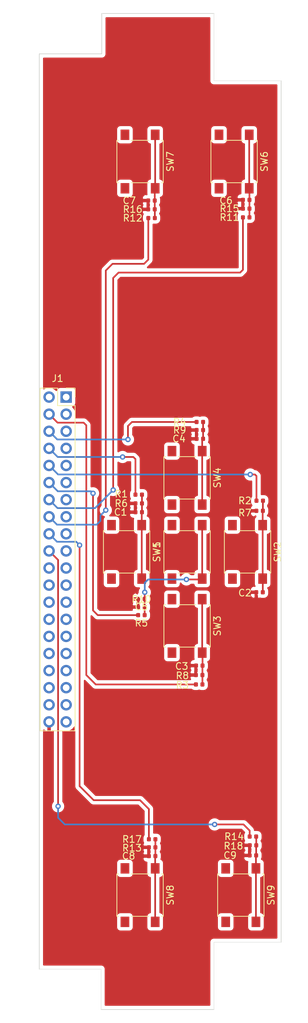
<source format=kicad_pcb>
(kicad_pcb (version 20171130) (host pcbnew "(5.1.6)-1")

  (general
    (thickness 1.6)
    (drawings 12)
    (tracks 130)
    (zones 0)
    (modules 37)
    (nets 50)
  )

  (page A4)
  (layers
    (0 F.Cu signal)
    (31 B.Cu signal)
    (32 B.Adhes user)
    (33 F.Adhes user)
    (34 B.Paste user)
    (35 F.Paste user)
    (36 B.SilkS user)
    (37 F.SilkS user)
    (38 B.Mask user)
    (39 F.Mask user)
    (40 Dwgs.User user)
    (41 Cmts.User user)
    (42 Eco1.User user)
    (43 Eco2.User user)
    (44 Edge.Cuts user)
    (45 Margin user)
    (46 B.CrtYd user)
    (47 F.CrtYd user)
    (48 B.Fab user)
    (49 F.Fab user)
  )

  (setup
    (last_trace_width 0.25)
    (trace_clearance 0.2)
    (zone_clearance 0.508)
    (zone_45_only no)
    (trace_min 0.2)
    (via_size 0.8)
    (via_drill 0.4)
    (via_min_size 0.4)
    (via_min_drill 0.3)
    (uvia_size 0.3)
    (uvia_drill 0.1)
    (uvias_allowed no)
    (uvia_min_size 0.2)
    (uvia_min_drill 0.1)
    (edge_width 0.05)
    (segment_width 0.2)
    (pcb_text_width 0.3)
    (pcb_text_size 1.5 1.5)
    (mod_edge_width 0.12)
    (mod_text_size 1 1)
    (mod_text_width 0.15)
    (pad_size 1.524 1.524)
    (pad_drill 0.762)
    (pad_to_mask_clearance 0.05)
    (aux_axis_origin 120 40)
    (grid_origin 50 30)
    (visible_elements 7FFFFFFF)
    (pcbplotparams
      (layerselection 0x010fc_ffffffff)
      (usegerberextensions false)
      (usegerberattributes true)
      (usegerberadvancedattributes true)
      (creategerberjobfile true)
      (excludeedgelayer true)
      (linewidth 0.100000)
      (plotframeref false)
      (viasonmask false)
      (mode 1)
      (useauxorigin false)
      (hpglpennumber 1)
      (hpglpenspeed 20)
      (hpglpendiameter 15.000000)
      (psnegative false)
      (psa4output false)
      (plotreference true)
      (plotvalue true)
      (plotinvisibletext false)
      (padsonsilk false)
      (subtractmaskfromsilk false)
      (outputformat 1)
      (mirror false)
      (drillshape 1)
      (scaleselection 1)
      (outputdirectory ""))
  )

  (net 0 "")
  (net 1 GND)
  (net 2 "Net-(C1-Pad1)")
  (net 3 "Net-(C2-Pad1)")
  (net 4 "Net-(C3-Pad1)")
  (net 5 "Net-(C4-Pad1)")
  (net 6 "Net-(C5-Pad1)")
  (net 7 "Net-(C6-Pad1)")
  (net 8 "Net-(C7-Pad1)")
  (net 9 "Net-(C8-Pad1)")
  (net 10 "Net-(C9-Pad1)")
  (net 11 "Net-(J1-Pad39)")
  (net 12 "Net-(J1-Pad38)")
  (net 13 "Net-(J1-Pad37)")
  (net 14 "Net-(J1-Pad36)")
  (net 15 "Net-(J1-Pad35)")
  (net 16 "Net-(J1-Pad34)")
  (net 17 "Net-(J1-Pad33)")
  (net 18 "Net-(J1-Pad32)")
  (net 19 "Net-(J1-Pad31)")
  (net 20 "Net-(J1-Pad30)")
  (net 21 "Net-(J1-Pad29)")
  (net 22 "Net-(J1-Pad28)")
  (net 23 "Net-(J1-Pad27)")
  (net 24 "Net-(J1-Pad26)")
  (net 25 "Net-(J1-Pad25)")
  (net 26 "Net-(J1-Pad24)")
  (net 27 "Net-(J1-Pad23)")
  (net 28 "Net-(J1-Pad22)")
  (net 29 "Net-(J1-Pad21)")
  (net 30 /KEY_FUNC2)
  (net 31 "Net-(J1-Pad19)")
  (net 32 /KEY_FUNC1)
  (net 33 "Net-(J1-Pad17)")
  (net 34 /KEY_ESCAPE)
  (net 35 "Net-(J1-Pad15)")
  (net 36 /KEY_ENTER)
  (net 37 "Net-(J1-Pad13)")
  (net 38 "Net-(J1-Pad11)")
  (net 39 /KEY_DOWN)
  (net 40 "Net-(J1-Pad9)")
  (net 41 /KEY_UP)
  (net 42 "Net-(J1-Pad7)")
  (net 43 /KEY_RIGHT)
  (net 44 "Net-(J1-Pad5)")
  (net 45 /KEY_LEFT)
  (net 46 "Net-(J1-Pad3)")
  (net 47 VCC_PERIH)
  (net 48 "Net-(J1-Pad1)")
  (net 49 /KEY_POWER)

  (net_class Default "This is the default net class."
    (clearance 0.2)
    (trace_width 0.25)
    (via_dia 0.8)
    (via_drill 0.4)
    (uvia_dia 0.3)
    (uvia_drill 0.1)
    (add_net /KEY_DOWN)
    (add_net /KEY_ENTER)
    (add_net /KEY_ESCAPE)
    (add_net /KEY_FUNC1)
    (add_net /KEY_FUNC2)
    (add_net /KEY_LEFT)
    (add_net /KEY_POWER)
    (add_net /KEY_RIGHT)
    (add_net /KEY_UP)
    (add_net GND)
    (add_net "Net-(C1-Pad1)")
    (add_net "Net-(C2-Pad1)")
    (add_net "Net-(C3-Pad1)")
    (add_net "Net-(C4-Pad1)")
    (add_net "Net-(C5-Pad1)")
    (add_net "Net-(C6-Pad1)")
    (add_net "Net-(C7-Pad1)")
    (add_net "Net-(C8-Pad1)")
    (add_net "Net-(C9-Pad1)")
    (add_net "Net-(J1-Pad1)")
    (add_net "Net-(J1-Pad11)")
    (add_net "Net-(J1-Pad13)")
    (add_net "Net-(J1-Pad15)")
    (add_net "Net-(J1-Pad17)")
    (add_net "Net-(J1-Pad19)")
    (add_net "Net-(J1-Pad21)")
    (add_net "Net-(J1-Pad22)")
    (add_net "Net-(J1-Pad23)")
    (add_net "Net-(J1-Pad24)")
    (add_net "Net-(J1-Pad25)")
    (add_net "Net-(J1-Pad26)")
    (add_net "Net-(J1-Pad27)")
    (add_net "Net-(J1-Pad28)")
    (add_net "Net-(J1-Pad29)")
    (add_net "Net-(J1-Pad3)")
    (add_net "Net-(J1-Pad30)")
    (add_net "Net-(J1-Pad31)")
    (add_net "Net-(J1-Pad32)")
    (add_net "Net-(J1-Pad33)")
    (add_net "Net-(J1-Pad34)")
    (add_net "Net-(J1-Pad35)")
    (add_net "Net-(J1-Pad36)")
    (add_net "Net-(J1-Pad37)")
    (add_net "Net-(J1-Pad38)")
    (add_net "Net-(J1-Pad39)")
    (add_net "Net-(J1-Pad5)")
    (add_net "Net-(J1-Pad7)")
    (add_net "Net-(J1-Pad9)")
    (add_net VCC_PERIH)
  )

  (module Button_Switch_SMD:SW_SPST_B3S-1000 (layer F.Cu) (tedit 5A02FC95) (tstamp 5F820359)
    (at 80 161 270)
    (descr "Surface Mount Tactile Switch for High-Density Packaging")
    (tags "Tactile Switch")
    (path /5FD1EBE0)
    (attr smd)
    (fp_text reference SW9 (at 0 -4.5 90) (layer F.SilkS)
      (effects (font (size 1 1) (thickness 0.15)))
    )
    (fp_text value SW_Push (at 0 4.5 90) (layer F.Fab)
      (effects (font (size 1 1) (thickness 0.15)))
    )
    (fp_line (start -3 3.3) (end -3 -3.3) (layer F.Fab) (width 0.1))
    (fp_line (start 3 3.3) (end -3 3.3) (layer F.Fab) (width 0.1))
    (fp_line (start 3 -3.3) (end 3 3.3) (layer F.Fab) (width 0.1))
    (fp_line (start -3 -3.3) (end 3 -3.3) (layer F.Fab) (width 0.1))
    (fp_circle (center 0 0) (end 1.65 0) (layer F.Fab) (width 0.1))
    (fp_line (start 3.15 -1.3) (end 3.15 1.3) (layer F.SilkS) (width 0.12))
    (fp_line (start -3.15 3.45) (end -3.15 3.2) (layer F.SilkS) (width 0.12))
    (fp_line (start 3.15 3.45) (end -3.15 3.45) (layer F.SilkS) (width 0.12))
    (fp_line (start 3.15 3.2) (end 3.15 3.45) (layer F.SilkS) (width 0.12))
    (fp_line (start -3.15 1.3) (end -3.15 -1.3) (layer F.SilkS) (width 0.12))
    (fp_line (start 3.15 -3.45) (end 3.15 -3.2) (layer F.SilkS) (width 0.12))
    (fp_line (start -3.15 -3.45) (end 3.15 -3.45) (layer F.SilkS) (width 0.12))
    (fp_line (start -3.15 -3.2) (end -3.15 -3.45) (layer F.SilkS) (width 0.12))
    (fp_line (start -5 -3.7) (end -5 3.7) (layer F.CrtYd) (width 0.05))
    (fp_line (start 5 -3.7) (end -5 -3.7) (layer F.CrtYd) (width 0.05))
    (fp_line (start 5 3.7) (end 5 -3.7) (layer F.CrtYd) (width 0.05))
    (fp_line (start -5 3.7) (end 5 3.7) (layer F.CrtYd) (width 0.05))
    (fp_text user %R (at 0 -4.5 90) (layer F.Fab)
      (effects (font (size 1 1) (thickness 0.15)))
    )
    (pad 2 smd rect (at 3.975 2.25 270) (size 1.55 1.3) (layers F.Cu F.Paste F.Mask)
      (net 47 VCC_PERIH))
    (pad 2 smd rect (at -3.975 2.25 270) (size 1.55 1.3) (layers F.Cu F.Paste F.Mask)
      (net 47 VCC_PERIH))
    (pad 1 smd rect (at 3.975 -2.25 270) (size 1.55 1.3) (layers F.Cu F.Paste F.Mask)
      (net 10 "Net-(C9-Pad1)"))
    (pad 1 smd rect (at -3.975 -2.25 270) (size 1.55 1.3) (layers F.Cu F.Paste F.Mask)
      (net 10 "Net-(C9-Pad1)"))
    (model ${KISYS3DMOD}/Button_Switch_SMD.3dshapes/SW_SPST_B3S-1000.wrl
      (at (xyz 0 0 0))
      (scale (xyz 1 1 1))
      (rotate (xyz 0 0 0))
    )
  )

  (module Button_Switch_SMD:SW_SPST_B3S-1000 (layer F.Cu) (tedit 5A02FC95) (tstamp 5F82033F)
    (at 65 161 270)
    (descr "Surface Mount Tactile Switch for High-Density Packaging")
    (tags "Tactile Switch")
    (path /5FD1EB7A)
    (attr smd)
    (fp_text reference SW8 (at 0 -4.5 90) (layer F.SilkS)
      (effects (font (size 1 1) (thickness 0.15)))
    )
    (fp_text value SW_Push (at 0 4.5 90) (layer F.Fab)
      (effects (font (size 1 1) (thickness 0.15)))
    )
    (fp_line (start -3 3.3) (end -3 -3.3) (layer F.Fab) (width 0.1))
    (fp_line (start 3 3.3) (end -3 3.3) (layer F.Fab) (width 0.1))
    (fp_line (start 3 -3.3) (end 3 3.3) (layer F.Fab) (width 0.1))
    (fp_line (start -3 -3.3) (end 3 -3.3) (layer F.Fab) (width 0.1))
    (fp_circle (center 0 0) (end 1.65 0) (layer F.Fab) (width 0.1))
    (fp_line (start 3.15 -1.3) (end 3.15 1.3) (layer F.SilkS) (width 0.12))
    (fp_line (start -3.15 3.45) (end -3.15 3.2) (layer F.SilkS) (width 0.12))
    (fp_line (start 3.15 3.45) (end -3.15 3.45) (layer F.SilkS) (width 0.12))
    (fp_line (start 3.15 3.2) (end 3.15 3.45) (layer F.SilkS) (width 0.12))
    (fp_line (start -3.15 1.3) (end -3.15 -1.3) (layer F.SilkS) (width 0.12))
    (fp_line (start 3.15 -3.45) (end 3.15 -3.2) (layer F.SilkS) (width 0.12))
    (fp_line (start -3.15 -3.45) (end 3.15 -3.45) (layer F.SilkS) (width 0.12))
    (fp_line (start -3.15 -3.2) (end -3.15 -3.45) (layer F.SilkS) (width 0.12))
    (fp_line (start -5 -3.7) (end -5 3.7) (layer F.CrtYd) (width 0.05))
    (fp_line (start 5 -3.7) (end -5 -3.7) (layer F.CrtYd) (width 0.05))
    (fp_line (start 5 3.7) (end 5 -3.7) (layer F.CrtYd) (width 0.05))
    (fp_line (start -5 3.7) (end 5 3.7) (layer F.CrtYd) (width 0.05))
    (fp_text user %R (at 0 -4.5 90) (layer F.Fab)
      (effects (font (size 1 1) (thickness 0.15)))
    )
    (pad 2 smd rect (at 3.975 2.25 270) (size 1.55 1.3) (layers F.Cu F.Paste F.Mask)
      (net 47 VCC_PERIH))
    (pad 2 smd rect (at -3.975 2.25 270) (size 1.55 1.3) (layers F.Cu F.Paste F.Mask)
      (net 47 VCC_PERIH))
    (pad 1 smd rect (at 3.975 -2.25 270) (size 1.55 1.3) (layers F.Cu F.Paste F.Mask)
      (net 9 "Net-(C8-Pad1)"))
    (pad 1 smd rect (at -3.975 -2.25 270) (size 1.55 1.3) (layers F.Cu F.Paste F.Mask)
      (net 9 "Net-(C8-Pad1)"))
    (model ${KISYS3DMOD}/Button_Switch_SMD.3dshapes/SW_SPST_B3S-1000.wrl
      (at (xyz 0 0 0))
      (scale (xyz 1 1 1))
      (rotate (xyz 0 0 0))
    )
  )

  (module Button_Switch_SMD:SW_SPST_B3S-1000 (layer F.Cu) (tedit 5A02FC95) (tstamp 5F822211)
    (at 65 52 270)
    (descr "Surface Mount Tactile Switch for High-Density Packaging")
    (tags "Tactile Switch")
    (path /5FD1EB14)
    (attr smd)
    (fp_text reference SW7 (at 0 -4.5 90) (layer F.SilkS)
      (effects (font (size 1 1) (thickness 0.15)))
    )
    (fp_text value SW_Push (at 0 4.5 90) (layer F.Fab)
      (effects (font (size 1 1) (thickness 0.15)))
    )
    (fp_line (start -3 3.3) (end -3 -3.3) (layer F.Fab) (width 0.1))
    (fp_line (start 3 3.3) (end -3 3.3) (layer F.Fab) (width 0.1))
    (fp_line (start 3 -3.3) (end 3 3.3) (layer F.Fab) (width 0.1))
    (fp_line (start -3 -3.3) (end 3 -3.3) (layer F.Fab) (width 0.1))
    (fp_circle (center 0 0) (end 1.65 0) (layer F.Fab) (width 0.1))
    (fp_line (start 3.15 -1.3) (end 3.15 1.3) (layer F.SilkS) (width 0.12))
    (fp_line (start -3.15 3.45) (end -3.15 3.2) (layer F.SilkS) (width 0.12))
    (fp_line (start 3.15 3.45) (end -3.15 3.45) (layer F.SilkS) (width 0.12))
    (fp_line (start 3.15 3.2) (end 3.15 3.45) (layer F.SilkS) (width 0.12))
    (fp_line (start -3.15 1.3) (end -3.15 -1.3) (layer F.SilkS) (width 0.12))
    (fp_line (start 3.15 -3.45) (end 3.15 -3.2) (layer F.SilkS) (width 0.12))
    (fp_line (start -3.15 -3.45) (end 3.15 -3.45) (layer F.SilkS) (width 0.12))
    (fp_line (start -3.15 -3.2) (end -3.15 -3.45) (layer F.SilkS) (width 0.12))
    (fp_line (start -5 -3.7) (end -5 3.7) (layer F.CrtYd) (width 0.05))
    (fp_line (start 5 -3.7) (end -5 -3.7) (layer F.CrtYd) (width 0.05))
    (fp_line (start 5 3.7) (end 5 -3.7) (layer F.CrtYd) (width 0.05))
    (fp_line (start -5 3.7) (end 5 3.7) (layer F.CrtYd) (width 0.05))
    (fp_text user %R (at 0 -4.5 90) (layer F.Fab)
      (effects (font (size 1 1) (thickness 0.15)))
    )
    (pad 2 smd rect (at 3.975 2.25 270) (size 1.55 1.3) (layers F.Cu F.Paste F.Mask)
      (net 47 VCC_PERIH))
    (pad 2 smd rect (at -3.975 2.25 270) (size 1.55 1.3) (layers F.Cu F.Paste F.Mask)
      (net 47 VCC_PERIH))
    (pad 1 smd rect (at 3.975 -2.25 270) (size 1.55 1.3) (layers F.Cu F.Paste F.Mask)
      (net 8 "Net-(C7-Pad1)"))
    (pad 1 smd rect (at -3.975 -2.25 270) (size 1.55 1.3) (layers F.Cu F.Paste F.Mask)
      (net 8 "Net-(C7-Pad1)"))
    (model ${KISYS3DMOD}/Button_Switch_SMD.3dshapes/SW_SPST_B3S-1000.wrl
      (at (xyz 0 0 0))
      (scale (xyz 1 1 1))
      (rotate (xyz 0 0 0))
    )
  )

  (module Button_Switch_SMD:SW_SPST_B3S-1000 (layer F.Cu) (tedit 5A02FC95) (tstamp 5F82030B)
    (at 79 52 270)
    (descr "Surface Mount Tactile Switch for High-Density Packaging")
    (tags "Tactile Switch")
    (path /5FD1EAAE)
    (attr smd)
    (fp_text reference SW6 (at 0 -4.5 90) (layer F.SilkS)
      (effects (font (size 1 1) (thickness 0.15)))
    )
    (fp_text value SW_Push (at 0 4.5 90) (layer F.Fab)
      (effects (font (size 1 1) (thickness 0.15)))
    )
    (fp_line (start -3 3.3) (end -3 -3.3) (layer F.Fab) (width 0.1))
    (fp_line (start 3 3.3) (end -3 3.3) (layer F.Fab) (width 0.1))
    (fp_line (start 3 -3.3) (end 3 3.3) (layer F.Fab) (width 0.1))
    (fp_line (start -3 -3.3) (end 3 -3.3) (layer F.Fab) (width 0.1))
    (fp_circle (center 0 0) (end 1.65 0) (layer F.Fab) (width 0.1))
    (fp_line (start 3.15 -1.3) (end 3.15 1.3) (layer F.SilkS) (width 0.12))
    (fp_line (start -3.15 3.45) (end -3.15 3.2) (layer F.SilkS) (width 0.12))
    (fp_line (start 3.15 3.45) (end -3.15 3.45) (layer F.SilkS) (width 0.12))
    (fp_line (start 3.15 3.2) (end 3.15 3.45) (layer F.SilkS) (width 0.12))
    (fp_line (start -3.15 1.3) (end -3.15 -1.3) (layer F.SilkS) (width 0.12))
    (fp_line (start 3.15 -3.45) (end 3.15 -3.2) (layer F.SilkS) (width 0.12))
    (fp_line (start -3.15 -3.45) (end 3.15 -3.45) (layer F.SilkS) (width 0.12))
    (fp_line (start -3.15 -3.2) (end -3.15 -3.45) (layer F.SilkS) (width 0.12))
    (fp_line (start -5 -3.7) (end -5 3.7) (layer F.CrtYd) (width 0.05))
    (fp_line (start 5 -3.7) (end -5 -3.7) (layer F.CrtYd) (width 0.05))
    (fp_line (start 5 3.7) (end 5 -3.7) (layer F.CrtYd) (width 0.05))
    (fp_line (start -5 3.7) (end 5 3.7) (layer F.CrtYd) (width 0.05))
    (fp_text user %R (at 0 -4.5 90) (layer F.Fab)
      (effects (font (size 1 1) (thickness 0.15)))
    )
    (pad 2 smd rect (at 3.975 2.25 270) (size 1.55 1.3) (layers F.Cu F.Paste F.Mask)
      (net 47 VCC_PERIH))
    (pad 2 smd rect (at -3.975 2.25 270) (size 1.55 1.3) (layers F.Cu F.Paste F.Mask)
      (net 47 VCC_PERIH))
    (pad 1 smd rect (at 3.975 -2.25 270) (size 1.55 1.3) (layers F.Cu F.Paste F.Mask)
      (net 7 "Net-(C6-Pad1)"))
    (pad 1 smd rect (at -3.975 -2.25 270) (size 1.55 1.3) (layers F.Cu F.Paste F.Mask)
      (net 7 "Net-(C6-Pad1)"))
    (model ${KISYS3DMOD}/Button_Switch_SMD.3dshapes/SW_SPST_B3S-1000.wrl
      (at (xyz 0 0 0))
      (scale (xyz 1 1 1))
      (rotate (xyz 0 0 0))
    )
  )

  (module Button_Switch_SMD:SW_SPST_B3S-1000 (layer F.Cu) (tedit 5A02FC95) (tstamp 5F821DC8)
    (at 72 110 90)
    (descr "Surface Mount Tactile Switch for High-Density Packaging")
    (tags "Tactile Switch")
    (path /5F77CA5C)
    (attr smd)
    (fp_text reference SW5 (at 0 -4.5 90) (layer F.SilkS)
      (effects (font (size 1 1) (thickness 0.15)))
    )
    (fp_text value SW_Push (at 0 4.5 90) (layer F.Fab)
      (effects (font (size 1 1) (thickness 0.15)))
    )
    (fp_line (start -3 3.3) (end -3 -3.3) (layer F.Fab) (width 0.1))
    (fp_line (start 3 3.3) (end -3 3.3) (layer F.Fab) (width 0.1))
    (fp_line (start 3 -3.3) (end 3 3.3) (layer F.Fab) (width 0.1))
    (fp_line (start -3 -3.3) (end 3 -3.3) (layer F.Fab) (width 0.1))
    (fp_circle (center 0 0) (end 1.65 0) (layer F.Fab) (width 0.1))
    (fp_line (start 3.15 -1.3) (end 3.15 1.3) (layer F.SilkS) (width 0.12))
    (fp_line (start -3.15 3.45) (end -3.15 3.2) (layer F.SilkS) (width 0.12))
    (fp_line (start 3.15 3.45) (end -3.15 3.45) (layer F.SilkS) (width 0.12))
    (fp_line (start 3.15 3.2) (end 3.15 3.45) (layer F.SilkS) (width 0.12))
    (fp_line (start -3.15 1.3) (end -3.15 -1.3) (layer F.SilkS) (width 0.12))
    (fp_line (start 3.15 -3.45) (end 3.15 -3.2) (layer F.SilkS) (width 0.12))
    (fp_line (start -3.15 -3.45) (end 3.15 -3.45) (layer F.SilkS) (width 0.12))
    (fp_line (start -3.15 -3.2) (end -3.15 -3.45) (layer F.SilkS) (width 0.12))
    (fp_line (start -5 -3.7) (end -5 3.7) (layer F.CrtYd) (width 0.05))
    (fp_line (start 5 -3.7) (end -5 -3.7) (layer F.CrtYd) (width 0.05))
    (fp_line (start 5 3.7) (end 5 -3.7) (layer F.CrtYd) (width 0.05))
    (fp_line (start -5 3.7) (end 5 3.7) (layer F.CrtYd) (width 0.05))
    (fp_text user %R (at 0 -4.5 90) (layer F.Fab)
      (effects (font (size 1 1) (thickness 0.15)))
    )
    (pad 2 smd rect (at 3.975 2.25 90) (size 1.55 1.3) (layers F.Cu F.Paste F.Mask)
      (net 6 "Net-(C5-Pad1)"))
    (pad 2 smd rect (at -3.975 2.25 90) (size 1.55 1.3) (layers F.Cu F.Paste F.Mask)
      (net 6 "Net-(C5-Pad1)"))
    (pad 1 smd rect (at 3.975 -2.25 90) (size 1.55 1.3) (layers F.Cu F.Paste F.Mask)
      (net 47 VCC_PERIH))
    (pad 1 smd rect (at -3.975 -2.25 90) (size 1.55 1.3) (layers F.Cu F.Paste F.Mask)
      (net 47 VCC_PERIH))
    (model ${KISYS3DMOD}/Button_Switch_SMD.3dshapes/SW_SPST_B3S-1000.wrl
      (at (xyz 0 0 0))
      (scale (xyz 1 1 1))
      (rotate (xyz 0 0 0))
    )
  )

  (module Button_Switch_SMD:SW_SPST_B3S-1000 (layer F.Cu) (tedit 5A02FC95) (tstamp 5F821D7D)
    (at 72 99 270)
    (descr "Surface Mount Tactile Switch for High-Density Packaging")
    (tags "Tactile Switch")
    (path /5FD1EBAD)
    (attr smd)
    (fp_text reference SW4 (at 0 -4.5 90) (layer F.SilkS)
      (effects (font (size 1 1) (thickness 0.15)))
    )
    (fp_text value SW_Push (at 0 4.5 90) (layer F.Fab)
      (effects (font (size 1 1) (thickness 0.15)))
    )
    (fp_line (start -3 3.3) (end -3 -3.3) (layer F.Fab) (width 0.1))
    (fp_line (start 3 3.3) (end -3 3.3) (layer F.Fab) (width 0.1))
    (fp_line (start 3 -3.3) (end 3 3.3) (layer F.Fab) (width 0.1))
    (fp_line (start -3 -3.3) (end 3 -3.3) (layer F.Fab) (width 0.1))
    (fp_circle (center 0 0) (end 1.65 0) (layer F.Fab) (width 0.1))
    (fp_line (start 3.15 -1.3) (end 3.15 1.3) (layer F.SilkS) (width 0.12))
    (fp_line (start -3.15 3.45) (end -3.15 3.2) (layer F.SilkS) (width 0.12))
    (fp_line (start 3.15 3.45) (end -3.15 3.45) (layer F.SilkS) (width 0.12))
    (fp_line (start 3.15 3.2) (end 3.15 3.45) (layer F.SilkS) (width 0.12))
    (fp_line (start -3.15 1.3) (end -3.15 -1.3) (layer F.SilkS) (width 0.12))
    (fp_line (start 3.15 -3.45) (end 3.15 -3.2) (layer F.SilkS) (width 0.12))
    (fp_line (start -3.15 -3.45) (end 3.15 -3.45) (layer F.SilkS) (width 0.12))
    (fp_line (start -3.15 -3.2) (end -3.15 -3.45) (layer F.SilkS) (width 0.12))
    (fp_line (start -5 -3.7) (end -5 3.7) (layer F.CrtYd) (width 0.05))
    (fp_line (start 5 -3.7) (end -5 -3.7) (layer F.CrtYd) (width 0.05))
    (fp_line (start 5 3.7) (end 5 -3.7) (layer F.CrtYd) (width 0.05))
    (fp_line (start -5 3.7) (end 5 3.7) (layer F.CrtYd) (width 0.05))
    (fp_text user %R (at 0 -4.5 90) (layer F.Fab)
      (effects (font (size 1 1) (thickness 0.15)))
    )
    (pad 2 smd rect (at 3.975 2.25 270) (size 1.55 1.3) (layers F.Cu F.Paste F.Mask)
      (net 47 VCC_PERIH))
    (pad 2 smd rect (at -3.975 2.25 270) (size 1.55 1.3) (layers F.Cu F.Paste F.Mask)
      (net 47 VCC_PERIH))
    (pad 1 smd rect (at 3.975 -2.25 270) (size 1.55 1.3) (layers F.Cu F.Paste F.Mask)
      (net 5 "Net-(C4-Pad1)"))
    (pad 1 smd rect (at -3.975 -2.25 270) (size 1.55 1.3) (layers F.Cu F.Paste F.Mask)
      (net 5 "Net-(C4-Pad1)"))
    (model ${KISYS3DMOD}/Button_Switch_SMD.3dshapes/SW_SPST_B3S-1000.wrl
      (at (xyz 0 0 0))
      (scale (xyz 1 1 1))
      (rotate (xyz 0 0 0))
    )
  )

  (module Button_Switch_SMD:SW_SPST_B3S-1000 (layer F.Cu) (tedit 5A02FC95) (tstamp 5F821D32)
    (at 72 121 270)
    (descr "Surface Mount Tactile Switch for High-Density Packaging")
    (tags "Tactile Switch")
    (path /5FD1EB47)
    (attr smd)
    (fp_text reference SW3 (at 0 -4.5 90) (layer F.SilkS)
      (effects (font (size 1 1) (thickness 0.15)))
    )
    (fp_text value SW_Push (at 0 4.5 90) (layer F.Fab)
      (effects (font (size 1 1) (thickness 0.15)))
    )
    (fp_line (start -3 3.3) (end -3 -3.3) (layer F.Fab) (width 0.1))
    (fp_line (start 3 3.3) (end -3 3.3) (layer F.Fab) (width 0.1))
    (fp_line (start 3 -3.3) (end 3 3.3) (layer F.Fab) (width 0.1))
    (fp_line (start -3 -3.3) (end 3 -3.3) (layer F.Fab) (width 0.1))
    (fp_circle (center 0 0) (end 1.65 0) (layer F.Fab) (width 0.1))
    (fp_line (start 3.15 -1.3) (end 3.15 1.3) (layer F.SilkS) (width 0.12))
    (fp_line (start -3.15 3.45) (end -3.15 3.2) (layer F.SilkS) (width 0.12))
    (fp_line (start 3.15 3.45) (end -3.15 3.45) (layer F.SilkS) (width 0.12))
    (fp_line (start 3.15 3.2) (end 3.15 3.45) (layer F.SilkS) (width 0.12))
    (fp_line (start -3.15 1.3) (end -3.15 -1.3) (layer F.SilkS) (width 0.12))
    (fp_line (start 3.15 -3.45) (end 3.15 -3.2) (layer F.SilkS) (width 0.12))
    (fp_line (start -3.15 -3.45) (end 3.15 -3.45) (layer F.SilkS) (width 0.12))
    (fp_line (start -3.15 -3.2) (end -3.15 -3.45) (layer F.SilkS) (width 0.12))
    (fp_line (start -5 -3.7) (end -5 3.7) (layer F.CrtYd) (width 0.05))
    (fp_line (start 5 -3.7) (end -5 -3.7) (layer F.CrtYd) (width 0.05))
    (fp_line (start 5 3.7) (end 5 -3.7) (layer F.CrtYd) (width 0.05))
    (fp_line (start -5 3.7) (end 5 3.7) (layer F.CrtYd) (width 0.05))
    (fp_text user %R (at 0 -4.5 90) (layer F.Fab)
      (effects (font (size 1 1) (thickness 0.15)))
    )
    (pad 2 smd rect (at 3.975 2.25 270) (size 1.55 1.3) (layers F.Cu F.Paste F.Mask)
      (net 47 VCC_PERIH))
    (pad 2 smd rect (at -3.975 2.25 270) (size 1.55 1.3) (layers F.Cu F.Paste F.Mask)
      (net 47 VCC_PERIH))
    (pad 1 smd rect (at 3.975 -2.25 270) (size 1.55 1.3) (layers F.Cu F.Paste F.Mask)
      (net 4 "Net-(C3-Pad1)"))
    (pad 1 smd rect (at -3.975 -2.25 270) (size 1.55 1.3) (layers F.Cu F.Paste F.Mask)
      (net 4 "Net-(C3-Pad1)"))
    (model ${KISYS3DMOD}/Button_Switch_SMD.3dshapes/SW_SPST_B3S-1000.wrl
      (at (xyz 0 0 0))
      (scale (xyz 1 1 1))
      (rotate (xyz 0 0 0))
    )
  )

  (module Button_Switch_SMD:SW_SPST_B3S-1000 (layer F.Cu) (tedit 5A02FC95) (tstamp 5F822DE8)
    (at 81 110 270)
    (descr "Surface Mount Tactile Switch for High-Density Packaging")
    (tags "Tactile Switch")
    (path /5FD1EAE1)
    (attr smd)
    (fp_text reference SW2 (at 0 -4.5 90) (layer F.SilkS)
      (effects (font (size 1 1) (thickness 0.15)))
    )
    (fp_text value SW_Push (at 0 4.5 90) (layer F.Fab)
      (effects (font (size 1 1) (thickness 0.15)))
    )
    (fp_line (start -3 3.3) (end -3 -3.3) (layer F.Fab) (width 0.1))
    (fp_line (start 3 3.3) (end -3 3.3) (layer F.Fab) (width 0.1))
    (fp_line (start 3 -3.3) (end 3 3.3) (layer F.Fab) (width 0.1))
    (fp_line (start -3 -3.3) (end 3 -3.3) (layer F.Fab) (width 0.1))
    (fp_circle (center 0 0) (end 1.65 0) (layer F.Fab) (width 0.1))
    (fp_line (start 3.15 -1.3) (end 3.15 1.3) (layer F.SilkS) (width 0.12))
    (fp_line (start -3.15 3.45) (end -3.15 3.2) (layer F.SilkS) (width 0.12))
    (fp_line (start 3.15 3.45) (end -3.15 3.45) (layer F.SilkS) (width 0.12))
    (fp_line (start 3.15 3.2) (end 3.15 3.45) (layer F.SilkS) (width 0.12))
    (fp_line (start -3.15 1.3) (end -3.15 -1.3) (layer F.SilkS) (width 0.12))
    (fp_line (start 3.15 -3.45) (end 3.15 -3.2) (layer F.SilkS) (width 0.12))
    (fp_line (start -3.15 -3.45) (end 3.15 -3.45) (layer F.SilkS) (width 0.12))
    (fp_line (start -3.15 -3.2) (end -3.15 -3.45) (layer F.SilkS) (width 0.12))
    (fp_line (start -5 -3.7) (end -5 3.7) (layer F.CrtYd) (width 0.05))
    (fp_line (start 5 -3.7) (end -5 -3.7) (layer F.CrtYd) (width 0.05))
    (fp_line (start 5 3.7) (end 5 -3.7) (layer F.CrtYd) (width 0.05))
    (fp_line (start -5 3.7) (end 5 3.7) (layer F.CrtYd) (width 0.05))
    (fp_text user %R (at 0 -4.5 90) (layer F.Fab)
      (effects (font (size 1 1) (thickness 0.15)))
    )
    (pad 2 smd rect (at 3.975 2.25 270) (size 1.55 1.3) (layers F.Cu F.Paste F.Mask)
      (net 47 VCC_PERIH))
    (pad 2 smd rect (at -3.975 2.25 270) (size 1.55 1.3) (layers F.Cu F.Paste F.Mask)
      (net 47 VCC_PERIH))
    (pad 1 smd rect (at 3.975 -2.25 270) (size 1.55 1.3) (layers F.Cu F.Paste F.Mask)
      (net 3 "Net-(C2-Pad1)"))
    (pad 1 smd rect (at -3.975 -2.25 270) (size 1.55 1.3) (layers F.Cu F.Paste F.Mask)
      (net 3 "Net-(C2-Pad1)"))
    (model ${KISYS3DMOD}/Button_Switch_SMD.3dshapes/SW_SPST_B3S-1000.wrl
      (at (xyz 0 0 0))
      (scale (xyz 1 1 1))
      (rotate (xyz 0 0 0))
    )
  )

  (module Button_Switch_SMD:SW_SPST_B3S-1000 (layer F.Cu) (tedit 5A02FC95) (tstamp 5F820289)
    (at 63 110 270)
    (descr "Surface Mount Tactile Switch for High-Density Packaging")
    (tags "Tactile Switch")
    (path /5FD1EA7B)
    (attr smd)
    (fp_text reference SW1 (at 0 -4.5 90) (layer F.SilkS)
      (effects (font (size 1 1) (thickness 0.15)))
    )
    (fp_text value SW_Push (at 0 4.5 90) (layer F.Fab)
      (effects (font (size 1 1) (thickness 0.15)))
    )
    (fp_line (start -3 3.3) (end -3 -3.3) (layer F.Fab) (width 0.1))
    (fp_line (start 3 3.3) (end -3 3.3) (layer F.Fab) (width 0.1))
    (fp_line (start 3 -3.3) (end 3 3.3) (layer F.Fab) (width 0.1))
    (fp_line (start -3 -3.3) (end 3 -3.3) (layer F.Fab) (width 0.1))
    (fp_circle (center 0 0) (end 1.65 0) (layer F.Fab) (width 0.1))
    (fp_line (start 3.15 -1.3) (end 3.15 1.3) (layer F.SilkS) (width 0.12))
    (fp_line (start -3.15 3.45) (end -3.15 3.2) (layer F.SilkS) (width 0.12))
    (fp_line (start 3.15 3.45) (end -3.15 3.45) (layer F.SilkS) (width 0.12))
    (fp_line (start 3.15 3.2) (end 3.15 3.45) (layer F.SilkS) (width 0.12))
    (fp_line (start -3.15 1.3) (end -3.15 -1.3) (layer F.SilkS) (width 0.12))
    (fp_line (start 3.15 -3.45) (end 3.15 -3.2) (layer F.SilkS) (width 0.12))
    (fp_line (start -3.15 -3.45) (end 3.15 -3.45) (layer F.SilkS) (width 0.12))
    (fp_line (start -3.15 -3.2) (end -3.15 -3.45) (layer F.SilkS) (width 0.12))
    (fp_line (start -5 -3.7) (end -5 3.7) (layer F.CrtYd) (width 0.05))
    (fp_line (start 5 -3.7) (end -5 -3.7) (layer F.CrtYd) (width 0.05))
    (fp_line (start 5 3.7) (end 5 -3.7) (layer F.CrtYd) (width 0.05))
    (fp_line (start -5 3.7) (end 5 3.7) (layer F.CrtYd) (width 0.05))
    (fp_text user %R (at 0 -4.5 90) (layer F.Fab)
      (effects (font (size 1 1) (thickness 0.15)))
    )
    (pad 2 smd rect (at 3.975 2.25 270) (size 1.55 1.3) (layers F.Cu F.Paste F.Mask)
      (net 47 VCC_PERIH))
    (pad 2 smd rect (at -3.975 2.25 270) (size 1.55 1.3) (layers F.Cu F.Paste F.Mask)
      (net 47 VCC_PERIH))
    (pad 1 smd rect (at 3.975 -2.25 270) (size 1.55 1.3) (layers F.Cu F.Paste F.Mask)
      (net 2 "Net-(C1-Pad1)"))
    (pad 1 smd rect (at -3.975 -2.25 270) (size 1.55 1.3) (layers F.Cu F.Paste F.Mask)
      (net 2 "Net-(C1-Pad1)"))
    (model ${KISYS3DMOD}/Button_Switch_SMD.3dshapes/SW_SPST_B3S-1000.wrl
      (at (xyz 0 0 0))
      (scale (xyz 1 1 1))
      (rotate (xyz 0 0 0))
    )
  )

  (module Resistor_SMD:R_0402_1005Metric (layer F.Cu) (tedit 5B301BBD) (tstamp 5F82026F)
    (at 81.815 153.6)
    (descr "Resistor SMD 0402 (1005 Metric), square (rectangular) end terminal, IPC_7351 nominal, (Body size source: http://www.tortai-tech.com/upload/download/2011102023233369053.pdf), generated with kicad-footprint-generator")
    (tags resistor)
    (path /5FD1EBEC)
    (attr smd)
    (fp_text reference R18 (at -2.915 0.1) (layer F.SilkS)
      (effects (font (size 1 1) (thickness 0.15)))
    )
    (fp_text value 100K (at 0 1.17) (layer F.Fab)
      (effects (font (size 1 1) (thickness 0.15)))
    )
    (fp_line (start 0.93 0.47) (end -0.93 0.47) (layer F.CrtYd) (width 0.05))
    (fp_line (start 0.93 -0.47) (end 0.93 0.47) (layer F.CrtYd) (width 0.05))
    (fp_line (start -0.93 -0.47) (end 0.93 -0.47) (layer F.CrtYd) (width 0.05))
    (fp_line (start -0.93 0.47) (end -0.93 -0.47) (layer F.CrtYd) (width 0.05))
    (fp_line (start 0.5 0.25) (end -0.5 0.25) (layer F.Fab) (width 0.1))
    (fp_line (start 0.5 -0.25) (end 0.5 0.25) (layer F.Fab) (width 0.1))
    (fp_line (start -0.5 -0.25) (end 0.5 -0.25) (layer F.Fab) (width 0.1))
    (fp_line (start -0.5 0.25) (end -0.5 -0.25) (layer F.Fab) (width 0.1))
    (fp_text user %R (at 0 0) (layer F.Fab)
      (effects (font (size 0.25 0.25) (thickness 0.04)))
    )
    (pad 2 smd roundrect (at 0.485 0) (size 0.59 0.64) (layers F.Cu F.Paste F.Mask) (roundrect_rratio 0.25)
      (net 10 "Net-(C9-Pad1)"))
    (pad 1 smd roundrect (at -0.485 0) (size 0.59 0.64) (layers F.Cu F.Paste F.Mask) (roundrect_rratio 0.25)
      (net 1 GND))
    (model ${KISYS3DMOD}/Resistor_SMD.3dshapes/R_0402_1005Metric.wrl
      (at (xyz 0 0 0))
      (scale (xyz 1 1 1))
      (rotate (xyz 0 0 0))
    )
  )

  (module Resistor_SMD:R_0402_1005Metric (layer F.Cu) (tedit 5B301BBD) (tstamp 5F820260)
    (at 66.8 153.9)
    (descr "Resistor SMD 0402 (1005 Metric), square (rectangular) end terminal, IPC_7351 nominal, (Body size source: http://www.tortai-tech.com/upload/download/2011102023233369053.pdf), generated with kicad-footprint-generator")
    (tags resistor)
    (path /5FD1EB86)
    (attr smd)
    (fp_text reference R17 (at -3 -1.2) (layer F.SilkS)
      (effects (font (size 1 1) (thickness 0.15)))
    )
    (fp_text value 100K (at 0 1.17) (layer F.Fab)
      (effects (font (size 1 1) (thickness 0.15)))
    )
    (fp_line (start 0.93 0.47) (end -0.93 0.47) (layer F.CrtYd) (width 0.05))
    (fp_line (start 0.93 -0.47) (end 0.93 0.47) (layer F.CrtYd) (width 0.05))
    (fp_line (start -0.93 -0.47) (end 0.93 -0.47) (layer F.CrtYd) (width 0.05))
    (fp_line (start -0.93 0.47) (end -0.93 -0.47) (layer F.CrtYd) (width 0.05))
    (fp_line (start 0.5 0.25) (end -0.5 0.25) (layer F.Fab) (width 0.1))
    (fp_line (start 0.5 -0.25) (end 0.5 0.25) (layer F.Fab) (width 0.1))
    (fp_line (start -0.5 -0.25) (end 0.5 -0.25) (layer F.Fab) (width 0.1))
    (fp_line (start -0.5 0.25) (end -0.5 -0.25) (layer F.Fab) (width 0.1))
    (fp_text user %R (at 0 0) (layer F.Fab)
      (effects (font (size 0.25 0.25) (thickness 0.04)))
    )
    (pad 2 smd roundrect (at 0.485 0) (size 0.59 0.64) (layers F.Cu F.Paste F.Mask) (roundrect_rratio 0.25)
      (net 9 "Net-(C8-Pad1)"))
    (pad 1 smd roundrect (at -0.485 0) (size 0.59 0.64) (layers F.Cu F.Paste F.Mask) (roundrect_rratio 0.25)
      (net 1 GND))
    (model ${KISYS3DMOD}/Resistor_SMD.3dshapes/R_0402_1005Metric.wrl
      (at (xyz 0 0 0))
      (scale (xyz 1 1 1))
      (rotate (xyz 0 0 0))
    )
  )

  (module Resistor_SMD:R_0402_1005Metric (layer F.Cu) (tedit 5B301BBD) (tstamp 5F820251)
    (at 66.7 59.1)
    (descr "Resistor SMD 0402 (1005 Metric), square (rectangular) end terminal, IPC_7351 nominal, (Body size source: http://www.tortai-tech.com/upload/download/2011102023233369053.pdf), generated with kicad-footprint-generator")
    (tags resistor)
    (path /5FD1EB20)
    (attr smd)
    (fp_text reference R16 (at -2.8 0) (layer F.SilkS)
      (effects (font (size 1 1) (thickness 0.15)))
    )
    (fp_text value 100K (at 3.1 0.1) (layer F.Fab)
      (effects (font (size 1 1) (thickness 0.15)))
    )
    (fp_line (start 0.93 0.47) (end -0.93 0.47) (layer F.CrtYd) (width 0.05))
    (fp_line (start 0.93 -0.47) (end 0.93 0.47) (layer F.CrtYd) (width 0.05))
    (fp_line (start -0.93 -0.47) (end 0.93 -0.47) (layer F.CrtYd) (width 0.05))
    (fp_line (start -0.93 0.47) (end -0.93 -0.47) (layer F.CrtYd) (width 0.05))
    (fp_line (start 0.5 0.25) (end -0.5 0.25) (layer F.Fab) (width 0.1))
    (fp_line (start 0.5 -0.25) (end 0.5 0.25) (layer F.Fab) (width 0.1))
    (fp_line (start -0.5 -0.25) (end 0.5 -0.25) (layer F.Fab) (width 0.1))
    (fp_line (start -0.5 0.25) (end -0.5 -0.25) (layer F.Fab) (width 0.1))
    (fp_text user %R (at 0 0) (layer F.Fab)
      (effects (font (size 0.25 0.25) (thickness 0.04)))
    )
    (pad 2 smd roundrect (at 0.485 0) (size 0.59 0.64) (layers F.Cu F.Paste F.Mask) (roundrect_rratio 0.25)
      (net 8 "Net-(C7-Pad1)"))
    (pad 1 smd roundrect (at -0.485 0) (size 0.59 0.64) (layers F.Cu F.Paste F.Mask) (roundrect_rratio 0.25)
      (net 1 GND))
    (model ${KISYS3DMOD}/Resistor_SMD.3dshapes/R_0402_1005Metric.wrl
      (at (xyz 0 0 0))
      (scale (xyz 1 1 1))
      (rotate (xyz 0 0 0))
    )
  )

  (module Resistor_SMD:R_0402_1005Metric (layer F.Cu) (tedit 5B301BBD) (tstamp 5F820242)
    (at 80.8 59)
    (descr "Resistor SMD 0402 (1005 Metric), square (rectangular) end terminal, IPC_7351 nominal, (Body size source: http://www.tortai-tech.com/upload/download/2011102023233369053.pdf), generated with kicad-footprint-generator")
    (tags resistor)
    (path /5FD1EABA)
    (attr smd)
    (fp_text reference R15 (at -2.5 0) (layer F.SilkS)
      (effects (font (size 1 1) (thickness 0.15)))
    )
    (fp_text value 100K (at 3.4 -0.1) (layer F.Fab)
      (effects (font (size 1 1) (thickness 0.15)))
    )
    (fp_line (start 0.93 0.47) (end -0.93 0.47) (layer F.CrtYd) (width 0.05))
    (fp_line (start 0.93 -0.47) (end 0.93 0.47) (layer F.CrtYd) (width 0.05))
    (fp_line (start -0.93 -0.47) (end 0.93 -0.47) (layer F.CrtYd) (width 0.05))
    (fp_line (start -0.93 0.47) (end -0.93 -0.47) (layer F.CrtYd) (width 0.05))
    (fp_line (start 0.5 0.25) (end -0.5 0.25) (layer F.Fab) (width 0.1))
    (fp_line (start 0.5 -0.25) (end 0.5 0.25) (layer F.Fab) (width 0.1))
    (fp_line (start -0.5 -0.25) (end 0.5 -0.25) (layer F.Fab) (width 0.1))
    (fp_line (start -0.5 0.25) (end -0.5 -0.25) (layer F.Fab) (width 0.1))
    (fp_text user %R (at 0 0) (layer F.Fab)
      (effects (font (size 0.25 0.25) (thickness 0.04)))
    )
    (pad 2 smd roundrect (at 0.485 0) (size 0.59 0.64) (layers F.Cu F.Paste F.Mask) (roundrect_rratio 0.25)
      (net 7 "Net-(C6-Pad1)"))
    (pad 1 smd roundrect (at -0.485 0) (size 0.59 0.64) (layers F.Cu F.Paste F.Mask) (roundrect_rratio 0.25)
      (net 1 GND))
    (model ${KISYS3DMOD}/Resistor_SMD.3dshapes/R_0402_1005Metric.wrl
      (at (xyz 0 0 0))
      (scale (xyz 1 1 1))
      (rotate (xyz 0 0 0))
    )
  )

  (module Resistor_SMD:R_0402_1005Metric (layer F.Cu) (tedit 5B301BBD) (tstamp 5F820233)
    (at 81.8 152.3 180)
    (descr "Resistor SMD 0402 (1005 Metric), square (rectangular) end terminal, IPC_7351 nominal, (Body size source: http://www.tortai-tech.com/upload/download/2011102023233369053.pdf), generated with kicad-footprint-generator")
    (tags resistor)
    (path /5FD1EBE6)
    (attr smd)
    (fp_text reference R14 (at 2.8 0) (layer F.SilkS)
      (effects (font (size 1 1) (thickness 0.15)))
    )
    (fp_text value 1K (at 0 1.17) (layer F.Fab)
      (effects (font (size 1 1) (thickness 0.15)))
    )
    (fp_line (start 0.93 0.47) (end -0.93 0.47) (layer F.CrtYd) (width 0.05))
    (fp_line (start 0.93 -0.47) (end 0.93 0.47) (layer F.CrtYd) (width 0.05))
    (fp_line (start -0.93 -0.47) (end 0.93 -0.47) (layer F.CrtYd) (width 0.05))
    (fp_line (start -0.93 0.47) (end -0.93 -0.47) (layer F.CrtYd) (width 0.05))
    (fp_line (start 0.5 0.25) (end -0.5 0.25) (layer F.Fab) (width 0.1))
    (fp_line (start 0.5 -0.25) (end 0.5 0.25) (layer F.Fab) (width 0.1))
    (fp_line (start -0.5 -0.25) (end 0.5 -0.25) (layer F.Fab) (width 0.1))
    (fp_line (start -0.5 0.25) (end -0.5 -0.25) (layer F.Fab) (width 0.1))
    (fp_text user %R (at 0 0) (layer F.Fab)
      (effects (font (size 0.25 0.25) (thickness 0.04)))
    )
    (pad 2 smd roundrect (at 0.485 0 180) (size 0.59 0.64) (layers F.Cu F.Paste F.Mask) (roundrect_rratio 0.25)
      (net 30 /KEY_FUNC2))
    (pad 1 smd roundrect (at -0.485 0 180) (size 0.59 0.64) (layers F.Cu F.Paste F.Mask) (roundrect_rratio 0.25)
      (net 10 "Net-(C9-Pad1)"))
    (model ${KISYS3DMOD}/Resistor_SMD.3dshapes/R_0402_1005Metric.wrl
      (at (xyz 0 0 0))
      (scale (xyz 1 1 1))
      (rotate (xyz 0 0 0))
    )
  )

  (module Resistor_SMD:R_0402_1005Metric (layer F.Cu) (tedit 5B301BBD) (tstamp 5F820224)
    (at 66.8 152.7 180)
    (descr "Resistor SMD 0402 (1005 Metric), square (rectangular) end terminal, IPC_7351 nominal, (Body size source: http://www.tortai-tech.com/upload/download/2011102023233369053.pdf), generated with kicad-footprint-generator")
    (tags resistor)
    (path /5FD1EB80)
    (attr smd)
    (fp_text reference R13 (at 3 -1.3) (layer F.SilkS)
      (effects (font (size 1 1) (thickness 0.15)))
    )
    (fp_text value 1K (at 0 1.17) (layer F.Fab)
      (effects (font (size 1 1) (thickness 0.15)))
    )
    (fp_line (start 0.93 0.47) (end -0.93 0.47) (layer F.CrtYd) (width 0.05))
    (fp_line (start 0.93 -0.47) (end 0.93 0.47) (layer F.CrtYd) (width 0.05))
    (fp_line (start -0.93 -0.47) (end 0.93 -0.47) (layer F.CrtYd) (width 0.05))
    (fp_line (start -0.93 0.47) (end -0.93 -0.47) (layer F.CrtYd) (width 0.05))
    (fp_line (start 0.5 0.25) (end -0.5 0.25) (layer F.Fab) (width 0.1))
    (fp_line (start 0.5 -0.25) (end 0.5 0.25) (layer F.Fab) (width 0.1))
    (fp_line (start -0.5 -0.25) (end 0.5 -0.25) (layer F.Fab) (width 0.1))
    (fp_line (start -0.5 0.25) (end -0.5 -0.25) (layer F.Fab) (width 0.1))
    (fp_text user %R (at 0 0) (layer F.Fab)
      (effects (font (size 0.25 0.25) (thickness 0.04)))
    )
    (pad 2 smd roundrect (at 0.485 0 180) (size 0.59 0.64) (layers F.Cu F.Paste F.Mask) (roundrect_rratio 0.25)
      (net 32 /KEY_FUNC1))
    (pad 1 smd roundrect (at -0.485 0 180) (size 0.59 0.64) (layers F.Cu F.Paste F.Mask) (roundrect_rratio 0.25)
      (net 9 "Net-(C8-Pad1)"))
    (model ${KISYS3DMOD}/Resistor_SMD.3dshapes/R_0402_1005Metric.wrl
      (at (xyz 0 0 0))
      (scale (xyz 1 1 1))
      (rotate (xyz 0 0 0))
    )
  )

  (module Resistor_SMD:R_0402_1005Metric (layer F.Cu) (tedit 5B301BBD) (tstamp 5F8225D1)
    (at 66.715 60.4 180)
    (descr "Resistor SMD 0402 (1005 Metric), square (rectangular) end terminal, IPC_7351 nominal, (Body size source: http://www.tortai-tech.com/upload/download/2011102023233369053.pdf), generated with kicad-footprint-generator")
    (tags resistor)
    (path /5FD1EB1A)
    (attr smd)
    (fp_text reference R12 (at 2.815 0) (layer F.SilkS)
      (effects (font (size 1 1) (thickness 0.15)))
    )
    (fp_text value 1K (at -2.185 0.1) (layer F.Fab)
      (effects (font (size 1 1) (thickness 0.15)))
    )
    (fp_line (start 0.93 0.47) (end -0.93 0.47) (layer F.CrtYd) (width 0.05))
    (fp_line (start 0.93 -0.47) (end 0.93 0.47) (layer F.CrtYd) (width 0.05))
    (fp_line (start -0.93 -0.47) (end 0.93 -0.47) (layer F.CrtYd) (width 0.05))
    (fp_line (start -0.93 0.47) (end -0.93 -0.47) (layer F.CrtYd) (width 0.05))
    (fp_line (start 0.5 0.25) (end -0.5 0.25) (layer F.Fab) (width 0.1))
    (fp_line (start 0.5 -0.25) (end 0.5 0.25) (layer F.Fab) (width 0.1))
    (fp_line (start -0.5 -0.25) (end 0.5 -0.25) (layer F.Fab) (width 0.1))
    (fp_line (start -0.5 0.25) (end -0.5 -0.25) (layer F.Fab) (width 0.1))
    (fp_text user %R (at 0 0) (layer F.Fab)
      (effects (font (size 0.25 0.25) (thickness 0.04)))
    )
    (pad 2 smd roundrect (at 0.485 0 180) (size 0.59 0.64) (layers F.Cu F.Paste F.Mask) (roundrect_rratio 0.25)
      (net 34 /KEY_ESCAPE))
    (pad 1 smd roundrect (at -0.485 0 180) (size 0.59 0.64) (layers F.Cu F.Paste F.Mask) (roundrect_rratio 0.25)
      (net 8 "Net-(C7-Pad1)"))
    (model ${KISYS3DMOD}/Resistor_SMD.3dshapes/R_0402_1005Metric.wrl
      (at (xyz 0 0 0))
      (scale (xyz 1 1 1))
      (rotate (xyz 0 0 0))
    )
  )

  (module Resistor_SMD:R_0402_1005Metric (layer F.Cu) (tedit 5B301BBD) (tstamp 5F820206)
    (at 80.8 60.3 180)
    (descr "Resistor SMD 0402 (1005 Metric), square (rectangular) end terminal, IPC_7351 nominal, (Body size source: http://www.tortai-tech.com/upload/download/2011102023233369053.pdf), generated with kicad-footprint-generator")
    (tags resistor)
    (path /5FD1EAB4)
    (attr smd)
    (fp_text reference R11 (at 2.5 0) (layer F.SilkS)
      (effects (font (size 1 1) (thickness 0.15)))
    )
    (fp_text value 1K (at -2.6 0.1) (layer F.Fab)
      (effects (font (size 1 1) (thickness 0.15)))
    )
    (fp_line (start 0.93 0.47) (end -0.93 0.47) (layer F.CrtYd) (width 0.05))
    (fp_line (start 0.93 -0.47) (end 0.93 0.47) (layer F.CrtYd) (width 0.05))
    (fp_line (start -0.93 -0.47) (end 0.93 -0.47) (layer F.CrtYd) (width 0.05))
    (fp_line (start -0.93 0.47) (end -0.93 -0.47) (layer F.CrtYd) (width 0.05))
    (fp_line (start 0.5 0.25) (end -0.5 0.25) (layer F.Fab) (width 0.1))
    (fp_line (start 0.5 -0.25) (end 0.5 0.25) (layer F.Fab) (width 0.1))
    (fp_line (start -0.5 -0.25) (end 0.5 -0.25) (layer F.Fab) (width 0.1))
    (fp_line (start -0.5 0.25) (end -0.5 -0.25) (layer F.Fab) (width 0.1))
    (fp_text user %R (at 0 0) (layer F.Fab)
      (effects (font (size 0.25 0.25) (thickness 0.04)))
    )
    (pad 2 smd roundrect (at 0.485 0 180) (size 0.59 0.64) (layers F.Cu F.Paste F.Mask) (roundrect_rratio 0.25)
      (net 36 /KEY_ENTER))
    (pad 1 smd roundrect (at -0.485 0 180) (size 0.59 0.64) (layers F.Cu F.Paste F.Mask) (roundrect_rratio 0.25)
      (net 7 "Net-(C6-Pad1)"))
    (model ${KISYS3DMOD}/Resistor_SMD.3dshapes/R_0402_1005Metric.wrl
      (at (xyz 0 0 0))
      (scale (xyz 1 1 1))
      (rotate (xyz 0 0 0))
    )
  )

  (module Resistor_SMD:R_0402_1005Metric (layer F.Cu) (tedit 5B301BBD) (tstamp 5F8201F7)
    (at 65.2 118.2)
    (descr "Resistor SMD 0402 (1005 Metric), square (rectangular) end terminal, IPC_7351 nominal, (Body size source: http://www.tortai-tech.com/upload/download/2011102023233369053.pdf), generated with kicad-footprint-generator")
    (tags resistor)
    (path /5F77CA68)
    (attr smd)
    (fp_text reference R10 (at 0 -1.17) (layer F.SilkS)
      (effects (font (size 1 1) (thickness 0.15)))
    )
    (fp_text value 100K (at 0 1.17) (layer F.Fab)
      (effects (font (size 1 1) (thickness 0.15)))
    )
    (fp_line (start 0.93 0.47) (end -0.93 0.47) (layer F.CrtYd) (width 0.05))
    (fp_line (start 0.93 -0.47) (end 0.93 0.47) (layer F.CrtYd) (width 0.05))
    (fp_line (start -0.93 -0.47) (end 0.93 -0.47) (layer F.CrtYd) (width 0.05))
    (fp_line (start -0.93 0.47) (end -0.93 -0.47) (layer F.CrtYd) (width 0.05))
    (fp_line (start 0.5 0.25) (end -0.5 0.25) (layer F.Fab) (width 0.1))
    (fp_line (start 0.5 -0.25) (end 0.5 0.25) (layer F.Fab) (width 0.1))
    (fp_line (start -0.5 -0.25) (end 0.5 -0.25) (layer F.Fab) (width 0.1))
    (fp_line (start -0.5 0.25) (end -0.5 -0.25) (layer F.Fab) (width 0.1))
    (fp_text user %R (at 0 0) (layer F.Fab)
      (effects (font (size 0.25 0.25) (thickness 0.04)))
    )
    (pad 2 smd roundrect (at 0.485 0) (size 0.59 0.64) (layers F.Cu F.Paste F.Mask) (roundrect_rratio 0.25)
      (net 6 "Net-(C5-Pad1)"))
    (pad 1 smd roundrect (at -0.485 0) (size 0.59 0.64) (layers F.Cu F.Paste F.Mask) (roundrect_rratio 0.25)
      (net 1 GND))
    (model ${KISYS3DMOD}/Resistor_SMD.3dshapes/R_0402_1005Metric.wrl
      (at (xyz 0 0 0))
      (scale (xyz 1 1 1))
      (rotate (xyz 0 0 0))
    )
  )

  (module Resistor_SMD:R_0402_1005Metric (layer F.Cu) (tedit 5B301BBD) (tstamp 5F823642)
    (at 73.9 91.9)
    (descr "Resistor SMD 0402 (1005 Metric), square (rectangular) end terminal, IPC_7351 nominal, (Body size source: http://www.tortai-tech.com/upload/download/2011102023233369053.pdf), generated with kicad-footprint-generator")
    (tags resistor)
    (path /5FD1EBB9)
    (attr smd)
    (fp_text reference R9 (at -3 0) (layer F.SilkS)
      (effects (font (size 1 1) (thickness 0.15)))
    )
    (fp_text value 100K (at 0 1.17) (layer F.Fab)
      (effects (font (size 1 1) (thickness 0.15)))
    )
    (fp_line (start 0.93 0.47) (end -0.93 0.47) (layer F.CrtYd) (width 0.05))
    (fp_line (start 0.93 -0.47) (end 0.93 0.47) (layer F.CrtYd) (width 0.05))
    (fp_line (start -0.93 -0.47) (end 0.93 -0.47) (layer F.CrtYd) (width 0.05))
    (fp_line (start -0.93 0.47) (end -0.93 -0.47) (layer F.CrtYd) (width 0.05))
    (fp_line (start 0.5 0.25) (end -0.5 0.25) (layer F.Fab) (width 0.1))
    (fp_line (start 0.5 -0.25) (end 0.5 0.25) (layer F.Fab) (width 0.1))
    (fp_line (start -0.5 -0.25) (end 0.5 -0.25) (layer F.Fab) (width 0.1))
    (fp_line (start -0.5 0.25) (end -0.5 -0.25) (layer F.Fab) (width 0.1))
    (fp_text user %R (at 0 0) (layer F.Fab)
      (effects (font (size 0.25 0.25) (thickness 0.04)))
    )
    (pad 2 smd roundrect (at 0.485 0) (size 0.59 0.64) (layers F.Cu F.Paste F.Mask) (roundrect_rratio 0.25)
      (net 5 "Net-(C4-Pad1)"))
    (pad 1 smd roundrect (at -0.485 0) (size 0.59 0.64) (layers F.Cu F.Paste F.Mask) (roundrect_rratio 0.25)
      (net 1 GND))
    (model ${KISYS3DMOD}/Resistor_SMD.3dshapes/R_0402_1005Metric.wrl
      (at (xyz 0 0 0))
      (scale (xyz 1 1 1))
      (rotate (xyz 0 0 0))
    )
  )

  (module Resistor_SMD:R_0402_1005Metric (layer F.Cu) (tedit 5B301BBD) (tstamp 5F8201D9)
    (at 73.8 128.3)
    (descr "Resistor SMD 0402 (1005 Metric), square (rectangular) end terminal, IPC_7351 nominal, (Body size source: http://www.tortai-tech.com/upload/download/2011102023233369053.pdf), generated with kicad-footprint-generator")
    (tags resistor)
    (path /5FD1EB53)
    (attr smd)
    (fp_text reference R8 (at -2.5 0.1) (layer F.SilkS)
      (effects (font (size 1 1) (thickness 0.15)))
    )
    (fp_text value 100K (at 0 1.17) (layer F.Fab)
      (effects (font (size 1 1) (thickness 0.15)))
    )
    (fp_line (start 0.93 0.47) (end -0.93 0.47) (layer F.CrtYd) (width 0.05))
    (fp_line (start 0.93 -0.47) (end 0.93 0.47) (layer F.CrtYd) (width 0.05))
    (fp_line (start -0.93 -0.47) (end 0.93 -0.47) (layer F.CrtYd) (width 0.05))
    (fp_line (start -0.93 0.47) (end -0.93 -0.47) (layer F.CrtYd) (width 0.05))
    (fp_line (start 0.5 0.25) (end -0.5 0.25) (layer F.Fab) (width 0.1))
    (fp_line (start 0.5 -0.25) (end 0.5 0.25) (layer F.Fab) (width 0.1))
    (fp_line (start -0.5 -0.25) (end 0.5 -0.25) (layer F.Fab) (width 0.1))
    (fp_line (start -0.5 0.25) (end -0.5 -0.25) (layer F.Fab) (width 0.1))
    (fp_text user %R (at 0 0) (layer F.Fab)
      (effects (font (size 0.25 0.25) (thickness 0.04)))
    )
    (pad 2 smd roundrect (at 0.485 0) (size 0.59 0.64) (layers F.Cu F.Paste F.Mask) (roundrect_rratio 0.25)
      (net 4 "Net-(C3-Pad1)"))
    (pad 1 smd roundrect (at -0.485 0) (size 0.59 0.64) (layers F.Cu F.Paste F.Mask) (roundrect_rratio 0.25)
      (net 1 GND))
    (model ${KISYS3DMOD}/Resistor_SMD.3dshapes/R_0402_1005Metric.wrl
      (at (xyz 0 0 0))
      (scale (xyz 1 1 1))
      (rotate (xyz 0 0 0))
    )
  )

  (module Resistor_SMD:R_0402_1005Metric (layer F.Cu) (tedit 5B301BBD) (tstamp 5F8201CA)
    (at 82.8 103.9)
    (descr "Resistor SMD 0402 (1005 Metric), square (rectangular) end terminal, IPC_7351 nominal, (Body size source: http://www.tortai-tech.com/upload/download/2011102023233369053.pdf), generated with kicad-footprint-generator")
    (tags resistor)
    (path /5FD1EAED)
    (attr smd)
    (fp_text reference R7 (at -2.2 0.3) (layer F.SilkS)
      (effects (font (size 1 1) (thickness 0.15)))
    )
    (fp_text value 100K (at 0 1.17) (layer F.Fab)
      (effects (font (size 1 1) (thickness 0.15)))
    )
    (fp_line (start 0.93 0.47) (end -0.93 0.47) (layer F.CrtYd) (width 0.05))
    (fp_line (start 0.93 -0.47) (end 0.93 0.47) (layer F.CrtYd) (width 0.05))
    (fp_line (start -0.93 -0.47) (end 0.93 -0.47) (layer F.CrtYd) (width 0.05))
    (fp_line (start -0.93 0.47) (end -0.93 -0.47) (layer F.CrtYd) (width 0.05))
    (fp_line (start 0.5 0.25) (end -0.5 0.25) (layer F.Fab) (width 0.1))
    (fp_line (start 0.5 -0.25) (end 0.5 0.25) (layer F.Fab) (width 0.1))
    (fp_line (start -0.5 -0.25) (end 0.5 -0.25) (layer F.Fab) (width 0.1))
    (fp_line (start -0.5 0.25) (end -0.5 -0.25) (layer F.Fab) (width 0.1))
    (fp_text user %R (at 0 0 90) (layer F.Fab)
      (effects (font (size 0.25 0.25) (thickness 0.04)))
    )
    (pad 2 smd roundrect (at 0.485 0) (size 0.59 0.64) (layers F.Cu F.Paste F.Mask) (roundrect_rratio 0.25)
      (net 3 "Net-(C2-Pad1)"))
    (pad 1 smd roundrect (at -0.485 0) (size 0.59 0.64) (layers F.Cu F.Paste F.Mask) (roundrect_rratio 0.25)
      (net 1 GND))
    (model ${KISYS3DMOD}/Resistor_SMD.3dshapes/R_0402_1005Metric.wrl
      (at (xyz 0 0 0))
      (scale (xyz 1 1 1))
      (rotate (xyz 0 0 0))
    )
  )

  (module Resistor_SMD:R_0402_1005Metric (layer F.Cu) (tedit 5B301BBD) (tstamp 5F8201BB)
    (at 64.8 102.8)
    (descr "Resistor SMD 0402 (1005 Metric), square (rectangular) end terminal, IPC_7351 nominal, (Body size source: http://www.tortai-tech.com/upload/download/2011102023233369053.pdf), generated with kicad-footprint-generator")
    (tags resistor)
    (path /5FD1EA87)
    (attr smd)
    (fp_text reference R6 (at -2.6 0) (layer F.SilkS)
      (effects (font (size 1 1) (thickness 0.15)))
    )
    (fp_text value 100K (at 0 1.17) (layer F.Fab)
      (effects (font (size 1 1) (thickness 0.15)))
    )
    (fp_line (start 0.93 0.47) (end -0.93 0.47) (layer F.CrtYd) (width 0.05))
    (fp_line (start 0.93 -0.47) (end 0.93 0.47) (layer F.CrtYd) (width 0.05))
    (fp_line (start -0.93 -0.47) (end 0.93 -0.47) (layer F.CrtYd) (width 0.05))
    (fp_line (start -0.93 0.47) (end -0.93 -0.47) (layer F.CrtYd) (width 0.05))
    (fp_line (start 0.5 0.25) (end -0.5 0.25) (layer F.Fab) (width 0.1))
    (fp_line (start 0.5 -0.25) (end 0.5 0.25) (layer F.Fab) (width 0.1))
    (fp_line (start -0.5 -0.25) (end 0.5 -0.25) (layer F.Fab) (width 0.1))
    (fp_line (start -0.5 0.25) (end -0.5 -0.25) (layer F.Fab) (width 0.1))
    (fp_text user %R (at 0 0) (layer F.Fab)
      (effects (font (size 0.25 0.25) (thickness 0.04)))
    )
    (pad 2 smd roundrect (at 0.485 0) (size 0.59 0.64) (layers F.Cu F.Paste F.Mask) (roundrect_rratio 0.25)
      (net 2 "Net-(C1-Pad1)"))
    (pad 1 smd roundrect (at -0.485 0) (size 0.59 0.64) (layers F.Cu F.Paste F.Mask) (roundrect_rratio 0.25)
      (net 1 GND))
    (model ${KISYS3DMOD}/Resistor_SMD.3dshapes/R_0402_1005Metric.wrl
      (at (xyz 0 0 0))
      (scale (xyz 1 1 1))
      (rotate (xyz 0 0 0))
    )
  )

  (module Resistor_SMD:R_0402_1005Metric (layer F.Cu) (tedit 5B301BBD) (tstamp 5F8201AC)
    (at 65.2 119.4 180)
    (descr "Resistor SMD 0402 (1005 Metric), square (rectangular) end terminal, IPC_7351 nominal, (Body size source: http://www.tortai-tech.com/upload/download/2011102023233369053.pdf), generated with kicad-footprint-generator")
    (tags resistor)
    (path /5F77CA62)
    (attr smd)
    (fp_text reference R5 (at 0 -1.17) (layer F.SilkS)
      (effects (font (size 1 1) (thickness 0.15)))
    )
    (fp_text value 1K (at 0 1.17) (layer F.Fab)
      (effects (font (size 1 1) (thickness 0.15)))
    )
    (fp_line (start 0.93 0.47) (end -0.93 0.47) (layer F.CrtYd) (width 0.05))
    (fp_line (start 0.93 -0.47) (end 0.93 0.47) (layer F.CrtYd) (width 0.05))
    (fp_line (start -0.93 -0.47) (end 0.93 -0.47) (layer F.CrtYd) (width 0.05))
    (fp_line (start -0.93 0.47) (end -0.93 -0.47) (layer F.CrtYd) (width 0.05))
    (fp_line (start 0.5 0.25) (end -0.5 0.25) (layer F.Fab) (width 0.1))
    (fp_line (start 0.5 -0.25) (end 0.5 0.25) (layer F.Fab) (width 0.1))
    (fp_line (start -0.5 -0.25) (end 0.5 -0.25) (layer F.Fab) (width 0.1))
    (fp_line (start -0.5 0.25) (end -0.5 -0.25) (layer F.Fab) (width 0.1))
    (fp_text user %R (at 0 0) (layer F.Fab)
      (effects (font (size 0.25 0.25) (thickness 0.04)))
    )
    (pad 2 smd roundrect (at 0.485 0 180) (size 0.59 0.64) (layers F.Cu F.Paste F.Mask) (roundrect_rratio 0.25)
      (net 49 /KEY_POWER))
    (pad 1 smd roundrect (at -0.485 0 180) (size 0.59 0.64) (layers F.Cu F.Paste F.Mask) (roundrect_rratio 0.25)
      (net 6 "Net-(C5-Pad1)"))
    (model ${KISYS3DMOD}/Resistor_SMD.3dshapes/R_0402_1005Metric.wrl
      (at (xyz 0 0 0))
      (scale (xyz 1 1 1))
      (rotate (xyz 0 0 0))
    )
  )

  (module Resistor_SMD:R_0402_1005Metric (layer F.Cu) (tedit 5B301BBD) (tstamp 5F822EA5)
    (at 73.9 90.7 180)
    (descr "Resistor SMD 0402 (1005 Metric), square (rectangular) end terminal, IPC_7351 nominal, (Body size source: http://www.tortai-tech.com/upload/download/2011102023233369053.pdf), generated with kicad-footprint-generator")
    (tags resistor)
    (path /5FD1EBB3)
    (attr smd)
    (fp_text reference R4 (at 3 0) (layer F.SilkS)
      (effects (font (size 1 1) (thickness 0.15)))
    )
    (fp_text value 1K (at 0 1.17) (layer F.Fab)
      (effects (font (size 1 1) (thickness 0.15)))
    )
    (fp_line (start 0.93 0.47) (end -0.93 0.47) (layer F.CrtYd) (width 0.05))
    (fp_line (start 0.93 -0.47) (end 0.93 0.47) (layer F.CrtYd) (width 0.05))
    (fp_line (start -0.93 -0.47) (end 0.93 -0.47) (layer F.CrtYd) (width 0.05))
    (fp_line (start -0.93 0.47) (end -0.93 -0.47) (layer F.CrtYd) (width 0.05))
    (fp_line (start 0.5 0.25) (end -0.5 0.25) (layer F.Fab) (width 0.1))
    (fp_line (start 0.5 -0.25) (end 0.5 0.25) (layer F.Fab) (width 0.1))
    (fp_line (start -0.5 -0.25) (end 0.5 -0.25) (layer F.Fab) (width 0.1))
    (fp_line (start -0.5 0.25) (end -0.5 -0.25) (layer F.Fab) (width 0.1))
    (fp_text user %R (at 0 0) (layer F.Fab)
      (effects (font (size 0.25 0.25) (thickness 0.04)))
    )
    (pad 2 smd roundrect (at 0.485 0 180) (size 0.59 0.64) (layers F.Cu F.Paste F.Mask) (roundrect_rratio 0.25)
      (net 43 /KEY_RIGHT))
    (pad 1 smd roundrect (at -0.485 0 180) (size 0.59 0.64) (layers F.Cu F.Paste F.Mask) (roundrect_rratio 0.25)
      (net 5 "Net-(C4-Pad1)"))
    (model ${KISYS3DMOD}/Resistor_SMD.3dshapes/R_0402_1005Metric.wrl
      (at (xyz 0 0 0))
      (scale (xyz 1 1 1))
      (rotate (xyz 0 0 0))
    )
  )

  (module Resistor_SMD:R_0402_1005Metric (layer F.Cu) (tedit 5B301BBD) (tstamp 5F82018E)
    (at 73.8 129.7 180)
    (descr "Resistor SMD 0402 (1005 Metric), square (rectangular) end terminal, IPC_7351 nominal, (Body size source: http://www.tortai-tech.com/upload/download/2011102023233369053.pdf), generated with kicad-footprint-generator")
    (tags resistor)
    (path /5FD1EB4D)
    (attr smd)
    (fp_text reference R3 (at 2.5 -0.1) (layer F.SilkS)
      (effects (font (size 1 1) (thickness 0.15)))
    )
    (fp_text value 1K (at 0 1.17) (layer F.Fab)
      (effects (font (size 1 1) (thickness 0.15)))
    )
    (fp_line (start 0.93 0.47) (end -0.93 0.47) (layer F.CrtYd) (width 0.05))
    (fp_line (start 0.93 -0.47) (end 0.93 0.47) (layer F.CrtYd) (width 0.05))
    (fp_line (start -0.93 -0.47) (end 0.93 -0.47) (layer F.CrtYd) (width 0.05))
    (fp_line (start -0.93 0.47) (end -0.93 -0.47) (layer F.CrtYd) (width 0.05))
    (fp_line (start 0.5 0.25) (end -0.5 0.25) (layer F.Fab) (width 0.1))
    (fp_line (start 0.5 -0.25) (end 0.5 0.25) (layer F.Fab) (width 0.1))
    (fp_line (start -0.5 -0.25) (end 0.5 -0.25) (layer F.Fab) (width 0.1))
    (fp_line (start -0.5 0.25) (end -0.5 -0.25) (layer F.Fab) (width 0.1))
    (fp_text user %R (at 0 0) (layer F.Fab)
      (effects (font (size 0.25 0.25) (thickness 0.04)))
    )
    (pad 2 smd roundrect (at 0.485 0 180) (size 0.59 0.64) (layers F.Cu F.Paste F.Mask) (roundrect_rratio 0.25)
      (net 45 /KEY_LEFT))
    (pad 1 smd roundrect (at -0.485 0 180) (size 0.59 0.64) (layers F.Cu F.Paste F.Mask) (roundrect_rratio 0.25)
      (net 4 "Net-(C3-Pad1)"))
    (model ${KISYS3DMOD}/Resistor_SMD.3dshapes/R_0402_1005Metric.wrl
      (at (xyz 0 0 0))
      (scale (xyz 1 1 1))
      (rotate (xyz 0 0 0))
    )
  )

  (module Resistor_SMD:R_0402_1005Metric (layer F.Cu) (tedit 5B301BBD) (tstamp 5F82017F)
    (at 82.815 102.4 180)
    (descr "Resistor SMD 0402 (1005 Metric), square (rectangular) end terminal, IPC_7351 nominal, (Body size source: http://www.tortai-tech.com/upload/download/2011102023233369053.pdf), generated with kicad-footprint-generator")
    (tags resistor)
    (path /5FD1EAE7)
    (attr smd)
    (fp_text reference R2 (at 2.215 0) (layer F.SilkS)
      (effects (font (size 1 1) (thickness 0.15)))
    )
    (fp_text value 1K (at 0 1.17) (layer F.Fab)
      (effects (font (size 1 1) (thickness 0.15)))
    )
    (fp_line (start 0.93 0.47) (end -0.93 0.47) (layer F.CrtYd) (width 0.05))
    (fp_line (start 0.93 -0.47) (end 0.93 0.47) (layer F.CrtYd) (width 0.05))
    (fp_line (start -0.93 -0.47) (end 0.93 -0.47) (layer F.CrtYd) (width 0.05))
    (fp_line (start -0.93 0.47) (end -0.93 -0.47) (layer F.CrtYd) (width 0.05))
    (fp_line (start 0.5 0.25) (end -0.5 0.25) (layer F.Fab) (width 0.1))
    (fp_line (start 0.5 -0.25) (end 0.5 0.25) (layer F.Fab) (width 0.1))
    (fp_line (start -0.5 -0.25) (end 0.5 -0.25) (layer F.Fab) (width 0.1))
    (fp_line (start -0.5 0.25) (end -0.5 -0.25) (layer F.Fab) (width 0.1))
    (fp_text user %R (at 0 0) (layer F.Fab)
      (effects (font (size 0.25 0.25) (thickness 0.04)))
    )
    (pad 2 smd roundrect (at 0.485 0 180) (size 0.59 0.64) (layers F.Cu F.Paste F.Mask) (roundrect_rratio 0.25)
      (net 39 /KEY_DOWN))
    (pad 1 smd roundrect (at -0.485 0 180) (size 0.59 0.64) (layers F.Cu F.Paste F.Mask) (roundrect_rratio 0.25)
      (net 3 "Net-(C2-Pad1)"))
    (model ${KISYS3DMOD}/Resistor_SMD.3dshapes/R_0402_1005Metric.wrl
      (at (xyz 0 0 0))
      (scale (xyz 1 1 1))
      (rotate (xyz 0 0 0))
    )
  )

  (module Resistor_SMD:R_0402_1005Metric (layer F.Cu) (tedit 5B301BBD) (tstamp 5F820170)
    (at 64.8 101.5 180)
    (descr "Resistor SMD 0402 (1005 Metric), square (rectangular) end terminal, IPC_7351 nominal, (Body size source: http://www.tortai-tech.com/upload/download/2011102023233369053.pdf), generated with kicad-footprint-generator")
    (tags resistor)
    (path /5FD1EA81)
    (attr smd)
    (fp_text reference R1 (at 2.6 0.1) (layer F.SilkS)
      (effects (font (size 1 1) (thickness 0.15)))
    )
    (fp_text value 1K (at 0 1.17) (layer F.Fab)
      (effects (font (size 1 1) (thickness 0.15)))
    )
    (fp_line (start 0.93 0.47) (end -0.93 0.47) (layer F.CrtYd) (width 0.05))
    (fp_line (start 0.93 -0.47) (end 0.93 0.47) (layer F.CrtYd) (width 0.05))
    (fp_line (start -0.93 -0.47) (end 0.93 -0.47) (layer F.CrtYd) (width 0.05))
    (fp_line (start -0.93 0.47) (end -0.93 -0.47) (layer F.CrtYd) (width 0.05))
    (fp_line (start 0.5 0.25) (end -0.5 0.25) (layer F.Fab) (width 0.1))
    (fp_line (start 0.5 -0.25) (end 0.5 0.25) (layer F.Fab) (width 0.1))
    (fp_line (start -0.5 -0.25) (end 0.5 -0.25) (layer F.Fab) (width 0.1))
    (fp_line (start -0.5 0.25) (end -0.5 -0.25) (layer F.Fab) (width 0.1))
    (fp_text user %R (at 0 0) (layer F.Fab)
      (effects (font (size 0.25 0.25) (thickness 0.04)))
    )
    (pad 2 smd roundrect (at 0.485 0 180) (size 0.59 0.64) (layers F.Cu F.Paste F.Mask) (roundrect_rratio 0.25)
      (net 41 /KEY_UP))
    (pad 1 smd roundrect (at -0.485 0 180) (size 0.59 0.64) (layers F.Cu F.Paste F.Mask) (roundrect_rratio 0.25)
      (net 2 "Net-(C1-Pad1)"))
    (model ${KISYS3DMOD}/Resistor_SMD.3dshapes/R_0402_1005Metric.wrl
      (at (xyz 0 0 0))
      (scale (xyz 1 1 1))
      (rotate (xyz 0 0 0))
    )
  )

  (module Connector_PinSocket_2.54mm:PinSocket_2x20_P2.54mm_Vertical (layer F.Cu) (tedit 5A19A433) (tstamp 5F820161)
    (at 54 87)
    (descr "Through hole straight socket strip, 2x20, 2.54mm pitch, double cols (from Kicad 4.0.7), script generated")
    (tags "Through hole socket strip THT 2x20 2.54mm double row")
    (path /5F826D21)
    (fp_text reference J1 (at -1.27 -2.77) (layer F.SilkS)
      (effects (font (size 1 1) (thickness 0.15)))
    )
    (fp_text value Conn_02x20_Odd_Even (at -1.27 51.03) (layer F.Fab)
      (effects (font (size 1 1) (thickness 0.15)))
    )
    (fp_line (start -4.34 50) (end -4.34 -1.8) (layer F.CrtYd) (width 0.05))
    (fp_line (start 1.76 50) (end -4.34 50) (layer F.CrtYd) (width 0.05))
    (fp_line (start 1.76 -1.8) (end 1.76 50) (layer F.CrtYd) (width 0.05))
    (fp_line (start -4.34 -1.8) (end 1.76 -1.8) (layer F.CrtYd) (width 0.05))
    (fp_line (start 0 -1.33) (end 1.33 -1.33) (layer F.SilkS) (width 0.12))
    (fp_line (start 1.33 -1.33) (end 1.33 0) (layer F.SilkS) (width 0.12))
    (fp_line (start -1.27 -1.33) (end -1.27 1.27) (layer F.SilkS) (width 0.12))
    (fp_line (start -1.27 1.27) (end 1.33 1.27) (layer F.SilkS) (width 0.12))
    (fp_line (start 1.33 1.27) (end 1.33 49.59) (layer F.SilkS) (width 0.12))
    (fp_line (start -3.87 49.59) (end 1.33 49.59) (layer F.SilkS) (width 0.12))
    (fp_line (start -3.87 -1.33) (end -3.87 49.59) (layer F.SilkS) (width 0.12))
    (fp_line (start -3.87 -1.33) (end -1.27 -1.33) (layer F.SilkS) (width 0.12))
    (fp_line (start -3.81 49.53) (end -3.81 -1.27) (layer F.Fab) (width 0.1))
    (fp_line (start 1.27 49.53) (end -3.81 49.53) (layer F.Fab) (width 0.1))
    (fp_line (start 1.27 -0.27) (end 1.27 49.53) (layer F.Fab) (width 0.1))
    (fp_line (start 0.27 -1.27) (end 1.27 -0.27) (layer F.Fab) (width 0.1))
    (fp_line (start -3.81 -1.27) (end 0.27 -1.27) (layer F.Fab) (width 0.1))
    (fp_text user %R (at -1.27 24.13 90) (layer F.Fab)
      (effects (font (size 1 1) (thickness 0.15)))
    )
    (pad 40 thru_hole oval (at -2.54 48.26) (size 1.7 1.7) (drill 1) (layers *.Cu *.Mask)
      (net 1 GND))
    (pad 39 thru_hole oval (at 0 48.26) (size 1.7 1.7) (drill 1) (layers *.Cu *.Mask)
      (net 11 "Net-(J1-Pad39)"))
    (pad 38 thru_hole oval (at -2.54 45.72) (size 1.7 1.7) (drill 1) (layers *.Cu *.Mask)
      (net 12 "Net-(J1-Pad38)"))
    (pad 37 thru_hole oval (at 0 45.72) (size 1.7 1.7) (drill 1) (layers *.Cu *.Mask)
      (net 13 "Net-(J1-Pad37)"))
    (pad 36 thru_hole oval (at -2.54 43.18) (size 1.7 1.7) (drill 1) (layers *.Cu *.Mask)
      (net 14 "Net-(J1-Pad36)"))
    (pad 35 thru_hole oval (at 0 43.18) (size 1.7 1.7) (drill 1) (layers *.Cu *.Mask)
      (net 15 "Net-(J1-Pad35)"))
    (pad 34 thru_hole oval (at -2.54 40.64) (size 1.7 1.7) (drill 1) (layers *.Cu *.Mask)
      (net 16 "Net-(J1-Pad34)"))
    (pad 33 thru_hole oval (at 0 40.64) (size 1.7 1.7) (drill 1) (layers *.Cu *.Mask)
      (net 17 "Net-(J1-Pad33)"))
    (pad 32 thru_hole oval (at -2.54 38.1) (size 1.7 1.7) (drill 1) (layers *.Cu *.Mask)
      (net 18 "Net-(J1-Pad32)"))
    (pad 31 thru_hole oval (at 0 38.1) (size 1.7 1.7) (drill 1) (layers *.Cu *.Mask)
      (net 19 "Net-(J1-Pad31)"))
    (pad 30 thru_hole oval (at -2.54 35.56) (size 1.7 1.7) (drill 1) (layers *.Cu *.Mask)
      (net 20 "Net-(J1-Pad30)"))
    (pad 29 thru_hole oval (at 0 35.56) (size 1.7 1.7) (drill 1) (layers *.Cu *.Mask)
      (net 21 "Net-(J1-Pad29)"))
    (pad 28 thru_hole oval (at -2.54 33.02) (size 1.7 1.7) (drill 1) (layers *.Cu *.Mask)
      (net 22 "Net-(J1-Pad28)"))
    (pad 27 thru_hole oval (at 0 33.02) (size 1.7 1.7) (drill 1) (layers *.Cu *.Mask)
      (net 23 "Net-(J1-Pad27)"))
    (pad 26 thru_hole oval (at -2.54 30.48) (size 1.7 1.7) (drill 1) (layers *.Cu *.Mask)
      (net 24 "Net-(J1-Pad26)"))
    (pad 25 thru_hole oval (at 0 30.48) (size 1.7 1.7) (drill 1) (layers *.Cu *.Mask)
      (net 25 "Net-(J1-Pad25)"))
    (pad 24 thru_hole oval (at -2.54 27.94) (size 1.7 1.7) (drill 1) (layers *.Cu *.Mask)
      (net 26 "Net-(J1-Pad24)"))
    (pad 23 thru_hole oval (at 0 27.94) (size 1.7 1.7) (drill 1) (layers *.Cu *.Mask)
      (net 27 "Net-(J1-Pad23)"))
    (pad 22 thru_hole oval (at -2.54 25.4) (size 1.7 1.7) (drill 1) (layers *.Cu *.Mask)
      (net 28 "Net-(J1-Pad22)"))
    (pad 21 thru_hole oval (at 0 25.4) (size 1.7 1.7) (drill 1) (layers *.Cu *.Mask)
      (net 29 "Net-(J1-Pad21)"))
    (pad 20 thru_hole oval (at -2.54 22.86) (size 1.7 1.7) (drill 1) (layers *.Cu *.Mask)
      (net 30 /KEY_FUNC2))
    (pad 19 thru_hole oval (at 0 22.86) (size 1.7 1.7) (drill 1) (layers *.Cu *.Mask)
      (net 31 "Net-(J1-Pad19)"))
    (pad 18 thru_hole oval (at -2.54 20.32) (size 1.7 1.7) (drill 1) (layers *.Cu *.Mask)
      (net 32 /KEY_FUNC1))
    (pad 17 thru_hole oval (at 0 20.32) (size 1.7 1.7) (drill 1) (layers *.Cu *.Mask)
      (net 33 "Net-(J1-Pad17)"))
    (pad 16 thru_hole oval (at -2.54 17.78) (size 1.7 1.7) (drill 1) (layers *.Cu *.Mask)
      (net 34 /KEY_ESCAPE))
    (pad 15 thru_hole oval (at 0 17.78) (size 1.7 1.7) (drill 1) (layers *.Cu *.Mask)
      (net 35 "Net-(J1-Pad15)"))
    (pad 14 thru_hole oval (at -2.54 15.24) (size 1.7 1.7) (drill 1) (layers *.Cu *.Mask)
      (net 36 /KEY_ENTER))
    (pad 13 thru_hole oval (at 0 15.24) (size 1.7 1.7) (drill 1) (layers *.Cu *.Mask)
      (net 37 "Net-(J1-Pad13)"))
    (pad 12 thru_hole oval (at -2.54 12.7) (size 1.7 1.7) (drill 1) (layers *.Cu *.Mask)
      (net 49 /KEY_POWER))
    (pad 11 thru_hole oval (at 0 12.7) (size 1.7 1.7) (drill 1) (layers *.Cu *.Mask)
      (net 38 "Net-(J1-Pad11)"))
    (pad 10 thru_hole oval (at -2.54 10.16) (size 1.7 1.7) (drill 1) (layers *.Cu *.Mask)
      (net 39 /KEY_DOWN))
    (pad 9 thru_hole oval (at 0 10.16) (size 1.7 1.7) (drill 1) (layers *.Cu *.Mask)
      (net 40 "Net-(J1-Pad9)"))
    (pad 8 thru_hole oval (at -2.54 7.62) (size 1.7 1.7) (drill 1) (layers *.Cu *.Mask)
      (net 41 /KEY_UP))
    (pad 7 thru_hole oval (at 0 7.62) (size 1.7 1.7) (drill 1) (layers *.Cu *.Mask)
      (net 42 "Net-(J1-Pad7)"))
    (pad 6 thru_hole oval (at -2.54 5.08) (size 1.7 1.7) (drill 1) (layers *.Cu *.Mask)
      (net 43 /KEY_RIGHT))
    (pad 5 thru_hole oval (at 0 5.08) (size 1.7 1.7) (drill 1) (layers *.Cu *.Mask)
      (net 44 "Net-(J1-Pad5)"))
    (pad 4 thru_hole oval (at -2.54 2.54) (size 1.7 1.7) (drill 1) (layers *.Cu *.Mask)
      (net 45 /KEY_LEFT))
    (pad 3 thru_hole oval (at 0 2.54) (size 1.7 1.7) (drill 1) (layers *.Cu *.Mask)
      (net 46 "Net-(J1-Pad3)"))
    (pad 2 thru_hole oval (at -2.54 0) (size 1.7 1.7) (drill 1) (layers *.Cu *.Mask)
      (net 47 VCC_PERIH))
    (pad 1 thru_hole rect (at 0 0) (size 1.7 1.7) (drill 1) (layers *.Cu *.Mask)
      (net 48 "Net-(J1-Pad1)"))
    (model ${KISYS3DMOD}/Connector_PinSocket_2.54mm.3dshapes/PinSocket_2x20_P2.54mm_Vertical.wrl
      (at (xyz 0 0 0))
      (scale (xyz 1 1 1))
      (rotate (xyz 0 0 0))
    )
  )

  (module Capacitor_SMD:C_0402_1005Metric (layer F.Cu) (tedit 5B301BBE) (tstamp 5F820123)
    (at 81.8 155.1 180)
    (descr "Capacitor SMD 0402 (1005 Metric), square (rectangular) end terminal, IPC_7351 nominal, (Body size source: http://www.tortai-tech.com/upload/download/2011102023233369053.pdf), generated with kicad-footprint-generator")
    (tags capacitor)
    (path /5FD1EBF2)
    (attr smd)
    (fp_text reference C9 (at 3.4 0) (layer F.SilkS)
      (effects (font (size 1 1) (thickness 0.15)))
    )
    (fp_text value 0.1uF (at 0 1.17) (layer F.Fab)
      (effects (font (size 1 1) (thickness 0.15)))
    )
    (fp_line (start 0.93 0.47) (end -0.93 0.47) (layer F.CrtYd) (width 0.05))
    (fp_line (start 0.93 -0.47) (end 0.93 0.47) (layer F.CrtYd) (width 0.05))
    (fp_line (start -0.93 -0.47) (end 0.93 -0.47) (layer F.CrtYd) (width 0.05))
    (fp_line (start -0.93 0.47) (end -0.93 -0.47) (layer F.CrtYd) (width 0.05))
    (fp_line (start 0.5 0.25) (end -0.5 0.25) (layer F.Fab) (width 0.1))
    (fp_line (start 0.5 -0.25) (end 0.5 0.25) (layer F.Fab) (width 0.1))
    (fp_line (start -0.5 -0.25) (end 0.5 -0.25) (layer F.Fab) (width 0.1))
    (fp_line (start -0.5 0.25) (end -0.5 -0.25) (layer F.Fab) (width 0.1))
    (fp_text user %R (at 0 0) (layer F.Fab)
      (effects (font (size 0.25 0.25) (thickness 0.04)))
    )
    (pad 2 smd roundrect (at 0.485 0 180) (size 0.59 0.64) (layers F.Cu F.Paste F.Mask) (roundrect_rratio 0.25)
      (net 1 GND))
    (pad 1 smd roundrect (at -0.485 0 180) (size 0.59 0.64) (layers F.Cu F.Paste F.Mask) (roundrect_rratio 0.25)
      (net 10 "Net-(C9-Pad1)"))
    (model ${KISYS3DMOD}/Capacitor_SMD.3dshapes/C_0402_1005Metric.wrl
      (at (xyz 0 0 0))
      (scale (xyz 1 1 1))
      (rotate (xyz 0 0 0))
    )
  )

  (module Capacitor_SMD:C_0402_1005Metric (layer F.Cu) (tedit 5B301BBE) (tstamp 5F820114)
    (at 66.8 155.2 180)
    (descr "Capacitor SMD 0402 (1005 Metric), square (rectangular) end terminal, IPC_7351 nominal, (Body size source: http://www.tortai-tech.com/upload/download/2011102023233369053.pdf), generated with kicad-footprint-generator")
    (tags capacitor)
    (path /5FD1EB8C)
    (attr smd)
    (fp_text reference C8 (at 3.5 0) (layer F.SilkS)
      (effects (font (size 1 1) (thickness 0.15)))
    )
    (fp_text value 0.1uF (at 0 1.17) (layer F.Fab)
      (effects (font (size 1 1) (thickness 0.15)))
    )
    (fp_line (start 0.93 0.47) (end -0.93 0.47) (layer F.CrtYd) (width 0.05))
    (fp_line (start 0.93 -0.47) (end 0.93 0.47) (layer F.CrtYd) (width 0.05))
    (fp_line (start -0.93 -0.47) (end 0.93 -0.47) (layer F.CrtYd) (width 0.05))
    (fp_line (start -0.93 0.47) (end -0.93 -0.47) (layer F.CrtYd) (width 0.05))
    (fp_line (start 0.5 0.25) (end -0.5 0.25) (layer F.Fab) (width 0.1))
    (fp_line (start 0.5 -0.25) (end 0.5 0.25) (layer F.Fab) (width 0.1))
    (fp_line (start -0.5 -0.25) (end 0.5 -0.25) (layer F.Fab) (width 0.1))
    (fp_line (start -0.5 0.25) (end -0.5 -0.25) (layer F.Fab) (width 0.1))
    (fp_text user %R (at 0 0) (layer F.Fab)
      (effects (font (size 0.25 0.25) (thickness 0.04)))
    )
    (pad 2 smd roundrect (at 0.485 0 180) (size 0.59 0.64) (layers F.Cu F.Paste F.Mask) (roundrect_rratio 0.25)
      (net 1 GND))
    (pad 1 smd roundrect (at -0.485 0 180) (size 0.59 0.64) (layers F.Cu F.Paste F.Mask) (roundrect_rratio 0.25)
      (net 9 "Net-(C8-Pad1)"))
    (model ${KISYS3DMOD}/Capacitor_SMD.3dshapes/C_0402_1005Metric.wrl
      (at (xyz 0 0 0))
      (scale (xyz 1 1 1))
      (rotate (xyz 0 0 0))
    )
  )

  (module Capacitor_SMD:C_0402_1005Metric (layer F.Cu) (tedit 5B301BBE) (tstamp 5F820105)
    (at 66.7 57.8 180)
    (descr "Capacitor SMD 0402 (1005 Metric), square (rectangular) end terminal, IPC_7351 nominal, (Body size source: http://www.tortai-tech.com/upload/download/2011102023233369053.pdf), generated with kicad-footprint-generator")
    (tags capacitor)
    (path /5FD1EB26)
    (attr smd)
    (fp_text reference C7 (at 3.3 0) (layer F.SilkS)
      (effects (font (size 1 1) (thickness 0.15)))
    )
    (fp_text value 0.1uF (at -3.4 0) (layer F.Fab)
      (effects (font (size 1 1) (thickness 0.15)))
    )
    (fp_line (start 0.93 0.47) (end -0.93 0.47) (layer F.CrtYd) (width 0.05))
    (fp_line (start 0.93 -0.47) (end 0.93 0.47) (layer F.CrtYd) (width 0.05))
    (fp_line (start -0.93 -0.47) (end 0.93 -0.47) (layer F.CrtYd) (width 0.05))
    (fp_line (start -0.93 0.47) (end -0.93 -0.47) (layer F.CrtYd) (width 0.05))
    (fp_line (start 0.5 0.25) (end -0.5 0.25) (layer F.Fab) (width 0.1))
    (fp_line (start 0.5 -0.25) (end 0.5 0.25) (layer F.Fab) (width 0.1))
    (fp_line (start -0.5 -0.25) (end 0.5 -0.25) (layer F.Fab) (width 0.1))
    (fp_line (start -0.5 0.25) (end -0.5 -0.25) (layer F.Fab) (width 0.1))
    (fp_text user %R (at 0 0) (layer F.Fab)
      (effects (font (size 0.25 0.25) (thickness 0.04)))
    )
    (pad 2 smd roundrect (at 0.485 0 180) (size 0.59 0.64) (layers F.Cu F.Paste F.Mask) (roundrect_rratio 0.25)
      (net 1 GND))
    (pad 1 smd roundrect (at -0.485 0 180) (size 0.59 0.64) (layers F.Cu F.Paste F.Mask) (roundrect_rratio 0.25)
      (net 8 "Net-(C7-Pad1)"))
    (model ${KISYS3DMOD}/Capacitor_SMD.3dshapes/C_0402_1005Metric.wrl
      (at (xyz 0 0 0))
      (scale (xyz 1 1 1))
      (rotate (xyz 0 0 0))
    )
  )

  (module Capacitor_SMD:C_0402_1005Metric (layer F.Cu) (tedit 5B301BBE) (tstamp 5F8200F6)
    (at 80.8 57.7 180)
    (descr "Capacitor SMD 0402 (1005 Metric), square (rectangular) end terminal, IPC_7351 nominal, (Body size source: http://www.tortai-tech.com/upload/download/2011102023233369053.pdf), generated with kicad-footprint-generator")
    (tags capacitor)
    (path /5FD1EAC0)
    (attr smd)
    (fp_text reference C6 (at 3 -0.1) (layer F.SilkS)
      (effects (font (size 1 1) (thickness 0.15)))
    )
    (fp_text value 0.1uF (at -3.6 0.1) (layer F.Fab)
      (effects (font (size 1 1) (thickness 0.15)))
    )
    (fp_line (start 0.93 0.47) (end -0.93 0.47) (layer F.CrtYd) (width 0.05))
    (fp_line (start 0.93 -0.47) (end 0.93 0.47) (layer F.CrtYd) (width 0.05))
    (fp_line (start -0.93 -0.47) (end 0.93 -0.47) (layer F.CrtYd) (width 0.05))
    (fp_line (start -0.93 0.47) (end -0.93 -0.47) (layer F.CrtYd) (width 0.05))
    (fp_line (start 0.5 0.25) (end -0.5 0.25) (layer F.Fab) (width 0.1))
    (fp_line (start 0.5 -0.25) (end 0.5 0.25) (layer F.Fab) (width 0.1))
    (fp_line (start -0.5 -0.25) (end 0.5 -0.25) (layer F.Fab) (width 0.1))
    (fp_line (start -0.5 0.25) (end -0.5 -0.25) (layer F.Fab) (width 0.1))
    (fp_text user %R (at 0 0) (layer F.Fab)
      (effects (font (size 0.25 0.25) (thickness 0.04)))
    )
    (pad 2 smd roundrect (at 0.485 0 180) (size 0.59 0.64) (layers F.Cu F.Paste F.Mask) (roundrect_rratio 0.25)
      (net 1 GND))
    (pad 1 smd roundrect (at -0.485 0 180) (size 0.59 0.64) (layers F.Cu F.Paste F.Mask) (roundrect_rratio 0.25)
      (net 7 "Net-(C6-Pad1)"))
    (model ${KISYS3DMOD}/Capacitor_SMD.3dshapes/C_0402_1005Metric.wrl
      (at (xyz 0 0 0))
      (scale (xyz 1 1 1))
      (rotate (xyz 0 0 0))
    )
  )

  (module Capacitor_SMD:C_0402_1005Metric (layer F.Cu) (tedit 5B301BBE) (tstamp 5F8200E7)
    (at 65.2 117 180)
    (descr "Capacitor SMD 0402 (1005 Metric), square (rectangular) end terminal, IPC_7351 nominal, (Body size source: http://www.tortai-tech.com/upload/download/2011102023233369053.pdf), generated with kicad-footprint-generator")
    (tags capacitor)
    (path /5F77CA6E)
    (attr smd)
    (fp_text reference C5 (at 0 -1.17) (layer F.SilkS)
      (effects (font (size 1 1) (thickness 0.15)))
    )
    (fp_text value 0.1uF (at 0 1.17) (layer F.Fab)
      (effects (font (size 1 1) (thickness 0.15)))
    )
    (fp_line (start 0.93 0.47) (end -0.93 0.47) (layer F.CrtYd) (width 0.05))
    (fp_line (start 0.93 -0.47) (end 0.93 0.47) (layer F.CrtYd) (width 0.05))
    (fp_line (start -0.93 -0.47) (end 0.93 -0.47) (layer F.CrtYd) (width 0.05))
    (fp_line (start -0.93 0.47) (end -0.93 -0.47) (layer F.CrtYd) (width 0.05))
    (fp_line (start 0.5 0.25) (end -0.5 0.25) (layer F.Fab) (width 0.1))
    (fp_line (start 0.5 -0.25) (end 0.5 0.25) (layer F.Fab) (width 0.1))
    (fp_line (start -0.5 -0.25) (end 0.5 -0.25) (layer F.Fab) (width 0.1))
    (fp_line (start -0.5 0.25) (end -0.5 -0.25) (layer F.Fab) (width 0.1))
    (fp_text user %R (at 0 0) (layer F.Fab)
      (effects (font (size 0.25 0.25) (thickness 0.04)))
    )
    (pad 2 smd roundrect (at 0.485 0 180) (size 0.59 0.64) (layers F.Cu F.Paste F.Mask) (roundrect_rratio 0.25)
      (net 1 GND))
    (pad 1 smd roundrect (at -0.485 0 180) (size 0.59 0.64) (layers F.Cu F.Paste F.Mask) (roundrect_rratio 0.25)
      (net 6 "Net-(C5-Pad1)"))
    (model ${KISYS3DMOD}/Capacitor_SMD.3dshapes/C_0402_1005Metric.wrl
      (at (xyz 0 0 0))
      (scale (xyz 1 1 1))
      (rotate (xyz 0 0 0))
    )
  )

  (module Capacitor_SMD:C_0402_1005Metric (layer F.Cu) (tedit 5B301BBE) (tstamp 5F8200D8)
    (at 73.9 93.2 180)
    (descr "Capacitor SMD 0402 (1005 Metric), square (rectangular) end terminal, IPC_7351 nominal, (Body size source: http://www.tortai-tech.com/upload/download/2011102023233369053.pdf), generated with kicad-footprint-generator")
    (tags capacitor)
    (path /5FD1EBBF)
    (attr smd)
    (fp_text reference C4 (at 3.1 0) (layer F.SilkS)
      (effects (font (size 1 1) (thickness 0.15)))
    )
    (fp_text value 0.1uF (at 0 1.17) (layer F.Fab)
      (effects (font (size 1 1) (thickness 0.15)))
    )
    (fp_line (start 0.93 0.47) (end -0.93 0.47) (layer F.CrtYd) (width 0.05))
    (fp_line (start 0.93 -0.47) (end 0.93 0.47) (layer F.CrtYd) (width 0.05))
    (fp_line (start -0.93 -0.47) (end 0.93 -0.47) (layer F.CrtYd) (width 0.05))
    (fp_line (start -0.93 0.47) (end -0.93 -0.47) (layer F.CrtYd) (width 0.05))
    (fp_line (start 0.5 0.25) (end -0.5 0.25) (layer F.Fab) (width 0.1))
    (fp_line (start 0.5 -0.25) (end 0.5 0.25) (layer F.Fab) (width 0.1))
    (fp_line (start -0.5 -0.25) (end 0.5 -0.25) (layer F.Fab) (width 0.1))
    (fp_line (start -0.5 0.25) (end -0.5 -0.25) (layer F.Fab) (width 0.1))
    (fp_text user %R (at 0 0) (layer F.Fab)
      (effects (font (size 0.25 0.25) (thickness 0.04)))
    )
    (pad 2 smd roundrect (at 0.485 0 180) (size 0.59 0.64) (layers F.Cu F.Paste F.Mask) (roundrect_rratio 0.25)
      (net 1 GND))
    (pad 1 smd roundrect (at -0.485 0 180) (size 0.59 0.64) (layers F.Cu F.Paste F.Mask) (roundrect_rratio 0.25)
      (net 5 "Net-(C4-Pad1)"))
    (model ${KISYS3DMOD}/Capacitor_SMD.3dshapes/C_0402_1005Metric.wrl
      (at (xyz 0 0 0))
      (scale (xyz 1 1 1))
      (rotate (xyz 0 0 0))
    )
  )

  (module Capacitor_SMD:C_0402_1005Metric (layer F.Cu) (tedit 5B301BBE) (tstamp 5F8200C9)
    (at 73.815 126.9 180)
    (descr "Capacitor SMD 0402 (1005 Metric), square (rectangular) end terminal, IPC_7351 nominal, (Body size source: http://www.tortai-tech.com/upload/download/2011102023233369053.pdf), generated with kicad-footprint-generator")
    (tags capacitor)
    (path /5FD1EB59)
    (attr smd)
    (fp_text reference C3 (at 2.615 -0.1) (layer F.SilkS)
      (effects (font (size 1 1) (thickness 0.15)))
    )
    (fp_text value 0.1uF (at 0 1.17) (layer F.Fab)
      (effects (font (size 1 1) (thickness 0.15)))
    )
    (fp_line (start 0.93 0.47) (end -0.93 0.47) (layer F.CrtYd) (width 0.05))
    (fp_line (start 0.93 -0.47) (end 0.93 0.47) (layer F.CrtYd) (width 0.05))
    (fp_line (start -0.93 -0.47) (end 0.93 -0.47) (layer F.CrtYd) (width 0.05))
    (fp_line (start -0.93 0.47) (end -0.93 -0.47) (layer F.CrtYd) (width 0.05))
    (fp_line (start 0.5 0.25) (end -0.5 0.25) (layer F.Fab) (width 0.1))
    (fp_line (start 0.5 -0.25) (end 0.5 0.25) (layer F.Fab) (width 0.1))
    (fp_line (start -0.5 -0.25) (end 0.5 -0.25) (layer F.Fab) (width 0.1))
    (fp_line (start -0.5 0.25) (end -0.5 -0.25) (layer F.Fab) (width 0.1))
    (fp_text user %R (at 0 0) (layer F.Fab)
      (effects (font (size 0.25 0.25) (thickness 0.04)))
    )
    (pad 2 smd roundrect (at 0.485 0 180) (size 0.59 0.64) (layers F.Cu F.Paste F.Mask) (roundrect_rratio 0.25)
      (net 1 GND))
    (pad 1 smd roundrect (at -0.485 0 180) (size 0.59 0.64) (layers F.Cu F.Paste F.Mask) (roundrect_rratio 0.25)
      (net 4 "Net-(C3-Pad1)"))
    (model ${KISYS3DMOD}/Capacitor_SMD.3dshapes/C_0402_1005Metric.wrl
      (at (xyz 0 0 0))
      (scale (xyz 1 1 1))
      (rotate (xyz 0 0 0))
    )
  )

  (module Capacitor_SMD:C_0402_1005Metric (layer F.Cu) (tedit 5B301BBE) (tstamp 5F822CC0)
    (at 82.785 116 180)
    (descr "Capacitor SMD 0402 (1005 Metric), square (rectangular) end terminal, IPC_7351 nominal, (Body size source: http://www.tortai-tech.com/upload/download/2011102023233369053.pdf), generated with kicad-footprint-generator")
    (tags capacitor)
    (path /5FD1EAF3)
    (attr smd)
    (fp_text reference C2 (at 2.185 -0.1) (layer F.SilkS)
      (effects (font (size 1 1) (thickness 0.15)))
    )
    (fp_text value 0.1uF (at 0 1.17) (layer F.Fab)
      (effects (font (size 1 1) (thickness 0.15)))
    )
    (fp_line (start 0.93 0.47) (end -0.93 0.47) (layer F.CrtYd) (width 0.05))
    (fp_line (start 0.93 -0.47) (end 0.93 0.47) (layer F.CrtYd) (width 0.05))
    (fp_line (start -0.93 -0.47) (end 0.93 -0.47) (layer F.CrtYd) (width 0.05))
    (fp_line (start -0.93 0.47) (end -0.93 -0.47) (layer F.CrtYd) (width 0.05))
    (fp_line (start 0.5 0.25) (end -0.5 0.25) (layer F.Fab) (width 0.1))
    (fp_line (start 0.5 -0.25) (end 0.5 0.25) (layer F.Fab) (width 0.1))
    (fp_line (start -0.5 -0.25) (end 0.5 -0.25) (layer F.Fab) (width 0.1))
    (fp_line (start -0.5 0.25) (end -0.5 -0.25) (layer F.Fab) (width 0.1))
    (fp_text user %R (at 0 0) (layer F.Fab)
      (effects (font (size 0.25 0.25) (thickness 0.04)))
    )
    (pad 2 smd roundrect (at 0.485 0 180) (size 0.59 0.64) (layers F.Cu F.Paste F.Mask) (roundrect_rratio 0.25)
      (net 1 GND))
    (pad 1 smd roundrect (at -0.485 0 180) (size 0.59 0.64) (layers F.Cu F.Paste F.Mask) (roundrect_rratio 0.25)
      (net 3 "Net-(C2-Pad1)"))
    (model ${KISYS3DMOD}/Capacitor_SMD.3dshapes/C_0402_1005Metric.wrl
      (at (xyz 0 0 0))
      (scale (xyz 1 1 1))
      (rotate (xyz 0 0 0))
    )
  )

  (module Capacitor_SMD:C_0402_1005Metric (layer F.Cu) (tedit 5B301BBE) (tstamp 5F8200AB)
    (at 64.8 104.1 180)
    (descr "Capacitor SMD 0402 (1005 Metric), square (rectangular) end terminal, IPC_7351 nominal, (Body size source: http://www.tortai-tech.com/upload/download/2011102023233369053.pdf), generated with kicad-footprint-generator")
    (tags capacitor)
    (path /5FD1EA8D)
    (attr smd)
    (fp_text reference C1 (at 2.7 0) (layer F.SilkS)
      (effects (font (size 1 1) (thickness 0.15)))
    )
    (fp_text value 0.1uF (at 0 1.17) (layer F.Fab)
      (effects (font (size 1 1) (thickness 0.15)))
    )
    (fp_line (start 0.93 0.47) (end -0.93 0.47) (layer F.CrtYd) (width 0.05))
    (fp_line (start 0.93 -0.47) (end 0.93 0.47) (layer F.CrtYd) (width 0.05))
    (fp_line (start -0.93 -0.47) (end 0.93 -0.47) (layer F.CrtYd) (width 0.05))
    (fp_line (start -0.93 0.47) (end -0.93 -0.47) (layer F.CrtYd) (width 0.05))
    (fp_line (start 0.5 0.25) (end -0.5 0.25) (layer F.Fab) (width 0.1))
    (fp_line (start 0.5 -0.25) (end 0.5 0.25) (layer F.Fab) (width 0.1))
    (fp_line (start -0.5 -0.25) (end 0.5 -0.25) (layer F.Fab) (width 0.1))
    (fp_line (start -0.5 0.25) (end -0.5 -0.25) (layer F.Fab) (width 0.1))
    (fp_text user %R (at 0 0) (layer F.Fab)
      (effects (font (size 0.25 0.25) (thickness 0.04)))
    )
    (pad 2 smd roundrect (at 0.485 0 180) (size 0.59 0.64) (layers F.Cu F.Paste F.Mask) (roundrect_rratio 0.25)
      (net 1 GND))
    (pad 1 smd roundrect (at -0.485 0 180) (size 0.59 0.64) (layers F.Cu F.Paste F.Mask) (roundrect_rratio 0.25)
      (net 2 "Net-(C1-Pad1)"))
    (model ${KISYS3DMOD}/Capacitor_SMD.3dshapes/C_0402_1005Metric.wrl
      (at (xyz 0 0 0))
      (scale (xyz 1 1 1))
      (rotate (xyz 0 0 0))
    )
  )

  (gr_line (start 59.2 172) (end 59.2 178) (layer Edge.Cuts) (width 0.05) (tstamp 5F822410))
  (gr_line (start 50 172) (end 59.2 172) (layer Edge.Cuts) (width 0.05))
  (gr_line (start 76 168) (end 76 178) (layer Edge.Cuts) (width 0.05))
  (gr_line (start 86 168) (end 76 168) (layer Edge.Cuts) (width 0.05))
  (gr_line (start 76 40) (end 76 30) (layer Edge.Cuts) (width 0.05) (tstamp 5F8222BC))
  (gr_line (start 86 40) (end 76 40) (layer Edge.Cuts) (width 0.05))
  (gr_line (start 59.3 30) (end 59.3 36) (layer Edge.Cuts) (width 0.1))
  (gr_line (start 59.3 36) (end 50 36) (layer Edge.Cuts) (width 0.1))
  (gr_line (start 86 40) (end 86 168) (layer Edge.Cuts) (width 0.1))
  (gr_line (start 59.3 30) (end 76 30) (layer Edge.Cuts) (width 0.1))
  (gr_line (start 50 172) (end 50 36) (layer Edge.Cuts) (width 0.1))
  (gr_line (start 76 178) (end 59.2 178) (layer Edge.Cuts) (width 0.1))

  (segment (start 65.25 113.975) (end 65.25 106.025) (width 0.25) (layer F.Cu) (net 2))
  (segment (start 65.25 104.135) (end 65.285 104.1) (width 0.25) (layer F.Cu) (net 2))
  (segment (start 65.25 106.025) (end 65.25 104.135) (width 0.25) (layer F.Cu) (net 2))
  (segment (start 65.285 104.1) (end 65.285 102.8) (width 0.25) (layer F.Cu) (net 2))
  (segment (start 65.285 102.8) (end 65.285 101.5) (width 0.25) (layer F.Cu) (net 2))
  (segment (start 83.27 113.995) (end 83.25 113.975) (width 0.25) (layer F.Cu) (net 3))
  (segment (start 83.27 116) (end 83.27 113.995) (width 0.25) (layer F.Cu) (net 3))
  (segment (start 83.25 113.975) (end 83.25 106.025) (width 0.25) (layer F.Cu) (net 3))
  (segment (start 83.25 103.935) (end 83.285 103.9) (width 0.25) (layer F.Cu) (net 3))
  (segment (start 83.25 106.025) (end 83.25 103.935) (width 0.25) (layer F.Cu) (net 3))
  (segment (start 83.285 102.415) (end 83.3 102.4) (width 0.25) (layer F.Cu) (net 3))
  (segment (start 83.285 103.9) (end 83.285 102.415) (width 0.25) (layer F.Cu) (net 3))
  (segment (start 74.285 129.7) (end 74.285 128.3) (width 0.25) (layer F.Cu) (net 4))
  (segment (start 74.285 126.915) (end 74.3 126.9) (width 0.25) (layer F.Cu) (net 4))
  (segment (start 74.285 128.3) (end 74.285 126.915) (width 0.25) (layer F.Cu) (net 4))
  (segment (start 74.3 125.025) (end 74.25 124.975) (width 0.25) (layer F.Cu) (net 4))
  (segment (start 74.3 126.9) (end 74.3 125.025) (width 0.25) (layer F.Cu) (net 4))
  (segment (start 74.25 124.975) (end 74.25 117.025) (width 0.25) (layer F.Cu) (net 4))
  (segment (start 74.25 102.975) (end 74.25 95.025) (width 0.25) (layer F.Cu) (net 5))
  (segment (start 74.25 93.335) (end 74.385 93.2) (width 0.25) (layer F.Cu) (net 5))
  (segment (start 74.25 95.025) (end 74.25 93.335) (width 0.25) (layer F.Cu) (net 5))
  (segment (start 74.385 93.2) (end 74.385 91.9) (width 0.25) (layer F.Cu) (net 5))
  (segment (start 74.385 91.9) (end 74.385 90.7) (width 0.25) (layer F.Cu) (net 5))
  (segment (start 65.685 119.4) (end 65.685 118.2) (width 0.25) (layer F.Cu) (net 6))
  (segment (start 65.685 118.2) (end 65.685 117) (width 0.25) (layer F.Cu) (net 6))
  (segment (start 65.685 117) (end 65.685 116.015) (width 0.25) (layer F.Cu) (net 6))
  (via (at 65.7 116) (size 0.8) (drill 0.4) (layers F.Cu B.Cu) (net 6))
  (segment (start 65.685 116.015) (end 65.7 116) (width 0.25) (layer F.Cu) (net 6))
  (segment (start 65.7 116) (end 65.7 115.1) (width 0.25) (layer B.Cu) (net 6))
  (segment (start 65.7 115.1) (end 65.7 114.6) (width 0.25) (layer B.Cu) (net 6))
  (segment (start 65.7 114.6) (end 66.2 114.1) (width 0.25) (layer B.Cu) (net 6))
  (via (at 71.9 114.1) (size 0.8) (drill 0.4) (layers F.Cu B.Cu) (net 6))
  (segment (start 66.2 114.1) (end 71.9 114.1) (width 0.25) (layer B.Cu) (net 6))
  (segment (start 74.125 114.1) (end 74.25 113.975) (width 0.25) (layer F.Cu) (net 6))
  (segment (start 71.9 114.1) (end 74.125 114.1) (width 0.25) (layer F.Cu) (net 6))
  (segment (start 74.25 113.975) (end 74.25 106.025) (width 0.25) (layer F.Cu) (net 6))
  (segment (start 81.285 60.3) (end 81.285 59) (width 0.25) (layer F.Cu) (net 7))
  (segment (start 81.285 57.7) (end 81.285 59) (width 0.25) (layer F.Cu) (net 7))
  (segment (start 81.285 56.01) (end 81.25 55.975) (width 0.25) (layer F.Cu) (net 7))
  (segment (start 81.285 57.7) (end 81.285 56.01) (width 0.25) (layer F.Cu) (net 7))
  (segment (start 81.25 48.025) (end 81.25 55.975) (width 0.25) (layer F.Cu) (net 7))
  (segment (start 67.2 59.115) (end 67.185 59.1) (width 0.25) (layer F.Cu) (net 8))
  (segment (start 67.2 60.4) (end 67.2 59.115) (width 0.25) (layer F.Cu) (net 8))
  (segment (start 67.185 59.1) (end 67.185 57.8) (width 0.25) (layer F.Cu) (net 8))
  (segment (start 67.185 56.04) (end 67.25 55.975) (width 0.25) (layer F.Cu) (net 8))
  (segment (start 67.185 57.8) (end 67.185 56.04) (width 0.25) (layer F.Cu) (net 8))
  (segment (start 67.25 55.975) (end 67.25 48.025) (width 0.25) (layer F.Cu) (net 8))
  (segment (start 67.25 164.975) (end 67.25 157.025) (width 0.25) (layer F.Cu) (net 9))
  (segment (start 67.25 155.235) (end 67.285 155.2) (width 0.25) (layer F.Cu) (net 9))
  (segment (start 67.25 157.025) (end 67.25 155.235) (width 0.25) (layer F.Cu) (net 9))
  (segment (start 67.285 155.2) (end 67.285 153.9) (width 0.25) (layer F.Cu) (net 9))
  (segment (start 67.285 153.9) (end 67.285 152.7) (width 0.25) (layer F.Cu) (net 9))
  (segment (start 82.25 164.975) (end 82.25 157.025) (width 0.25) (layer F.Cu) (net 10))
  (segment (start 82.25 155.135) (end 82.285 155.1) (width 0.25) (layer F.Cu) (net 10))
  (segment (start 82.25 157.025) (end 82.25 155.135) (width 0.25) (layer F.Cu) (net 10))
  (segment (start 82.285 153.615) (end 82.3 153.6) (width 0.25) (layer F.Cu) (net 10))
  (segment (start 82.285 155.1) (end 82.285 153.615) (width 0.25) (layer F.Cu) (net 10))
  (segment (start 82.3 153.6) (end 82.3 152.3) (width 0.25) (layer F.Cu) (net 10))
  (segment (start 82.3 152.3) (end 82.285 152.3) (width 0.25) (layer F.Cu) (net 10))
  (segment (start 51.46 109.86) (end 52.8 111.2) (width 0.25) (layer F.Cu) (net 30))
  (via (at 52.8 147.8) (size 0.8) (drill 0.4) (layers F.Cu B.Cu) (net 30))
  (segment (start 52.8 111.2) (end 52.8 147.8) (width 0.25) (layer F.Cu) (net 30))
  (segment (start 52.8 147.8) (end 52.8 148.5) (width 0.25) (layer B.Cu) (net 30))
  (segment (start 52.8 148.5) (end 52.8 149.5) (width 0.25) (layer B.Cu) (net 30))
  (segment (start 52.8 149.5) (end 53.8 150.5) (width 0.25) (layer B.Cu) (net 30))
  (via (at 76.1 150.5) (size 0.8) (drill 0.4) (layers F.Cu B.Cu) (net 30))
  (segment (start 53.8 150.5) (end 76.1 150.5) (width 0.25) (layer B.Cu) (net 30))
  (segment (start 76.1 150.5) (end 80.4 150.5) (width 0.25) (layer F.Cu) (net 30))
  (segment (start 81.315 151.415) (end 80.4 150.5) (width 0.25) (layer F.Cu) (net 30))
  (segment (start 81.315 152.3) (end 81.315 151.415) (width 0.25) (layer F.Cu) (net 30))
  (via (at 56 109) (size 0.8) (drill 0.4) (layers F.Cu B.Cu) (net 32))
  (segment (start 55.495001 108.495001) (end 56 109) (width 0.25) (layer B.Cu) (net 32))
  (segment (start 51.46 107.32) (end 52.635001 108.495001) (width 0.25) (layer B.Cu) (net 32))
  (segment (start 52.635001 108.495001) (end 55.495001 108.495001) (width 0.25) (layer B.Cu) (net 32))
  (segment (start 65 146.9) (end 66.315 148.215) (width 0.25) (layer F.Cu) (net 32))
  (segment (start 58.1 146.9) (end 65 146.9) (width 0.25) (layer F.Cu) (net 32))
  (segment (start 66.315 148.215) (end 66.315 152.7) (width 0.25) (layer F.Cu) (net 32))
  (segment (start 56 109) (end 56 144.8) (width 0.25) (layer F.Cu) (net 32))
  (segment (start 56 144.8) (end 58.1 146.9) (width 0.25) (layer F.Cu) (net 32))
  (segment (start 52.635001 105.955001) (end 58.544999 105.955001) (width 0.25) (layer B.Cu) (net 34))
  (segment (start 51.46 104.78) (end 52.635001 105.955001) (width 0.25) (layer B.Cu) (net 34))
  (segment (start 58.544999 105.955001) (end 59.1 105.4) (width 0.25) (layer B.Cu) (net 34))
  (via (at 59.9 103.8) (size 0.8) (drill 0.4) (layers F.Cu B.Cu) (net 34))
  (segment (start 59.1 105.4) (end 59.1 104.6) (width 0.25) (layer B.Cu) (net 34))
  (segment (start 59.1 104.6) (end 59.9 103.8) (width 0.25) (layer B.Cu) (net 34))
  (segment (start 59.9 103.8) (end 59.9 68.2) (width 0.25) (layer F.Cu) (net 34))
  (segment (start 59.9 68.2) (end 60.9 67.2) (width 0.25) (layer F.Cu) (net 34))
  (segment (start 60.9 67.2) (end 65.6 67.2) (width 0.25) (layer F.Cu) (net 34))
  (segment (start 66.23 66.57) (end 66.23 60.4) (width 0.25) (layer F.Cu) (net 34))
  (segment (start 65.6 67.2) (end 66.23 66.57) (width 0.25) (layer F.Cu) (net 34))
  (segment (start 51.46 102.24) (end 52.72 103.5) (width 0.25) (layer B.Cu) (net 36))
  (segment (start 52.72 103.5) (end 58.3 103.5) (width 0.25) (layer B.Cu) (net 36))
  (via (at 61 100.8) (size 0.8) (drill 0.4) (layers F.Cu B.Cu) (net 36))
  (segment (start 58.3 103.5) (end 61 100.8) (width 0.25) (layer B.Cu) (net 36))
  (segment (start 79.9 68.5) (end 80.315 68.085) (width 0.25) (layer F.Cu) (net 36))
  (segment (start 61.8 68.5) (end 79.9 68.5) (width 0.25) (layer F.Cu) (net 36))
  (segment (start 61 100.8) (end 61 69.3) (width 0.25) (layer F.Cu) (net 36))
  (segment (start 80.315 68.085) (end 80.315 60.3) (width 0.25) (layer F.Cu) (net 36))
  (segment (start 61 69.3) (end 61.8 68.5) (width 0.25) (layer F.Cu) (net 36))
  (segment (start 51.46 97.16) (end 52.8 98.5) (width 0.25) (layer B.Cu) (net 39))
  (via (at 81.4 98.5) (size 0.8) (drill 0.4) (layers F.Cu B.Cu) (net 39))
  (segment (start 52.8 98.5) (end 81.4 98.5) (width 0.25) (layer B.Cu) (net 39))
  (segment (start 81.4 98.5) (end 82.1 98.5) (width 0.25) (layer F.Cu) (net 39))
  (segment (start 82.33 98.73) (end 82.33 102.4) (width 0.25) (layer F.Cu) (net 39))
  (segment (start 82.1 98.5) (end 82.33 98.73) (width 0.25) (layer F.Cu) (net 39))
  (segment (start 51.46 94.62) (end 52.74 95.9) (width 0.25) (layer B.Cu) (net 41))
  (via (at 62.4 95.9) (size 0.8) (drill 0.4) (layers F.Cu B.Cu) (net 41))
  (segment (start 52.74 95.9) (end 62.4 95.9) (width 0.25) (layer B.Cu) (net 41))
  (segment (start 62.4 95.9) (end 64 95.9) (width 0.25) (layer F.Cu) (net 41))
  (segment (start 64.315 96.215) (end 64.315 101.5) (width 0.25) (layer F.Cu) (net 41))
  (segment (start 64 95.9) (end 64.315 96.215) (width 0.25) (layer F.Cu) (net 41))
  (segment (start 51.46 92.08) (end 52.68 93.3) (width 0.25) (layer B.Cu) (net 43))
  (via (at 63.2 93.3) (size 0.8) (drill 0.4) (layers F.Cu B.Cu) (net 43))
  (segment (start 52.68 93.3) (end 63.2 93.3) (width 0.25) (layer B.Cu) (net 43))
  (segment (start 63.2 93.3) (end 63.2 91.3) (width 0.25) (layer F.Cu) (net 43))
  (segment (start 63.8 90.7) (end 73.415 90.7) (width 0.25) (layer F.Cu) (net 43))
  (segment (start 63.2 91.3) (end 63.8 90.7) (width 0.25) (layer F.Cu) (net 43))
  (segment (start 73.315 129.7) (end 58.4 129.7) (width 0.25) (layer F.Cu) (net 45))
  (segment (start 58.4 129.7) (end 57 128.3) (width 0.25) (layer F.Cu) (net 45))
  (segment (start 57 128.3) (end 57 91.2) (width 0.25) (layer F.Cu) (net 45))
  (segment (start 57 91.2) (end 56.6 90.8) (width 0.25) (layer F.Cu) (net 45))
  (segment (start 52.72 90.8) (end 51.46 89.54) (width 0.25) (layer F.Cu) (net 45))
  (segment (start 56.6 90.8) (end 52.72 90.8) (width 0.25) (layer F.Cu) (net 45))
  (segment (start 51.46 99.7) (end 52.76 101) (width 0.25) (layer B.Cu) (net 49))
  (via (at 58 101.3) (size 0.8) (drill 0.4) (layers F.Cu B.Cu) (net 49))
  (segment (start 52.76 101) (end 57.7 101) (width 0.25) (layer B.Cu) (net 49))
  (segment (start 57.7 101) (end 58 101.3) (width 0.25) (layer B.Cu) (net 49))
  (segment (start 58 101.3) (end 58 118.7) (width 0.25) (layer F.Cu) (net 49))
  (segment (start 58.7 119.4) (end 64.715 119.4) (width 0.25) (layer F.Cu) (net 49))
  (segment (start 58 118.7) (end 58.7 119.4) (width 0.25) (layer F.Cu) (net 49))

  (zone (net 1) (net_name GND) (layer F.Cu) (tstamp 0) (hatch edge 0.508)
    (connect_pads (clearance 0.508))
    (min_thickness 0.254)
    (fill yes (arc_segments 32) (thermal_gap 0.508) (thermal_bridge_width 0.508))
    (polygon
      (pts
        (xy 90 180) (xy 47 180) (xy 47 28) (xy 90 28)
      )
    )
    (filled_polygon
      (pts
        (xy 75.34 39.967581) (xy 75.336807 40) (xy 75.34955 40.129383) (xy 75.38729 40.253793) (xy 75.448575 40.36845)
        (xy 75.531052 40.468948) (xy 75.63155 40.551425) (xy 75.746207 40.61271) (xy 75.870617 40.65045) (xy 76 40.663193)
        (xy 76.032419 40.66) (xy 85.315 40.66) (xy 85.315001 167.34) (xy 76.032419 167.34) (xy 76 167.336807)
        (xy 75.967581 167.34) (xy 75.870617 167.34955) (xy 75.746207 167.38729) (xy 75.63155 167.448575) (xy 75.531052 167.531052)
        (xy 75.448575 167.63155) (xy 75.38729 167.746207) (xy 75.34955 167.870617) (xy 75.336807 168) (xy 75.34 168.032419)
        (xy 75.340001 177.315) (xy 59.86 177.315) (xy 59.86 172.032419) (xy 59.863193 172) (xy 59.85045 171.870617)
        (xy 59.81271 171.746207) (xy 59.751425 171.63155) (xy 59.668948 171.531052) (xy 59.56845 171.448575) (xy 59.453793 171.38729)
        (xy 59.329383 171.34955) (xy 59.232419 171.34) (xy 59.2 171.336807) (xy 59.167581 171.34) (xy 50.685 171.34)
        (xy 50.685 164.2) (xy 61.461928 164.2) (xy 61.461928 165.75) (xy 61.474188 165.874482) (xy 61.510498 165.99418)
        (xy 61.569463 166.104494) (xy 61.648815 166.201185) (xy 61.745506 166.280537) (xy 61.85582 166.339502) (xy 61.975518 166.375812)
        (xy 62.1 166.388072) (xy 63.4 166.388072) (xy 63.524482 166.375812) (xy 63.64418 166.339502) (xy 63.754494 166.280537)
        (xy 63.851185 166.201185) (xy 63.930537 166.104494) (xy 63.989502 165.99418) (xy 64.025812 165.874482) (xy 64.038072 165.75)
        (xy 64.038072 164.2) (xy 64.025812 164.075518) (xy 63.989502 163.95582) (xy 63.930537 163.845506) (xy 63.851185 163.748815)
        (xy 63.754494 163.669463) (xy 63.64418 163.610498) (xy 63.524482 163.574188) (xy 63.4 163.561928) (xy 62.1 163.561928)
        (xy 61.975518 163.574188) (xy 61.85582 163.610498) (xy 61.745506 163.669463) (xy 61.648815 163.748815) (xy 61.569463 163.845506)
        (xy 61.510498 163.95582) (xy 61.474188 164.075518) (xy 61.461928 164.2) (xy 50.685 164.2) (xy 50.685 156.25)
        (xy 61.461928 156.25) (xy 61.461928 157.8) (xy 61.474188 157.924482) (xy 61.510498 158.04418) (xy 61.569463 158.154494)
        (xy 61.648815 158.251185) (xy 61.745506 158.330537) (xy 61.85582 158.389502) (xy 61.975518 158.425812) (xy 62.1 158.438072)
        (xy 63.4 158.438072) (xy 63.524482 158.425812) (xy 63.64418 158.389502) (xy 63.754494 158.330537) (xy 63.851185 158.251185)
        (xy 63.930537 158.154494) (xy 63.989502 158.04418) (xy 64.025812 157.924482) (xy 64.038072 157.8) (xy 64.038072 156.25)
        (xy 64.025812 156.125518) (xy 63.989502 156.00582) (xy 63.930537 155.895506) (xy 63.851185 155.798815) (xy 63.754494 155.719463)
        (xy 63.64418 155.660498) (xy 63.524482 155.624188) (xy 63.4 155.611928) (xy 62.1 155.611928) (xy 61.975518 155.624188)
        (xy 61.85582 155.660498) (xy 61.745506 155.719463) (xy 61.648815 155.798815) (xy 61.569463 155.895506) (xy 61.510498 156.00582)
        (xy 61.474188 156.125518) (xy 61.461928 156.25) (xy 50.685 156.25) (xy 50.685 154.22) (xy 65.381928 154.22)
        (xy 65.394188 154.344482) (xy 65.430498 154.46418) (xy 65.47637 154.55) (xy 65.430498 154.63582) (xy 65.394188 154.755518)
        (xy 65.381928 154.88) (xy 65.385 154.91425) (xy 65.54375 155.073) (xy 66.188 155.073) (xy 66.188 154.027)
        (xy 65.54375 154.027) (xy 65.385 154.18575) (xy 65.381928 154.22) (xy 50.685 154.22) (xy 50.685 136.518531)
        (xy 50.828748 136.604157) (xy 51.103109 136.701481) (xy 51.333 136.580814) (xy 51.333 135.387) (xy 51.313 135.387)
        (xy 51.313 135.133) (xy 51.333 135.133) (xy 51.333 135.113) (xy 51.587 135.113) (xy 51.587 135.133)
        (xy 51.607 135.133) (xy 51.607 135.387) (xy 51.587 135.387) (xy 51.587 136.580814) (xy 51.816891 136.701481)
        (xy 52.040001 136.622337) (xy 52.040001 147.096288) (xy 51.996063 147.140226) (xy 51.882795 147.309744) (xy 51.804774 147.498102)
        (xy 51.765 147.698061) (xy 51.765 147.901939) (xy 51.804774 148.101898) (xy 51.882795 148.290256) (xy 51.996063 148.459774)
        (xy 52.140226 148.603937) (xy 52.309744 148.717205) (xy 52.498102 148.795226) (xy 52.698061 148.835) (xy 52.901939 148.835)
        (xy 53.101898 148.795226) (xy 53.290256 148.717205) (xy 53.459774 148.603937) (xy 53.603937 148.459774) (xy 53.717205 148.290256)
        (xy 53.795226 148.101898) (xy 53.835 147.901939) (xy 53.835 147.698061) (xy 53.795226 147.498102) (xy 53.717205 147.309744)
        (xy 53.603937 147.140226) (xy 53.56 147.096289) (xy 53.56 136.685098) (xy 53.566842 136.687932) (xy 53.85374 136.745)
        (xy 54.14626 136.745) (xy 54.433158 136.687932) (xy 54.703411 136.57599) (xy 54.946632 136.413475) (xy 55.153475 136.206632)
        (xy 55.240001 136.077137) (xy 55.240001 144.762667) (xy 55.236324 144.8) (xy 55.250998 144.948985) (xy 55.294454 145.092246)
        (xy 55.365026 145.224276) (xy 55.436201 145.311002) (xy 55.46 145.340001) (xy 55.488998 145.363799) (xy 57.536205 147.411008)
        (xy 57.559999 147.440001) (xy 57.588992 147.463795) (xy 57.588996 147.463799) (xy 57.630795 147.498102) (xy 57.675724 147.534974)
        (xy 57.807753 147.605546) (xy 57.951014 147.649003) (xy 58.062667 147.66) (xy 58.062676 147.66) (xy 58.099999 147.663676)
        (xy 58.137322 147.66) (xy 64.685199 147.66) (xy 65.555 148.529802) (xy 65.555001 152.041491) (xy 65.514321 152.09106)
        (xy 65.441726 152.226875) (xy 65.397023 152.374243) (xy 65.381928 152.5275) (xy 65.381928 152.8725) (xy 65.397023 153.025757)
        (xy 65.441726 153.173125) (xy 65.479594 153.24397) (xy 65.430498 153.33582) (xy 65.394188 153.455518) (xy 65.381928 153.58)
        (xy 65.385 153.61425) (xy 65.54375 153.773) (xy 66.188 153.773) (xy 66.188 153.753) (xy 66.351928 153.753)
        (xy 66.351928 154.0725) (xy 66.367023 154.225757) (xy 66.411726 154.373125) (xy 66.442 154.429763) (xy 66.442 154.670237)
        (xy 66.411726 154.726875) (xy 66.367023 154.874243) (xy 66.351928 155.0275) (xy 66.351928 155.347) (xy 66.188 155.347)
        (xy 66.188 155.327) (xy 65.54375 155.327) (xy 65.385 155.48575) (xy 65.381928 155.52) (xy 65.394188 155.644482)
        (xy 65.430498 155.76418) (xy 65.489463 155.874494) (xy 65.568815 155.971185) (xy 65.665506 156.050537) (xy 65.77582 156.109502)
        (xy 65.895518 156.145812) (xy 65.971453 156.153291) (xy 65.961928 156.25) (xy 65.961928 157.8) (xy 65.974188 157.924482)
        (xy 66.010498 158.04418) (xy 66.069463 158.154494) (xy 66.148815 158.251185) (xy 66.245506 158.330537) (xy 66.35582 158.389502)
        (xy 66.475518 158.425812) (xy 66.490001 158.427238) (xy 66.49 163.572762) (xy 66.475518 163.574188) (xy 66.35582 163.610498)
        (xy 66.245506 163.669463) (xy 66.148815 163.748815) (xy 66.069463 163.845506) (xy 66.010498 163.95582) (xy 65.974188 164.075518)
        (xy 65.961928 164.2) (xy 65.961928 165.75) (xy 65.974188 165.874482) (xy 66.010498 165.99418) (xy 66.069463 166.104494)
        (xy 66.148815 166.201185) (xy 66.245506 166.280537) (xy 66.35582 166.339502) (xy 66.475518 166.375812) (xy 66.6 166.388072)
        (xy 67.9 166.388072) (xy 68.024482 166.375812) (xy 68.14418 166.339502) (xy 68.254494 166.280537) (xy 68.351185 166.201185)
        (xy 68.430537 166.104494) (xy 68.489502 165.99418) (xy 68.525812 165.874482) (xy 68.538072 165.75) (xy 68.538072 164.2)
        (xy 76.461928 164.2) (xy 76.461928 165.75) (xy 76.474188 165.874482) (xy 76.510498 165.99418) (xy 76.569463 166.104494)
        (xy 76.648815 166.201185) (xy 76.745506 166.280537) (xy 76.85582 166.339502) (xy 76.975518 166.375812) (xy 77.1 166.388072)
        (xy 78.4 166.388072) (xy 78.524482 166.375812) (xy 78.64418 166.339502) (xy 78.754494 166.280537) (xy 78.851185 166.201185)
        (xy 78.930537 166.104494) (xy 78.989502 165.99418) (xy 79.025812 165.874482) (xy 79.038072 165.75) (xy 79.038072 164.2)
        (xy 79.025812 164.075518) (xy 78.989502 163.95582) (xy 78.930537 163.845506) (xy 78.851185 163.748815) (xy 78.754494 163.669463)
        (xy 78.64418 163.610498) (xy 78.524482 163.574188) (xy 78.4 163.561928) (xy 77.1 163.561928) (xy 76.975518 163.574188)
        (xy 76.85582 163.610498) (xy 76.745506 163.669463) (xy 76.648815 163.748815) (xy 76.569463 163.845506) (xy 76.510498 163.95582)
        (xy 76.474188 164.075518) (xy 76.461928 164.2) (xy 68.538072 164.2) (xy 68.525812 164.075518) (xy 68.489502 163.95582)
        (xy 68.430537 163.845506) (xy 68.351185 163.748815) (xy 68.254494 163.669463) (xy 68.14418 163.610498) (xy 68.024482 163.574188)
        (xy 68.01 163.572762) (xy 68.01 158.427238) (xy 68.024482 158.425812) (xy 68.14418 158.389502) (xy 68.254494 158.330537)
        (xy 68.351185 158.251185) (xy 68.430537 158.154494) (xy 68.489502 158.04418) (xy 68.525812 157.924482) (xy 68.538072 157.8)
        (xy 68.538072 156.25) (xy 76.461928 156.25) (xy 76.461928 157.8) (xy 76.474188 157.924482) (xy 76.510498 158.04418)
        (xy 76.569463 158.154494) (xy 76.648815 158.251185) (xy 76.745506 158.330537) (xy 76.85582 158.389502) (xy 76.975518 158.425812)
        (xy 77.1 158.438072) (xy 78.4 158.438072) (xy 78.524482 158.425812) (xy 78.64418 158.389502) (xy 78.754494 158.330537)
        (xy 78.851185 158.251185) (xy 78.930537 158.154494) (xy 78.989502 158.04418) (xy 79.025812 157.924482) (xy 79.038072 157.8)
        (xy 79.038072 156.25) (xy 79.025812 156.125518) (xy 78.989502 156.00582) (xy 78.930537 155.895506) (xy 78.851185 155.798815)
        (xy 78.754494 155.719463) (xy 78.64418 155.660498) (xy 78.524482 155.624188) (xy 78.4 155.611928) (xy 77.1 155.611928)
        (xy 76.975518 155.624188) (xy 76.85582 155.660498) (xy 76.745506 155.719463) (xy 76.648815 155.798815) (xy 76.569463 155.895506)
        (xy 76.510498 156.00582) (xy 76.474188 156.125518) (xy 76.461928 156.25) (xy 68.538072 156.25) (xy 68.525812 156.125518)
        (xy 68.489502 156.00582) (xy 68.430537 155.895506) (xy 68.351185 155.798815) (xy 68.254494 155.719463) (xy 68.159604 155.668742)
        (xy 68.202977 155.525757) (xy 68.218072 155.3725) (xy 68.218072 155.0275) (xy 68.202977 154.874243) (xy 68.17439 154.78)
        (xy 80.381928 154.78) (xy 80.385 154.81425) (xy 80.54375 154.973) (xy 81.188 154.973) (xy 81.188 154.41125)
        (xy 81.203 154.39625) (xy 81.203 153.727) (xy 80.55875 153.727) (xy 80.4 153.88575) (xy 80.396928 153.92)
        (xy 80.409188 154.044482) (xy 80.445498 154.16418) (xy 80.504463 154.274494) (xy 80.558929 154.340861) (xy 80.489463 154.425506)
        (xy 80.430498 154.53582) (xy 80.394188 154.655518) (xy 80.381928 154.78) (xy 68.17439 154.78) (xy 68.158274 154.726875)
        (xy 68.085679 154.59106) (xy 68.051982 154.55) (xy 68.085679 154.50894) (xy 68.158274 154.373125) (xy 68.202977 154.225757)
        (xy 68.218072 154.0725) (xy 68.218072 153.7275) (xy 68.202977 153.574243) (xy 68.158274 153.426875) (xy 68.090458 153.3)
        (xy 68.158274 153.173125) (xy 68.202977 153.025757) (xy 68.218072 152.8725) (xy 68.218072 152.5275) (xy 68.202977 152.374243)
        (xy 68.158274 152.226875) (xy 68.085679 152.09106) (xy 67.987983 151.972017) (xy 67.86894 151.874321) (xy 67.733125 151.801726)
        (xy 67.585757 151.757023) (xy 67.4325 151.741928) (xy 67.1375 151.741928) (xy 67.075 151.748084) (xy 67.075 150.398061)
        (xy 75.065 150.398061) (xy 75.065 150.601939) (xy 75.104774 150.801898) (xy 75.182795 150.990256) (xy 75.296063 151.159774)
        (xy 75.440226 151.303937) (xy 75.609744 151.417205) (xy 75.798102 151.495226) (xy 75.998061 151.535) (xy 76.201939 151.535)
        (xy 76.401898 151.495226) (xy 76.590256 151.417205) (xy 76.759774 151.303937) (xy 76.803711 151.26) (xy 80.085198 151.26)
        (xy 80.515194 151.689996) (xy 80.514321 151.69106) (xy 80.441726 151.826875) (xy 80.397023 151.974243) (xy 80.381928 152.1275)
        (xy 80.381928 152.4725) (xy 80.397023 152.625757) (xy 80.441726 152.773125) (xy 80.514321 152.90894) (xy 80.51619 152.911217)
        (xy 80.504463 152.925506) (xy 80.445498 153.03582) (xy 80.409188 153.155518) (xy 80.396928 153.28) (xy 80.4 153.31425)
        (xy 80.55875 153.473) (xy 81.203 153.473) (xy 81.203 153.453) (xy 81.366928 153.453) (xy 81.366928 153.7725)
        (xy 81.382023 153.925757) (xy 81.426726 154.073125) (xy 81.457 154.129763) (xy 81.457 154.28875) (xy 81.442 154.30375)
        (xy 81.442 154.570237) (xy 81.411726 154.626875) (xy 81.367023 154.774243) (xy 81.351928 154.9275) (xy 81.351928 155.247)
        (xy 81.188 155.247) (xy 81.188 155.227) (xy 80.54375 155.227) (xy 80.385 155.38575) (xy 80.381928 155.42)
        (xy 80.394188 155.544482) (xy 80.430498 155.66418) (xy 80.489463 155.774494) (xy 80.568815 155.871185) (xy 80.665506 155.950537)
        (xy 80.77582 156.009502) (xy 80.895518 156.045812) (xy 80.995383 156.055648) (xy 80.974188 156.125518) (xy 80.961928 156.25)
        (xy 80.961928 157.8) (xy 80.974188 157.924482) (xy 81.010498 158.04418) (xy 81.069463 158.154494) (xy 81.148815 158.251185)
        (xy 81.245506 158.330537) (xy 81.35582 158.389502) (xy 81.475518 158.425812) (xy 81.490001 158.427238) (xy 81.49 163.572762)
        (xy 81.475518 163.574188) (xy 81.35582 163.610498) (xy 81.245506 163.669463) (xy 81.148815 163.748815) (xy 81.069463 163.845506)
        (xy 81.010498 163.95582) (xy 80.974188 164.075518) (xy 80.961928 164.2) (xy 80.961928 165.75) (xy 80.974188 165.874482)
        (xy 81.010498 165.99418) (xy 81.069463 166.104494) (xy 81.148815 166.201185) (xy 81.245506 166.280537) (xy 81.35582 166.339502)
        (xy 81.475518 166.375812) (xy 81.6 166.388072) (xy 82.9 166.388072) (xy 83.024482 166.375812) (xy 83.14418 166.339502)
        (xy 83.254494 166.280537) (xy 83.351185 166.201185) (xy 83.430537 166.104494) (xy 83.489502 165.99418) (xy 83.525812 165.874482)
        (xy 83.538072 165.75) (xy 83.538072 164.2) (xy 83.525812 164.075518) (xy 83.489502 163.95582) (xy 83.430537 163.845506)
        (xy 83.351185 163.748815) (xy 83.254494 163.669463) (xy 83.14418 163.610498) (xy 83.024482 163.574188) (xy 83.01 163.572762)
        (xy 83.01 158.427238) (xy 83.024482 158.425812) (xy 83.14418 158.389502) (xy 83.254494 158.330537) (xy 83.351185 158.251185)
        (xy 83.430537 158.154494) (xy 83.489502 158.04418) (xy 83.525812 157.924482) (xy 83.538072 157.8) (xy 83.538072 156.25)
        (xy 83.525812 156.125518) (xy 83.489502 156.00582) (xy 83.430537 155.895506) (xy 83.351185 155.798815) (xy 83.254494 155.719463)
        (xy 83.14418 155.660498) (xy 83.116121 155.651987) (xy 83.158274 155.573125) (xy 83.202977 155.425757) (xy 83.218072 155.2725)
        (xy 83.218072 154.9275) (xy 83.202977 154.774243) (xy 83.158274 154.626875) (xy 83.085679 154.49106) (xy 83.045 154.441492)
        (xy 83.045 154.276785) (xy 83.100679 154.20894) (xy 83.173274 154.073125) (xy 83.217977 153.925757) (xy 83.233072 153.7725)
        (xy 83.233072 153.4275) (xy 83.217977 153.274243) (xy 83.173274 153.126875) (xy 83.100679 152.99106) (xy 83.06 152.941492)
        (xy 83.06 152.94023) (xy 83.085679 152.90894) (xy 83.158274 152.773125) (xy 83.202977 152.625757) (xy 83.218072 152.4725)
        (xy 83.218072 152.1275) (xy 83.202977 151.974243) (xy 83.158274 151.826875) (xy 83.085679 151.69106) (xy 82.987983 151.572017)
        (xy 82.86894 151.474321) (xy 82.733125 151.401726) (xy 82.585757 151.357023) (xy 82.4325 151.341928) (xy 82.1375 151.341928)
        (xy 82.072114 151.348368) (xy 82.064003 151.266014) (xy 82.020546 151.122753) (xy 81.949974 150.990724) (xy 81.895442 150.924276)
        (xy 81.878799 150.903996) (xy 81.878795 150.903992) (xy 81.855001 150.874999) (xy 81.826008 150.851205) (xy 80.963803 149.989002)
        (xy 80.940001 149.959999) (xy 80.824276 149.865026) (xy 80.692247 149.794454) (xy 80.548986 149.750997) (xy 80.437333 149.74)
        (xy 80.437322 149.74) (xy 80.4 149.736324) (xy 80.362678 149.74) (xy 76.803711 149.74) (xy 76.759774 149.696063)
        (xy 76.590256 149.582795) (xy 76.401898 149.504774) (xy 76.201939 149.465) (xy 75.998061 149.465) (xy 75.798102 149.504774)
        (xy 75.609744 149.582795) (xy 75.440226 149.696063) (xy 75.296063 149.840226) (xy 75.182795 150.009744) (xy 75.104774 150.198102)
        (xy 75.065 150.398061) (xy 67.075 150.398061) (xy 67.075 148.252323) (xy 67.078676 148.215) (xy 67.075 148.177677)
        (xy 67.075 148.177667) (xy 67.064003 148.066014) (xy 67.020546 147.922753) (xy 66.949974 147.790724) (xy 66.855001 147.674999)
        (xy 66.826004 147.651202) (xy 65.563804 146.389003) (xy 65.540001 146.359999) (xy 65.424276 146.265026) (xy 65.292247 146.194454)
        (xy 65.148986 146.150997) (xy 65.037333 146.14) (xy 65.037322 146.14) (xy 65 146.136324) (xy 64.962678 146.14)
        (xy 58.414803 146.14) (xy 56.76 144.485199) (xy 56.76 129.134801) (xy 57.836201 130.211003) (xy 57.859999 130.240001)
        (xy 57.888997 130.263799) (xy 57.975723 130.334974) (xy 58.107753 130.405546) (xy 58.251014 130.449003) (xy 58.362667 130.46)
        (xy 58.362677 130.46) (xy 58.4 130.463676) (xy 58.437322 130.46) (xy 72.65103 130.46) (xy 72.73106 130.525679)
        (xy 72.866875 130.598274) (xy 73.014243 130.642977) (xy 73.1675 130.658072) (xy 73.4625 130.658072) (xy 73.615757 130.642977)
        (xy 73.763125 130.598274) (xy 73.8 130.578564) (xy 73.836875 130.598274) (xy 73.984243 130.642977) (xy 74.1375 130.658072)
        (xy 74.4325 130.658072) (xy 74.585757 130.642977) (xy 74.733125 130.598274) (xy 74.86894 130.525679) (xy 74.987983 130.427983)
        (xy 75.085679 130.30894) (xy 75.158274 130.173125) (xy 75.202977 130.025757) (xy 75.218072 129.8725) (xy 75.218072 129.5275)
        (xy 75.202977 129.374243) (xy 75.158274 129.226875) (xy 75.085679 129.09106) (xy 75.045 129.041492) (xy 75.045 128.958508)
        (xy 75.085679 128.90894) (xy 75.158274 128.773125) (xy 75.202977 128.625757) (xy 75.218072 128.4725) (xy 75.218072 128.1275)
        (xy 75.202977 127.974243) (xy 75.158274 127.826875) (xy 75.085679 127.69106) (xy 75.045 127.641492) (xy 75.045 127.576785)
        (xy 75.100679 127.50894) (xy 75.173274 127.373125) (xy 75.217977 127.225757) (xy 75.233072 127.0725) (xy 75.233072 126.7275)
        (xy 75.217977 126.574243) (xy 75.173274 126.426875) (xy 75.129029 126.344098) (xy 75.14418 126.339502) (xy 75.254494 126.280537)
        (xy 75.351185 126.201185) (xy 75.430537 126.104494) (xy 75.489502 125.99418) (xy 75.525812 125.874482) (xy 75.538072 125.75)
        (xy 75.538072 124.2) (xy 75.525812 124.075518) (xy 75.489502 123.95582) (xy 75.430537 123.845506) (xy 75.351185 123.748815)
        (xy 75.254494 123.669463) (xy 75.14418 123.610498) (xy 75.024482 123.574188) (xy 75.01 123.572762) (xy 75.01 118.427238)
        (xy 75.024482 118.425812) (xy 75.14418 118.389502) (xy 75.254494 118.330537) (xy 75.351185 118.251185) (xy 75.430537 118.154494)
        (xy 75.489502 118.04418) (xy 75.525812 117.924482) (xy 75.538072 117.8) (xy 75.538072 116.32) (xy 81.366928 116.32)
        (xy 81.379188 116.444482) (xy 81.415498 116.56418) (xy 81.474463 116.674494) (xy 81.553815 116.771185) (xy 81.650506 116.850537)
        (xy 81.76082 116.909502) (xy 81.880518 116.945812) (xy 82.005 116.958072) (xy 82.01425 116.955) (xy 82.173 116.79625)
        (xy 82.173 116.127) (xy 81.52875 116.127) (xy 81.37 116.28575) (xy 81.366928 116.32) (xy 75.538072 116.32)
        (xy 75.538072 116.25) (xy 75.525812 116.125518) (xy 75.489502 116.00582) (xy 75.430537 115.895506) (xy 75.351185 115.798815)
        (xy 75.254494 115.719463) (xy 75.14418 115.660498) (xy 75.024482 115.624188) (xy 74.9 115.611928) (xy 73.6 115.611928)
        (xy 73.475518 115.624188) (xy 73.35582 115.660498) (xy 73.245506 115.719463) (xy 73.148815 115.798815) (xy 73.069463 115.895506)
        (xy 73.010498 116.00582) (xy 72.974188 116.125518) (xy 72.961928 116.25) (xy 72.961928 117.8) (xy 72.974188 117.924482)
        (xy 73.010498 118.04418) (xy 73.069463 118.154494) (xy 73.148815 118.251185) (xy 73.245506 118.330537) (xy 73.35582 118.389502)
        (xy 73.475518 118.425812) (xy 73.490001 118.427238) (xy 73.49 123.572762) (xy 73.475518 123.574188) (xy 73.35582 123.610498)
        (xy 73.245506 123.669463) (xy 73.148815 123.748815) (xy 73.069463 123.845506) (xy 73.010498 123.95582) (xy 72.974188 124.075518)
        (xy 72.961928 124.2) (xy 72.961928 125.75) (xy 72.974188 125.874482) (xy 72.995818 125.945787) (xy 72.910518 125.954188)
        (xy 72.79082 125.990498) (xy 72.680506 126.049463) (xy 72.583815 126.128815) (xy 72.504463 126.225506) (xy 72.445498 126.33582)
        (xy 72.409188 126.455518) (xy 72.396928 126.58) (xy 72.4 126.61425) (xy 72.55875 126.773) (xy 73.203 126.773)
        (xy 73.203 126.753) (xy 73.366928 126.753) (xy 73.366928 127.0725) (xy 73.382023 127.225757) (xy 73.426726 127.373125)
        (xy 73.457 127.429763) (xy 73.457 127.48875) (xy 73.442 127.50375) (xy 73.442 127.770237) (xy 73.411726 127.826875)
        (xy 73.367023 127.974243) (xy 73.351928 128.1275) (xy 73.351928 128.447) (xy 73.188 128.447) (xy 73.188 128.427)
        (xy 72.54375 128.427) (xy 72.385 128.58575) (xy 72.381928 128.62) (xy 72.394188 128.744482) (xy 72.430498 128.86418)
        (xy 72.471025 128.94) (xy 58.714802 128.94) (xy 57.76 127.985199) (xy 57.76 127.98) (xy 72.381928 127.98)
        (xy 72.385 128.01425) (xy 72.54375 128.173) (xy 73.188 128.173) (xy 73.188 127.71125) (xy 73.203 127.69625)
        (xy 73.203 127.027) (xy 72.55875 127.027) (xy 72.4 127.18575) (xy 72.396928 127.22) (xy 72.409188 127.344482)
        (xy 72.445498 127.46418) (xy 72.504463 127.574494) (xy 72.517895 127.590861) (xy 72.489463 127.625506) (xy 72.430498 127.73582)
        (xy 72.394188 127.855518) (xy 72.381928 127.98) (xy 57.76 127.98) (xy 57.76 124.2) (xy 68.461928 124.2)
        (xy 68.461928 125.75) (xy 68.474188 125.874482) (xy 68.510498 125.99418) (xy 68.569463 126.104494) (xy 68.648815 126.201185)
        (xy 68.745506 126.280537) (xy 68.85582 126.339502) (xy 68.975518 126.375812) (xy 69.1 126.388072) (xy 70.4 126.388072)
        (xy 70.524482 126.375812) (xy 70.64418 126.339502) (xy 70.754494 126.280537) (xy 70.851185 126.201185) (xy 70.930537 126.104494)
        (xy 70.989502 125.99418) (xy 71.025812 125.874482) (xy 71.038072 125.75) (xy 71.038072 124.2) (xy 71.025812 124.075518)
        (xy 70.989502 123.95582) (xy 70.930537 123.845506) (xy 70.851185 123.748815) (xy 70.754494 123.669463) (xy 70.64418 123.610498)
        (xy 70.524482 123.574188) (xy 70.4 123.561928) (xy 69.1 123.561928) (xy 68.975518 123.574188) (xy 68.85582 123.610498)
        (xy 68.745506 123.669463) (xy 68.648815 123.748815) (xy 68.569463 123.845506) (xy 68.510498 123.95582) (xy 68.474188 124.075518)
        (xy 68.461928 124.2) (xy 57.76 124.2) (xy 57.76 119.534802) (xy 58.136205 119.911008) (xy 58.159999 119.940001)
        (xy 58.188992 119.963795) (xy 58.188996 119.963799) (xy 58.244001 120.00894) (xy 58.275724 120.034974) (xy 58.407753 120.105546)
        (xy 58.551014 120.149003) (xy 58.662667 120.16) (xy 58.662676 120.16) (xy 58.699999 120.163676) (xy 58.737322 120.16)
        (xy 64.05103 120.16) (xy 64.13106 120.225679) (xy 64.266875 120.298274) (xy 64.414243 120.342977) (xy 64.5675 120.358072)
        (xy 64.8625 120.358072) (xy 65.015757 120.342977) (xy 65.163125 120.298274) (xy 65.2 120.278564) (xy 65.236875 120.298274)
        (xy 65.384243 120.342977) (xy 65.5375 120.358072) (xy 65.8325 120.358072) (xy 65.985757 120.342977) (xy 66.133125 120.298274)
        (xy 66.26894 120.225679) (xy 66.387983 120.127983) (xy 66.485679 120.00894) (xy 66.558274 119.873125) (xy 66.602977 119.725757)
        (xy 66.618072 119.5725) (xy 66.618072 119.2275) (xy 66.602977 119.074243) (xy 66.558274 118.926875) (xy 66.490458 118.8)
        (xy 66.558274 118.673125) (xy 66.602977 118.525757) (xy 66.618072 118.3725) (xy 66.618072 118.0275) (xy 66.602977 117.874243)
        (xy 66.558274 117.726875) (xy 66.490458 117.6) (xy 66.558274 117.473125) (xy 66.602977 117.325757) (xy 66.618072 117.1725)
        (xy 66.618072 116.8275) (xy 66.602977 116.674243) (xy 66.569035 116.562348) (xy 66.617205 116.490256) (xy 66.695226 116.301898)
        (xy 66.705549 116.25) (xy 68.461928 116.25) (xy 68.461928 117.8) (xy 68.474188 117.924482) (xy 68.510498 118.04418)
        (xy 68.569463 118.154494) (xy 68.648815 118.251185) (xy 68.745506 118.330537) (xy 68.85582 118.389502) (xy 68.975518 118.425812)
        (xy 69.1 118.438072) (xy 70.4 118.438072) (xy 70.524482 118.425812) (xy 70.64418 118.389502) (xy 70.754494 118.330537)
        (xy 70.851185 118.251185) (xy 70.930537 118.154494) (xy 70.989502 118.04418) (xy 71.025812 117.924482) (xy 71.038072 117.8)
        (xy 71.038072 116.25) (xy 71.025812 116.125518) (xy 70.989502 116.00582) (xy 70.930537 115.895506) (xy 70.851185 115.798815)
        (xy 70.754494 115.719463) (xy 70.64418 115.660498) (xy 70.524482 115.624188) (xy 70.4 115.611928) (xy 69.1 115.611928)
        (xy 68.975518 115.624188) (xy 68.85582 115.660498) (xy 68.745506 115.719463) (xy 68.648815 115.798815) (xy 68.569463 115.895506)
        (xy 68.510498 116.00582) (xy 68.474188 116.125518) (xy 68.461928 116.25) (xy 66.705549 116.25) (xy 66.735 116.101939)
        (xy 66.735 115.898061) (xy 66.695226 115.698102) (xy 66.617205 115.509744) (xy 66.503937 115.340226) (xy 66.359774 115.196063)
        (xy 66.356942 115.19417) (xy 66.430537 115.104494) (xy 66.489502 114.99418) (xy 66.525812 114.874482) (xy 66.538072 114.75)
        (xy 66.538072 113.2) (xy 68.461928 113.2) (xy 68.461928 114.75) (xy 68.474188 114.874482) (xy 68.510498 114.99418)
        (xy 68.569463 115.104494) (xy 68.648815 115.201185) (xy 68.745506 115.280537) (xy 68.85582 115.339502) (xy 68.975518 115.375812)
        (xy 69.1 115.388072) (xy 70.4 115.388072) (xy 70.524482 115.375812) (xy 70.64418 115.339502) (xy 70.754494 115.280537)
        (xy 70.851185 115.201185) (xy 70.930537 115.104494) (xy 70.989502 114.99418) (xy 71.025812 114.874482) (xy 71.038072 114.75)
        (xy 71.038072 114.672984) (xy 71.096063 114.759774) (xy 71.240226 114.903937) (xy 71.409744 115.017205) (xy 71.598102 115.095226)
        (xy 71.798061 115.135) (xy 72.001939 115.135) (xy 72.201898 115.095226) (xy 72.390256 115.017205) (xy 72.559774 114.903937)
        (xy 72.603711 114.86) (xy 72.972762 114.86) (xy 72.974188 114.874482) (xy 73.010498 114.99418) (xy 73.069463 115.104494)
        (xy 73.148815 115.201185) (xy 73.245506 115.280537) (xy 73.35582 115.339502) (xy 73.475518 115.375812) (xy 73.6 115.388072)
        (xy 74.9 115.388072) (xy 75.024482 115.375812) (xy 75.14418 115.339502) (xy 75.254494 115.280537) (xy 75.351185 115.201185)
        (xy 75.430537 115.104494) (xy 75.489502 114.99418) (xy 75.525812 114.874482) (xy 75.538072 114.75) (xy 75.538072 113.2)
        (xy 77.461928 113.2) (xy 77.461928 114.75) (xy 77.474188 114.874482) (xy 77.510498 114.99418) (xy 77.569463 115.104494)
        (xy 77.648815 115.201185) (xy 77.745506 115.280537) (xy 77.85582 115.339502) (xy 77.975518 115.375812) (xy 78.1 115.388072)
        (xy 79.4 115.388072) (xy 79.524482 115.375812) (xy 79.64418 115.339502) (xy 79.754494 115.280537) (xy 79.851185 115.201185)
        (xy 79.930537 115.104494) (xy 79.989502 114.99418) (xy 80.025812 114.874482) (xy 80.038072 114.75) (xy 80.038072 113.2)
        (xy 80.025812 113.075518) (xy 79.989502 112.95582) (xy 79.930537 112.845506) (xy 79.851185 112.748815) (xy 79.754494 112.669463)
        (xy 79.64418 112.610498) (xy 79.524482 112.574188) (xy 79.4 112.561928) (xy 78.1 112.561928) (xy 77.975518 112.574188)
        (xy 77.85582 112.610498) (xy 77.745506 112.669463) (xy 77.648815 112.748815) (xy 77.569463 112.845506) (xy 77.510498 112.95582)
        (xy 77.474188 113.075518) (xy 77.461928 113.2) (xy 75.538072 113.2) (xy 75.525812 113.075518) (xy 75.489502 112.95582)
        (xy 75.430537 112.845506) (xy 75.351185 112.748815) (xy 75.254494 112.669463) (xy 75.14418 112.610498) (xy 75.024482 112.574188)
        (xy 75.01 112.572762) (xy 75.01 107.427238) (xy 75.024482 107.425812) (xy 75.14418 107.389502) (xy 75.254494 107.330537)
        (xy 75.351185 107.251185) (xy 75.430537 107.154494) (xy 75.489502 107.04418) (xy 75.525812 106.924482) (xy 75.538072 106.8)
        (xy 75.538072 105.25) (xy 77.461928 105.25) (xy 77.461928 106.8) (xy 77.474188 106.924482) (xy 77.510498 107.04418)
        (xy 77.569463 107.154494) (xy 77.648815 107.251185) (xy 77.745506 107.330537) (xy 77.85582 107.389502) (xy 77.975518 107.425812)
        (xy 78.1 107.438072) (xy 79.4 107.438072) (xy 79.524482 107.425812) (xy 79.64418 107.389502) (xy 79.754494 107.330537)
        (xy 79.851185 107.251185) (xy 79.930537 107.154494) (xy 79.989502 107.04418) (xy 80.025812 106.924482) (xy 80.038072 106.8)
        (xy 80.038072 105.25) (xy 80.025812 105.125518) (xy 79.989502 105.00582) (xy 79.930537 104.895506) (xy 79.851185 104.798815)
        (xy 79.754494 104.719463) (xy 79.64418 104.660498) (xy 79.524482 104.624188) (xy 79.4 104.611928) (xy 78.1 104.611928)
        (xy 77.975518 104.624188) (xy 77.85582 104.660498) (xy 77.745506 104.719463) (xy 77.648815 104.798815) (xy 77.569463 104.895506)
        (xy 77.510498 105.00582) (xy 77.474188 105.125518) (xy 77.461928 105.25) (xy 75.538072 105.25) (xy 75.525812 105.125518)
        (xy 75.489502 105.00582) (xy 75.430537 104.895506) (xy 75.351185 104.798815) (xy 75.254494 104.719463) (xy 75.14418 104.660498)
        (xy 75.024482 104.624188) (xy 74.9 104.611928) (xy 73.6 104.611928) (xy 73.475518 104.624188) (xy 73.35582 104.660498)
        (xy 73.245506 104.719463) (xy 73.148815 104.798815) (xy 73.069463 104.895506) (xy 73.010498 105.00582) (xy 72.974188 105.125518)
        (xy 72.961928 105.25) (xy 72.961928 106.8) (xy 72.974188 106.924482) (xy 73.010498 107.04418) (xy 73.069463 107.154494)
        (xy 73.148815 107.251185) (xy 73.245506 107.330537) (xy 73.35582 107.389502) (xy 73.475518 107.425812) (xy 73.490001 107.427238)
        (xy 73.49 112.572762) (xy 73.475518 112.574188) (xy 73.35582 112.610498) (xy 73.245506 112.669463) (xy 73.148815 112.748815)
        (xy 73.069463 112.845506) (xy 73.010498 112.95582) (xy 72.974188 113.075518) (xy 72.961928 113.2) (xy 72.961928 113.34)
        (xy 72.603711 113.34) (xy 72.559774 113.296063) (xy 72.390256 113.182795) (xy 72.201898 113.104774) (xy 72.001939 113.065)
        (xy 71.798061 113.065) (xy 71.598102 113.104774) (xy 71.409744 113.182795) (xy 71.240226 113.296063) (xy 71.096063 113.440226)
        (xy 71.038072 113.527016) (xy 71.038072 113.2) (xy 71.025812 113.075518) (xy 70.989502 112.95582) (xy 70.930537 112.845506)
        (xy 70.851185 112.748815) (xy 70.754494 112.669463) (xy 70.64418 112.610498) (xy 70.524482 112.574188) (xy 70.4 112.561928)
        (xy 69.1 112.561928) (xy 68.975518 112.574188) (xy 68.85582 112.610498) (xy 68.745506 112.669463) (xy 68.648815 112.748815)
        (xy 68.569463 112.845506) (xy 68.510498 112.95582) (xy 68.474188 113.075518) (xy 68.461928 113.2) (xy 66.538072 113.2)
        (xy 66.525812 113.075518) (xy 66.489502 112.95582) (xy 66.430537 112.845506) (xy 66.351185 112.748815) (xy 66.254494 112.669463)
        (xy 66.14418 112.610498) (xy 66.024482 112.574188) (xy 66.01 112.572762) (xy 66.01 107.427238) (xy 66.024482 107.425812)
        (xy 66.14418 107.389502) (xy 66.254494 107.330537) (xy 66.351185 107.251185) (xy 66.430537 107.154494) (xy 66.489502 107.04418)
        (xy 66.525812 106.924482) (xy 66.538072 106.8) (xy 66.538072 105.25) (xy 68.461928 105.25) (xy 68.461928 106.8)
        (xy 68.474188 106.924482) (xy 68.510498 107.04418) (xy 68.569463 107.154494) (xy 68.648815 107.251185) (xy 68.745506 107.330537)
        (xy 68.85582 107.389502) (xy 68.975518 107.425812) (xy 69.1 107.438072) (xy 70.4 107.438072) (xy 70.524482 107.425812)
        (xy 70.64418 107.389502) (xy 70.754494 107.330537) (xy 70.851185 107.251185) (xy 70.930537 107.154494) (xy 70.989502 107.04418)
        (xy 71.025812 106.924482) (xy 71.038072 106.8) (xy 71.038072 105.25) (xy 71.025812 105.125518) (xy 70.989502 105.00582)
        (xy 70.930537 104.895506) (xy 70.851185 104.798815) (xy 70.754494 104.719463) (xy 70.64418 104.660498) (xy 70.524482 104.624188)
        (xy 70.4 104.611928) (xy 69.1 104.611928) (xy 68.975518 104.624188) (xy 68.85582 104.660498) (xy 68.745506 104.719463)
        (xy 68.648815 104.798815) (xy 68.569463 104.895506) (xy 68.510498 105.00582) (xy 68.474188 105.125518) (xy 68.461928 105.25)
        (xy 66.538072 105.25) (xy 66.525812 105.125518) (xy 66.489502 105.00582) (xy 66.430537 104.895506) (xy 66.351185 104.798815)
        (xy 66.254494 104.719463) (xy 66.14418 104.660498) (xy 66.116121 104.651987) (xy 66.158274 104.573125) (xy 66.202977 104.425757)
        (xy 66.218072 104.2725) (xy 66.218072 103.9275) (xy 66.202977 103.774243) (xy 66.158274 103.626875) (xy 66.085679 103.49106)
        (xy 66.051982 103.45) (xy 66.085679 103.40894) (xy 66.158274 103.273125) (xy 66.202977 103.125757) (xy 66.218072 102.9725)
        (xy 66.218072 102.6275) (xy 66.202977 102.474243) (xy 66.158274 102.326875) (xy 66.090458 102.2) (xy 68.461928 102.2)
        (xy 68.461928 103.75) (xy 68.474188 103.874482) (xy 68.510498 103.99418) (xy 68.569463 104.104494) (xy 68.648815 104.201185)
        (xy 68.745506 104.280537) (xy 68.85582 104.339502) (xy 68.975518 104.375812) (xy 69.1 104.388072) (xy 70.4 104.388072)
        (xy 70.524482 104.375812) (xy 70.64418 104.339502) (xy 70.754494 104.280537) (xy 70.851185 104.201185) (xy 70.930537 104.104494)
        (xy 70.989502 103.99418) (xy 71.025812 103.874482) (xy 71.038072 103.75) (xy 71.038072 102.2) (xy 71.025812 102.075518)
        (xy 70.989502 101.95582) (xy 70.930537 101.845506) (xy 70.851185 101.748815) (xy 70.754494 101.669463) (xy 70.64418 101.610498)
        (xy 70.524482 101.574188) (xy 70.4 101.561928) (xy 69.1 101.561928) (xy 68.975518 101.574188) (xy 68.85582 101.610498)
        (xy 68.745506 101.669463) (xy 68.648815 101.748815) (xy 68.569463 101.845506) (xy 68.510498 101.95582) (xy 68.474188 102.075518)
        (xy 68.461928 102.2) (xy 66.090458 102.2) (xy 66.085679 102.19106) (xy 66.051982 102.15) (xy 66.085679 102.10894)
        (xy 66.158274 101.973125) (xy 66.202977 101.825757) (xy 66.218072 101.6725) (xy 66.218072 101.3275) (xy 66.202977 101.174243)
        (xy 66.158274 101.026875) (xy 66.085679 100.89106) (xy 65.987983 100.772017) (xy 65.86894 100.674321) (xy 65.733125 100.601726)
        (xy 65.585757 100.557023) (xy 65.4325 100.541928) (xy 65.1375 100.541928) (xy 65.075 100.548084) (xy 65.075 96.252322)
        (xy 65.078676 96.214999) (xy 65.075 96.177676) (xy 65.075 96.177667) (xy 65.064003 96.066014) (xy 65.020546 95.922753)
        (xy 64.949974 95.790724) (xy 64.855001 95.674999) (xy 64.825998 95.651197) (xy 64.563804 95.389003) (xy 64.540001 95.359999)
        (xy 64.424276 95.265026) (xy 64.292247 95.194454) (xy 64.148986 95.150997) (xy 64.037333 95.14) (xy 64.037322 95.14)
        (xy 64 95.136324) (xy 63.962678 95.14) (xy 63.103711 95.14) (xy 63.059774 95.096063) (xy 62.890256 94.982795)
        (xy 62.701898 94.904774) (xy 62.501939 94.865) (xy 62.298061 94.865) (xy 62.098102 94.904774) (xy 61.909744 94.982795)
        (xy 61.76 95.08285) (xy 61.76 93.198061) (xy 62.165 93.198061) (xy 62.165 93.401939) (xy 62.204774 93.601898)
        (xy 62.282795 93.790256) (xy 62.396063 93.959774) (xy 62.540226 94.103937) (xy 62.709744 94.217205) (xy 62.898102 94.295226)
        (xy 63.098061 94.335) (xy 63.301939 94.335) (xy 63.501898 94.295226) (xy 63.611082 94.25) (xy 68.461928 94.25)
        (xy 68.461928 95.8) (xy 68.474188 95.924482) (xy 68.510498 96.04418) (xy 68.569463 96.154494) (xy 68.648815 96.251185)
        (xy 68.745506 96.330537) (xy 68.85582 96.389502) (xy 68.975518 96.425812) (xy 69.1 96.438072) (xy 70.4 96.438072)
        (xy 70.524482 96.425812) (xy 70.64418 96.389502) (xy 70.754494 96.330537) (xy 70.851185 96.251185) (xy 70.930537 96.154494)
        (xy 70.989502 96.04418) (xy 71.025812 95.924482) (xy 71.038072 95.8) (xy 71.038072 94.25) (xy 71.025812 94.125518)
        (xy 70.989502 94.00582) (xy 70.930537 93.895506) (xy 70.851185 93.798815) (xy 70.754494 93.719463) (xy 70.64418 93.660498)
        (xy 70.524482 93.624188) (xy 70.4 93.611928) (xy 69.1 93.611928) (xy 68.975518 93.624188) (xy 68.85582 93.660498)
        (xy 68.745506 93.719463) (xy 68.648815 93.798815) (xy 68.569463 93.895506) (xy 68.510498 94.00582) (xy 68.474188 94.125518)
        (xy 68.461928 94.25) (xy 63.611082 94.25) (xy 63.690256 94.217205) (xy 63.859774 94.103937) (xy 64.003937 93.959774)
        (xy 64.117205 93.790256) (xy 64.195226 93.601898) (xy 64.235 93.401939) (xy 64.235 93.198061) (xy 64.195226 92.998102)
        (xy 64.117205 92.809744) (xy 64.003937 92.640226) (xy 63.96 92.596289) (xy 63.96 92.22) (xy 72.481928 92.22)
        (xy 72.494188 92.344482) (xy 72.530498 92.46418) (xy 72.57637 92.55) (xy 72.530498 92.63582) (xy 72.494188 92.755518)
        (xy 72.481928 92.88) (xy 72.485 92.91425) (xy 72.64375 93.073) (xy 73.288 93.073) (xy 73.288 92.027)
        (xy 72.64375 92.027) (xy 72.485 92.18575) (xy 72.481928 92.22) (xy 63.96 92.22) (xy 63.96 91.614801)
        (xy 64.114802 91.46) (xy 72.493747 91.46) (xy 72.481928 91.58) (xy 72.485 91.61425) (xy 72.64375 91.773)
        (xy 73.288 91.773) (xy 73.288 91.753) (xy 73.451928 91.753) (xy 73.451928 92.0725) (xy 73.467023 92.225757)
        (xy 73.511726 92.373125) (xy 73.542 92.429763) (xy 73.542 92.670237) (xy 73.511726 92.726875) (xy 73.467023 92.874243)
        (xy 73.451928 93.0275) (xy 73.451928 93.347) (xy 73.288 93.347) (xy 73.288 93.327) (xy 72.64375 93.327)
        (xy 72.485 93.48575) (xy 72.481928 93.52) (xy 72.494188 93.644482) (xy 72.530498 93.76418) (xy 72.589463 93.874494)
        (xy 72.668815 93.971185) (xy 72.765506 94.050537) (xy 72.87582 94.109502) (xy 72.972866 94.138941) (xy 72.961928 94.25)
        (xy 72.961928 95.8) (xy 72.974188 95.924482) (xy 73.010498 96.04418) (xy 73.069463 96.154494) (xy 73.148815 96.251185)
        (xy 73.245506 96.330537) (xy 73.35582 96.389502) (xy 73.475518 96.425812) (xy 73.490001 96.427238) (xy 73.49 101.572762)
        (xy 73.475518 101.574188) (xy 73.35582 101.610498) (xy 73.245506 101.669463) (xy 73.148815 101.748815) (xy 73.069463 101.845506)
        (xy 73.010498 101.95582) (xy 72.974188 102.075518) (xy 72.961928 102.2) (xy 72.961928 103.75) (xy 72.974188 103.874482)
        (xy 73.010498 103.99418) (xy 73.069463 104.104494) (xy 73.148815 104.201185) (xy 73.245506 104.280537) (xy 73.35582 104.339502)
        (xy 73.475518 104.375812) (xy 73.6 104.388072) (xy 74.9 104.388072) (xy 75.024482 104.375812) (xy 75.14418 104.339502)
        (xy 75.254494 104.280537) (xy 75.351185 104.201185) (xy 75.430537 104.104494) (xy 75.489502 103.99418) (xy 75.525812 103.874482)
        (xy 75.538072 103.75) (xy 75.538072 102.2) (xy 75.525812 102.075518) (xy 75.489502 101.95582) (xy 75.430537 101.845506)
        (xy 75.351185 101.748815) (xy 75.254494 101.669463) (xy 75.14418 101.610498) (xy 75.024482 101.574188) (xy 75.01 101.572762)
        (xy 75.01 98.398061) (xy 80.365 98.398061) (xy 80.365 98.601939) (xy 80.404774 98.801898) (xy 80.482795 98.990256)
        (xy 80.596063 99.159774) (xy 80.740226 99.303937) (xy 80.909744 99.417205) (xy 81.098102 99.495226) (xy 81.298061 99.535)
        (xy 81.501939 99.535) (xy 81.57 99.521462) (xy 81.570001 101.741491) (xy 81.529321 101.79106) (xy 81.456726 101.926875)
        (xy 81.412023 102.074243) (xy 81.396928 102.2275) (xy 81.396928 102.5725) (xy 81.412023 102.725757) (xy 81.456726 102.873125)
        (xy 81.529321 103.00894) (xy 81.604001 103.099938) (xy 81.568815 103.128815) (xy 81.489463 103.225506) (xy 81.430498 103.33582)
        (xy 81.394188 103.455518) (xy 81.381928 103.58) (xy 81.385 103.61425) (xy 81.54375 103.773) (xy 82.188 103.773)
        (xy 82.188 103.753) (xy 82.351928 103.753) (xy 82.351928 104.047) (xy 82.188 104.047) (xy 82.188 104.027)
        (xy 81.54375 104.027) (xy 81.385 104.18575) (xy 81.381928 104.22) (xy 81.394188 104.344482) (xy 81.430498 104.46418)
        (xy 81.489463 104.574494) (xy 81.568815 104.671185) (xy 81.665506 104.750537) (xy 81.77582 104.809502) (xy 81.895518 104.845812)
        (xy 82.02 104.858072) (xy 82.02925 104.855) (xy 82.187998 104.696252) (xy 82.187998 104.766658) (xy 82.148815 104.798815)
        (xy 82.069463 104.895506) (xy 82.010498 105.00582) (xy 81.974188 105.125518) (xy 81.961928 105.25) (xy 81.961928 106.8)
        (xy 81.974188 106.924482) (xy 82.010498 107.04418) (xy 82.069463 107.154494) (xy 82.148815 107.251185) (xy 82.245506 107.330537)
        (xy 82.35582 107.389502) (xy 82.475518 107.425812) (xy 82.490001 107.427238) (xy 82.49 112.572762) (xy 82.475518 112.574188)
        (xy 82.35582 112.610498) (xy 82.245506 112.669463) (xy 82.148815 112.748815) (xy 82.069463 112.845506) (xy 82.010498 112.95582)
        (xy 81.974188 113.075518) (xy 81.961928 113.2) (xy 81.961928 114.75) (xy 81.974188 114.874482) (xy 82.010498 114.99418)
        (xy 82.064547 115.095297) (xy 82.01425 115.045) (xy 82.005 115.041928) (xy 81.880518 115.054188) (xy 81.76082 115.090498)
        (xy 81.650506 115.149463) (xy 81.553815 115.228815) (xy 81.474463 115.325506) (xy 81.415498 115.43582) (xy 81.379188 115.555518)
        (xy 81.366928 115.68) (xy 81.37 115.71425) (xy 81.52875 115.873) (xy 82.173 115.873) (xy 82.173 115.853)
        (xy 82.336928 115.853) (xy 82.336928 116.1725) (xy 82.352023 116.325757) (xy 82.396726 116.473125) (xy 82.427 116.529763)
        (xy 82.427 116.79625) (xy 82.58575 116.955) (xy 82.595 116.958072) (xy 82.719482 116.945812) (xy 82.83918 116.909502)
        (xy 82.846316 116.905688) (xy 82.969243 116.942977) (xy 83.1225 116.958072) (xy 83.4175 116.958072) (xy 83.570757 116.942977)
        (xy 83.718125 116.898274) (xy 83.85394 116.825679) (xy 83.972983 116.727983) (xy 84.070679 116.60894) (xy 84.143274 116.473125)
        (xy 84.187977 116.325757) (xy 84.203072 116.1725) (xy 84.203072 115.8275) (xy 84.187977 115.674243) (xy 84.143274 115.526875)
        (xy 84.070679 115.39106) (xy 84.051451 115.367631) (xy 84.14418 115.339502) (xy 84.254494 115.280537) (xy 84.351185 115.201185)
        (xy 84.430537 115.104494) (xy 84.489502 114.99418) (xy 84.525812 114.874482) (xy 84.538072 114.75) (xy 84.538072 113.2)
        (xy 84.525812 113.075518) (xy 84.489502 112.95582) (xy 84.430537 112.845506) (xy 84.351185 112.748815) (xy 84.254494 112.669463)
        (xy 84.14418 112.610498) (xy 84.024482 112.574188) (xy 84.01 112.572762) (xy 84.01 107.427238) (xy 84.024482 107.425812)
        (xy 84.14418 107.389502) (xy 84.254494 107.330537) (xy 84.351185 107.251185) (xy 84.430537 107.154494) (xy 84.489502 107.04418)
        (xy 84.525812 106.924482) (xy 84.538072 106.8) (xy 84.538072 105.25) (xy 84.525812 105.125518) (xy 84.489502 105.00582)
        (xy 84.430537 104.895506) (xy 84.351185 104.798815) (xy 84.254494 104.719463) (xy 84.14418 104.660498) (xy 84.024482 104.624188)
        (xy 84.01 104.622762) (xy 84.01 104.601155) (xy 84.085679 104.50894) (xy 84.158274 104.373125) (xy 84.202977 104.225757)
        (xy 84.218072 104.0725) (xy 84.218072 103.7275) (xy 84.202977 103.574243) (xy 84.158274 103.426875) (xy 84.085679 103.29106)
        (xy 84.045 103.241492) (xy 84.045 103.076785) (xy 84.100679 103.00894) (xy 84.173274 102.873125) (xy 84.217977 102.725757)
        (xy 84.233072 102.5725) (xy 84.233072 102.2275) (xy 84.217977 102.074243) (xy 84.173274 101.926875) (xy 84.100679 101.79106)
        (xy 84.002983 101.672017) (xy 83.88394 101.574321) (xy 83.748125 101.501726) (xy 83.600757 101.457023) (xy 83.4475 101.441928)
        (xy 83.1525 101.441928) (xy 83.09 101.448084) (xy 83.09 98.767322) (xy 83.093676 98.729999) (xy 83.09 98.692676)
        (xy 83.09 98.692667) (xy 83.079003 98.581014) (xy 83.035546 98.437753) (xy 82.964974 98.305724) (xy 82.870001 98.189999)
        (xy 82.840998 98.166197) (xy 82.663804 97.989003) (xy 82.640001 97.959999) (xy 82.524276 97.865026) (xy 82.392247 97.794454)
        (xy 82.248986 97.750997) (xy 82.137333 97.74) (xy 82.137322 97.74) (xy 82.100039 97.736328) (xy 82.059774 97.696063)
        (xy 81.890256 97.582795) (xy 81.701898 97.504774) (xy 81.501939 97.465) (xy 81.298061 97.465) (xy 81.098102 97.504774)
        (xy 80.909744 97.582795) (xy 80.740226 97.696063) (xy 80.596063 97.840226) (xy 80.482795 98.009744) (xy 80.404774 98.198102)
        (xy 80.365 98.398061) (xy 75.01 98.398061) (xy 75.01 96.427238) (xy 75.024482 96.425812) (xy 75.14418 96.389502)
        (xy 75.254494 96.330537) (xy 75.351185 96.251185) (xy 75.430537 96.154494) (xy 75.489502 96.04418) (xy 75.525812 95.924482)
        (xy 75.538072 95.8) (xy 75.538072 94.25) (xy 75.525812 94.125518) (xy 75.489502 94.00582) (xy 75.430537 93.895506)
        (xy 75.351185 93.798815) (xy 75.254494 93.719463) (xy 75.23817 93.710737) (xy 75.258274 93.673125) (xy 75.302977 93.525757)
        (xy 75.318072 93.3725) (xy 75.318072 93.0275) (xy 75.302977 92.874243) (xy 75.258274 92.726875) (xy 75.185679 92.59106)
        (xy 75.151982 92.55) (xy 75.185679 92.50894) (xy 75.258274 92.373125) (xy 75.302977 92.225757) (xy 75.318072 92.0725)
        (xy 75.318072 91.7275) (xy 75.302977 91.574243) (xy 75.258274 91.426875) (xy 75.190458 91.3) (xy 75.258274 91.173125)
        (xy 75.302977 91.025757) (xy 75.318072 90.8725) (xy 75.318072 90.5275) (xy 75.302977 90.374243) (xy 75.258274 90.226875)
        (xy 75.185679 90.09106) (xy 75.087983 89.972017) (xy 74.96894 89.874321) (xy 74.833125 89.801726) (xy 74.685757 89.757023)
        (xy 74.5325 89.741928) (xy 74.2375 89.741928) (xy 74.084243 89.757023) (xy 73.936875 89.801726) (xy 73.9 89.821436)
        (xy 73.863125 89.801726) (xy 73.715757 89.757023) (xy 73.5625 89.741928) (xy 73.2675 89.741928) (xy 73.114243 89.757023)
        (xy 72.966875 89.801726) (xy 72.83106 89.874321) (xy 72.75103 89.94) (xy 63.837322 89.94) (xy 63.799999 89.936324)
        (xy 63.762676 89.94) (xy 63.762667 89.94) (xy 63.651014 89.950997) (xy 63.507753 89.994454) (xy 63.375723 90.065026)
        (xy 63.292083 90.133668) (xy 63.259999 90.159999) (xy 63.2362 90.188998) (xy 62.688998 90.736201) (xy 62.66 90.759999)
        (xy 62.636202 90.788997) (xy 62.636201 90.788998) (xy 62.565026 90.875724) (xy 62.494454 91.007754) (xy 62.481332 91.051013)
        (xy 62.450998 91.151014) (xy 62.446173 91.199999) (xy 62.436324 91.3) (xy 62.440001 91.337332) (xy 62.44 92.596289)
        (xy 62.396063 92.640226) (xy 62.282795 92.809744) (xy 62.204774 92.998102) (xy 62.165 93.198061) (xy 61.76 93.198061)
        (xy 61.76 69.614801) (xy 62.114802 69.26) (xy 79.862678 69.26) (xy 79.9 69.263676) (xy 79.937322 69.26)
        (xy 79.937333 69.26) (xy 80.048986 69.249003) (xy 80.192247 69.205546) (xy 80.324276 69.134974) (xy 80.440001 69.040001)
        (xy 80.463804 69.010997) (xy 80.825998 68.648803) (xy 80.855001 68.625001) (xy 80.949974 68.509276) (xy 81.020546 68.377247)
        (xy 81.064003 68.233986) (xy 81.075 68.122333) (xy 81.075 68.122332) (xy 81.078677 68.085) (xy 81.075 68.047667)
        (xy 81.075 61.251916) (xy 81.1375 61.258072) (xy 81.4325 61.258072) (xy 81.585757 61.242977) (xy 81.733125 61.198274)
        (xy 81.86894 61.125679) (xy 81.987983 61.027983) (xy 82.085679 60.90894) (xy 82.158274 60.773125) (xy 82.202977 60.625757)
        (xy 82.218072 60.4725) (xy 82.218072 60.1275) (xy 82.202977 59.974243) (xy 82.158274 59.826875) (xy 82.085679 59.69106)
        (xy 82.051982 59.65) (xy 82.085679 59.60894) (xy 82.158274 59.473125) (xy 82.202977 59.325757) (xy 82.218072 59.1725)
        (xy 82.218072 58.8275) (xy 82.202977 58.674243) (xy 82.158274 58.526875) (xy 82.085679 58.39106) (xy 82.051982 58.35)
        (xy 82.085679 58.30894) (xy 82.158274 58.173125) (xy 82.202977 58.025757) (xy 82.218072 57.8725) (xy 82.218072 57.5275)
        (xy 82.202977 57.374243) (xy 82.185706 57.317306) (xy 82.254494 57.280537) (xy 82.351185 57.201185) (xy 82.430537 57.104494)
        (xy 82.489502 56.99418) (xy 82.525812 56.874482) (xy 82.538072 56.75) (xy 82.538072 55.2) (xy 82.525812 55.075518)
        (xy 82.489502 54.95582) (xy 82.430537 54.845506) (xy 82.351185 54.748815) (xy 82.254494 54.669463) (xy 82.14418 54.610498)
        (xy 82.024482 54.574188) (xy 82.01 54.572762) (xy 82.01 49.427238) (xy 82.024482 49.425812) (xy 82.14418 49.389502)
        (xy 82.254494 49.330537) (xy 82.351185 49.251185) (xy 82.430537 49.154494) (xy 82.489502 49.04418) (xy 82.525812 48.924482)
        (xy 82.538072 48.8) (xy 82.538072 47.25) (xy 82.525812 47.125518) (xy 82.489502 47.00582) (xy 82.430537 46.895506)
        (xy 82.351185 46.798815) (xy 82.254494 46.719463) (xy 82.14418 46.660498) (xy 82.024482 46.624188) (xy 81.9 46.611928)
        (xy 80.6 46.611928) (xy 80.475518 46.624188) (xy 80.35582 46.660498) (xy 80.245506 46.719463) (xy 80.148815 46.798815)
        (xy 80.069463 46.895506) (xy 80.010498 47.00582) (xy 79.974188 47.125518) (xy 79.961928 47.25) (xy 79.961928 48.8)
        (xy 79.974188 48.924482) (xy 80.010498 49.04418) (xy 80.069463 49.154494) (xy 80.148815 49.251185) (xy 80.245506 49.330537)
        (xy 80.35582 49.389502) (xy 80.475518 49.425812) (xy 80.49 49.427238) (xy 80.490001 54.572762) (xy 80.475518 54.574188)
        (xy 80.35582 54.610498) (xy 80.245506 54.669463) (xy 80.148815 54.748815) (xy 80.069463 54.845506) (xy 80.010498 54.95582)
        (xy 79.974188 55.075518) (xy 79.961928 55.2) (xy 79.961928 56.747647) (xy 79.895518 56.754188) (xy 79.77582 56.790498)
        (xy 79.665506 56.849463) (xy 79.568815 56.928815) (xy 79.489463 57.025506) (xy 79.430498 57.13582) (xy 79.394188 57.255518)
        (xy 79.381928 57.38) (xy 79.385 57.41425) (xy 79.54375 57.573) (xy 80.188 57.573) (xy 80.188 57.553)
        (xy 80.351928 57.553) (xy 80.351928 57.8725) (xy 80.367023 58.025757) (xy 80.411726 58.173125) (xy 80.442 58.229763)
        (xy 80.442 58.470237) (xy 80.411726 58.526875) (xy 80.367023 58.674243) (xy 80.351928 58.8275) (xy 80.351928 59.147)
        (xy 80.188 59.147) (xy 80.188 59.127) (xy 79.54375 59.127) (xy 79.385 59.28575) (xy 79.381928 59.32)
        (xy 79.394188 59.444482) (xy 79.430498 59.56418) (xy 79.489463 59.674494) (xy 79.509879 59.699371) (xy 79.441726 59.826875)
        (xy 79.397023 59.974243) (xy 79.381928 60.1275) (xy 79.381928 60.4725) (xy 79.397023 60.625757) (xy 79.441726 60.773125)
        (xy 79.514321 60.90894) (xy 79.555001 60.958509) (xy 79.555 67.74) (xy 66.140002 67.74) (xy 66.163803 67.710998)
        (xy 66.741004 67.133798) (xy 66.770001 67.110001) (xy 66.864974 66.994276) (xy 66.935546 66.862247) (xy 66.979003 66.718986)
        (xy 66.99 66.607333) (xy 66.99 66.607332) (xy 66.993677 66.57) (xy 66.99 66.532667) (xy 66.99 61.351916)
        (xy 67.0525 61.358072) (xy 67.3475 61.358072) (xy 67.500757 61.342977) (xy 67.648125 61.298274) (xy 67.78394 61.225679)
        (xy 67.902983 61.127983) (xy 68.000679 61.00894) (xy 68.073274 60.873125) (xy 68.117977 60.725757) (xy 68.133072 60.5725)
        (xy 68.133072 60.2275) (xy 68.117977 60.074243) (xy 68.073274 59.926875) (xy 68.000679 59.79106) (xy 67.96 59.741492)
        (xy 67.96 59.74023) (xy 67.985679 59.70894) (xy 68.058274 59.573125) (xy 68.102977 59.425757) (xy 68.118072 59.2725)
        (xy 68.118072 58.9275) (xy 68.102977 58.774243) (xy 68.058274 58.626875) (xy 67.985679 58.49106) (xy 67.951982 58.45)
        (xy 67.985679 58.40894) (xy 68.058274 58.273125) (xy 68.102977 58.125757) (xy 68.113393 58.02) (xy 79.381928 58.02)
        (xy 79.394188 58.144482) (xy 79.430498 58.26418) (xy 79.47637 58.35) (xy 79.430498 58.43582) (xy 79.394188 58.555518)
        (xy 79.381928 58.68) (xy 79.385 58.71425) (xy 79.54375 58.873) (xy 80.188 58.873) (xy 80.188 57.827)
        (xy 79.54375 57.827) (xy 79.385 57.98575) (xy 79.381928 58.02) (xy 68.113393 58.02) (xy 68.118072 57.9725)
        (xy 68.118072 57.6275) (xy 68.102977 57.474243) (xy 68.06902 57.362301) (xy 68.14418 57.339502) (xy 68.254494 57.280537)
        (xy 68.351185 57.201185) (xy 68.430537 57.104494) (xy 68.489502 56.99418) (xy 68.525812 56.874482) (xy 68.538072 56.75)
        (xy 68.538072 55.2) (xy 75.461928 55.2) (xy 75.461928 56.75) (xy 75.474188 56.874482) (xy 75.510498 56.99418)
        (xy 75.569463 57.104494) (xy 75.648815 57.201185) (xy 75.745506 57.280537) (xy 75.85582 57.339502) (xy 75.975518 57.375812)
        (xy 76.1 57.388072) (xy 77.4 57.388072) (xy 77.524482 57.375812) (xy 77.64418 57.339502) (xy 77.754494 57.280537)
        (xy 77.851185 57.201185) (xy 77.930537 57.104494) (xy 77.989502 56.99418) (xy 78.025812 56.874482) (xy 78.038072 56.75)
        (xy 78.038072 55.2) (xy 78.025812 55.075518) (xy 77.989502 54.95582) (xy 77.930537 54.845506) (xy 77.851185 54.748815)
        (xy 77.754494 54.669463) (xy 77.64418 54.610498) (xy 77.524482 54.574188) (xy 77.4 54.561928) (xy 76.1 54.561928)
        (xy 75.975518 54.574188) (xy 75.85582 54.610498) (xy 75.745506 54.669463) (xy 75.648815 54.748815) (xy 75.569463 54.845506)
        (xy 75.510498 54.95582) (xy 75.474188 55.075518) (xy 75.461928 55.2) (xy 68.538072 55.2) (xy 68.525812 55.075518)
        (xy 68.489502 54.95582) (xy 68.430537 54.845506) (xy 68.351185 54.748815) (xy 68.254494 54.669463) (xy 68.14418 54.610498)
        (xy 68.024482 54.574188) (xy 68.01 54.572762) (xy 68.01 49.427238) (xy 68.024482 49.425812) (xy 68.14418 49.389502)
        (xy 68.254494 49.330537) (xy 68.351185 49.251185) (xy 68.430537 49.154494) (xy 68.489502 49.04418) (xy 68.525812 48.924482)
        (xy 68.538072 48.8) (xy 68.538072 47.25) (xy 75.461928 47.25) (xy 75.461928 48.8) (xy 75.474188 48.924482)
        (xy 75.510498 49.04418) (xy 75.569463 49.154494) (xy 75.648815 49.251185) (xy 75.745506 49.330537) (xy 75.85582 49.389502)
        (xy 75.975518 49.425812) (xy 76.1 49.438072) (xy 77.4 49.438072) (xy 77.524482 49.425812) (xy 77.64418 49.389502)
        (xy 77.754494 49.330537) (xy 77.851185 49.251185) (xy 77.930537 49.154494) (xy 77.989502 49.04418) (xy 78.025812 48.924482)
        (xy 78.038072 48.8) (xy 78.038072 47.25) (xy 78.025812 47.125518) (xy 77.989502 47.00582) (xy 77.930537 46.895506)
        (xy 77.851185 46.798815) (xy 77.754494 46.719463) (xy 77.64418 46.660498) (xy 77.524482 46.624188) (xy 77.4 46.611928)
        (xy 76.1 46.611928) (xy 75.975518 46.624188) (xy 75.85582 46.660498) (xy 75.745506 46.719463) (xy 75.648815 46.798815)
        (xy 75.569463 46.895506) (xy 75.510498 47.00582) (xy 75.474188 47.125518) (xy 75.461928 47.25) (xy 68.538072 47.25)
        (xy 68.525812 47.125518) (xy 68.489502 47.00582) (xy 68.430537 46.895506) (xy 68.351185 46.798815) (xy 68.254494 46.719463)
        (xy 68.14418 46.660498) (xy 68.024482 46.624188) (xy 67.9 46.611928) (xy 66.6 46.611928) (xy 66.475518 46.624188)
        (xy 66.35582 46.660498) (xy 66.245506 46.719463) (xy 66.148815 46.798815) (xy 66.069463 46.895506) (xy 66.010498 47.00582)
        (xy 65.974188 47.125518) (xy 65.961928 47.25) (xy 65.961928 48.8) (xy 65.974188 48.924482) (xy 66.010498 49.04418)
        (xy 66.069463 49.154494) (xy 66.148815 49.251185) (xy 66.245506 49.330537) (xy 66.35582 49.389502) (xy 66.475518 49.425812)
        (xy 66.490001 49.427238) (xy 66.49 54.572762) (xy 66.475518 54.574188) (xy 66.35582 54.610498) (xy 66.245506 54.669463)
        (xy 66.148815 54.748815) (xy 66.069463 54.845506) (xy 66.010498 54.95582) (xy 65.974188 55.075518) (xy 65.961928 55.2)
        (xy 65.961928 56.75) (xy 65.974188 56.874482) (xy 65.980918 56.896668) (xy 65.92925 56.845) (xy 65.92 56.841928)
        (xy 65.795518 56.854188) (xy 65.67582 56.890498) (xy 65.565506 56.949463) (xy 65.468815 57.028815) (xy 65.389463 57.125506)
        (xy 65.330498 57.23582) (xy 65.294188 57.355518) (xy 65.281928 57.48) (xy 65.285 57.51425) (xy 65.44375 57.673)
        (xy 66.088 57.673) (xy 66.088 57.653) (xy 66.251928 57.653) (xy 66.251928 57.9725) (xy 66.267023 58.125757)
        (xy 66.311726 58.273125) (xy 66.342 58.329763) (xy 66.342 58.570237) (xy 66.311726 58.626875) (xy 66.267023 58.774243)
        (xy 66.251928 58.9275) (xy 66.251928 59.247) (xy 66.088 59.247) (xy 66.088 59.227) (xy 65.44375 59.227)
        (xy 65.285 59.38575) (xy 65.281928 59.42) (xy 65.294188 59.544482) (xy 65.330498 59.66418) (xy 65.389463 59.774494)
        (xy 65.418962 59.810439) (xy 65.356726 59.926875) (xy 65.312023 60.074243) (xy 65.296928 60.2275) (xy 65.296928 60.5725)
        (xy 65.312023 60.725757) (xy 65.356726 60.873125) (xy 65.429321 61.00894) (xy 65.470001 61.058509) (xy 65.47 66.255198)
        (xy 65.285199 66.44) (xy 60.937333 66.44) (xy 60.9 66.436323) (xy 60.862667 66.44) (xy 60.751014 66.450997)
        (xy 60.607753 66.494454) (xy 60.475724 66.565026) (xy 60.359999 66.659999) (xy 60.336201 66.688997) (xy 59.388998 67.636201)
        (xy 59.36 67.659999) (xy 59.336202 67.688997) (xy 59.336201 67.688998) (xy 59.265026 67.775724) (xy 59.194454 67.907754)
        (xy 59.150998 68.051015) (xy 59.136324 68.2) (xy 59.140001 68.237333) (xy 59.14 103.096289) (xy 59.096063 103.140226)
        (xy 58.982795 103.309744) (xy 58.904774 103.498102) (xy 58.865 103.698061) (xy 58.865 103.901939) (xy 58.904774 104.101898)
        (xy 58.982795 104.290256) (xy 59.096063 104.459774) (xy 59.240226 104.603937) (xy 59.409744 104.717205) (xy 59.598102 104.795226)
        (xy 59.64423 104.804401) (xy 59.569463 104.895506) (xy 59.510498 105.00582) (xy 59.474188 105.125518) (xy 59.461928 105.25)
        (xy 59.461928 106.8) (xy 59.474188 106.924482) (xy 59.510498 107.04418) (xy 59.569463 107.154494) (xy 59.648815 107.251185)
        (xy 59.745506 107.330537) (xy 59.85582 107.389502) (xy 59.975518 107.425812) (xy 60.1 107.438072) (xy 61.4 107.438072)
        (xy 61.524482 107.425812) (xy 61.64418 107.389502) (xy 61.754494 107.330537) (xy 61.851185 107.251185) (xy 61.930537 107.154494)
        (xy 61.989502 107.04418) (xy 62.025812 106.924482) (xy 62.038072 106.8) (xy 62.038072 105.25) (xy 62.025812 105.125518)
        (xy 61.989502 105.00582) (xy 61.930537 104.895506) (xy 61.851185 104.798815) (xy 61.754494 104.719463) (xy 61.64418 104.660498)
        (xy 61.524482 104.624188) (xy 61.4 104.611928) (xy 60.547815 104.611928) (xy 60.559774 104.603937) (xy 60.703937 104.459774)
        (xy 60.817205 104.290256) (xy 60.895226 104.101898) (xy 60.935 103.901939) (xy 60.935 103.698061) (xy 60.895226 103.498102)
        (xy 60.817205 103.309744) (xy 60.703937 103.140226) (xy 60.683711 103.12) (xy 63.381928 103.12) (xy 63.394188 103.244482)
        (xy 63.430498 103.36418) (xy 63.47637 103.45) (xy 63.430498 103.53582) (xy 63.394188 103.655518) (xy 63.381928 103.78)
        (xy 63.385 103.81425) (xy 63.54375 103.973) (xy 64.188 103.973) (xy 64.188 102.927) (xy 63.54375 102.927)
        (xy 63.385 103.08575) (xy 63.381928 103.12) (xy 60.683711 103.12) (xy 60.66 103.096289) (xy 60.66 101.779444)
        (xy 60.698102 101.795226) (xy 60.898061 101.835) (xy 61.101939 101.835) (xy 61.301898 101.795226) (xy 61.490256 101.717205)
        (xy 61.659774 101.603937) (xy 61.803937 101.459774) (xy 61.917205 101.290256) (xy 61.995226 101.101898) (xy 62.035 100.901939)
        (xy 62.035 100.698061) (xy 61.995226 100.498102) (xy 61.917205 100.309744) (xy 61.803937 100.140226) (xy 61.76 100.096289)
        (xy 61.76 96.71715) (xy 61.909744 96.817205) (xy 62.098102 96.895226) (xy 62.298061 96.935) (xy 62.501939 96.935)
        (xy 62.701898 96.895226) (xy 62.890256 96.817205) (xy 63.059774 96.703937) (xy 63.103711 96.66) (xy 63.555 96.66)
        (xy 63.555001 100.841491) (xy 63.514321 100.89106) (xy 63.441726 101.026875) (xy 63.397023 101.174243) (xy 63.381928 101.3275)
        (xy 63.381928 101.6725) (xy 63.397023 101.825757) (xy 63.441726 101.973125) (xy 63.509879 102.100629) (xy 63.489463 102.125506)
        (xy 63.430498 102.23582) (xy 63.394188 102.355518) (xy 63.381928 102.48) (xy 63.385 102.51425) (xy 63.54375 102.673)
        (xy 64.188 102.673) (xy 64.188 102.653) (xy 64.351928 102.653) (xy 64.351928 102.9725) (xy 64.367023 103.125757)
        (xy 64.411726 103.273125) (xy 64.442 103.329763) (xy 64.442 103.570237) (xy 64.411726 103.626875) (xy 64.367023 103.774243)
        (xy 64.351928 103.9275) (xy 64.351928 104.247) (xy 64.188 104.247) (xy 64.188 104.227) (xy 63.54375 104.227)
        (xy 63.385 104.38575) (xy 63.381928 104.42) (xy 63.394188 104.544482) (xy 63.430498 104.66418) (xy 63.489463 104.774494)
        (xy 63.568815 104.871185) (xy 63.665506 104.950537) (xy 63.77582 105.009502) (xy 63.895518 105.045812) (xy 63.995383 105.055648)
        (xy 63.974188 105.125518) (xy 63.961928 105.25) (xy 63.961928 106.8) (xy 63.974188 106.924482) (xy 64.010498 107.04418)
        (xy 64.069463 107.154494) (xy 64.148815 107.251185) (xy 64.245506 107.330537) (xy 64.35582 107.389502) (xy 64.475518 107.425812)
        (xy 64.490001 107.427238) (xy 64.49 112.572762) (xy 64.475518 112.574188) (xy 64.35582 112.610498) (xy 64.245506 112.669463)
        (xy 64.148815 112.748815) (xy 64.069463 112.845506) (xy 64.010498 112.95582) (xy 63.974188 113.075518) (xy 63.961928 113.2)
        (xy 63.961928 114.75) (xy 63.974188 114.874482) (xy 64.010498 114.99418) (xy 64.069463 115.104494) (xy 64.148815 115.201185)
        (xy 64.245506 115.280537) (xy 64.35582 115.339502) (xy 64.475518 115.375812) (xy 64.6 115.388072) (xy 64.864093 115.388072)
        (xy 64.782795 115.509744) (xy 64.704774 115.698102) (xy 64.665 115.898061) (xy 64.665 116.045) (xy 64.587998 116.045)
        (xy 64.587998 116.203748) (xy 64.42925 116.045) (xy 64.42 116.041928) (xy 64.295518 116.054188) (xy 64.17582 116.090498)
        (xy 64.065506 116.149463) (xy 63.968815 116.228815) (xy 63.889463 116.325506) (xy 63.830498 116.43582) (xy 63.794188 116.555518)
        (xy 63.781928 116.68) (xy 63.785 116.71425) (xy 63.94375 116.873) (xy 64.588 116.873) (xy 64.588 116.853)
        (xy 64.751928 116.853) (xy 64.751928 117.1725) (xy 64.767023 117.325757) (xy 64.811726 117.473125) (xy 64.842 117.529763)
        (xy 64.842 117.670237) (xy 64.811726 117.726875) (xy 64.767023 117.874243) (xy 64.751928 118.0275) (xy 64.751928 118.347)
        (xy 64.588 118.347) (xy 64.588 118.327) (xy 63.94375 118.327) (xy 63.785 118.48575) (xy 63.781928 118.52)
        (xy 63.793747 118.64) (xy 59.014802 118.64) (xy 58.76 118.385198) (xy 58.76 117.32) (xy 63.781928 117.32)
        (xy 63.794188 117.444482) (xy 63.830498 117.56418) (xy 63.849644 117.6) (xy 63.830498 117.63582) (xy 63.794188 117.755518)
        (xy 63.781928 117.88) (xy 63.785 117.91425) (xy 63.94375 118.073) (xy 64.588 118.073) (xy 64.588 117.127)
        (xy 63.94375 117.127) (xy 63.785 117.28575) (xy 63.781928 117.32) (xy 58.76 117.32) (xy 58.76 113.2)
        (xy 59.461928 113.2) (xy 59.461928 114.75) (xy 59.474188 114.874482) (xy 59.510498 114.99418) (xy 59.569463 115.104494)
        (xy 59.648815 115.201185) (xy 59.745506 115.280537) (xy 59.85582 115.339502) (xy 59.975518 115.375812) (xy 60.1 115.388072)
        (xy 61.4 115.388072) (xy 61.524482 115.375812) (xy 61.64418 115.339502) (xy 61.754494 115.280537) (xy 61.851185 115.201185)
        (xy 61.930537 115.104494) (xy 61.989502 114.99418) (xy 62.025812 114.874482) (xy 62.038072 114.75) (xy 62.038072 113.2)
        (xy 62.025812 113.075518) (xy 61.989502 112.95582) (xy 61.930537 112.845506) (xy 61.851185 112.748815) (xy 61.754494 112.669463)
        (xy 61.64418 112.610498) (xy 61.524482 112.574188) (xy 61.4 112.561928) (xy 60.1 112.561928) (xy 59.975518 112.574188)
        (xy 59.85582 112.610498) (xy 59.745506 112.669463) (xy 59.648815 112.748815) (xy 59.569463 112.845506) (xy 59.510498 112.95582)
        (xy 59.474188 113.075518) (xy 59.461928 113.2) (xy 58.76 113.2) (xy 58.76 102.003711) (xy 58.803937 101.959774)
        (xy 58.917205 101.790256) (xy 58.995226 101.601898) (xy 59.035 101.401939) (xy 59.035 101.198061) (xy 58.995226 100.998102)
        (xy 58.917205 100.809744) (xy 58.803937 100.640226) (xy 58.659774 100.496063) (xy 58.490256 100.382795) (xy 58.301898 100.304774)
        (xy 58.101939 100.265) (xy 57.898061 100.265) (xy 57.76 100.292462) (xy 57.76 91.237322) (xy 57.763676 91.199999)
        (xy 57.76 91.162676) (xy 57.76 91.162667) (xy 57.749003 91.051014) (xy 57.705546 90.907753) (xy 57.634974 90.775724)
        (xy 57.540001 90.659999) (xy 57.511002 90.6362) (xy 57.163803 90.289002) (xy 57.140001 90.259999) (xy 57.024276 90.165026)
        (xy 56.892247 90.094454) (xy 56.748986 90.050997) (xy 56.637333 90.04) (xy 56.637322 90.04) (xy 56.6 90.036324)
        (xy 56.562678 90.04) (xy 55.400245 90.04) (xy 55.427932 89.973158) (xy 55.485 89.68626) (xy 55.485 89.39374)
        (xy 55.427932 89.106842) (xy 55.31599 88.836589) (xy 55.153475 88.593368) (xy 55.02162 88.461513) (xy 55.09418 88.439502)
        (xy 55.204494 88.380537) (xy 55.301185 88.301185) (xy 55.380537 88.204494) (xy 55.439502 88.09418) (xy 55.475812 87.974482)
        (xy 55.488072 87.85) (xy 55.488072 86.15) (xy 55.475812 86.025518) (xy 55.439502 85.90582) (xy 55.380537 85.795506)
        (xy 55.301185 85.698815) (xy 55.204494 85.619463) (xy 55.09418 85.560498) (xy 54.974482 85.524188) (xy 54.85 85.511928)
        (xy 53.15 85.511928) (xy 53.025518 85.524188) (xy 52.90582 85.560498) (xy 52.795506 85.619463) (xy 52.698815 85.698815)
        (xy 52.619463 85.795506) (xy 52.560498 85.90582) (xy 52.538487 85.97838) (xy 52.406632 85.846525) (xy 52.163411 85.68401)
        (xy 51.893158 85.572068) (xy 51.60626 85.515) (xy 51.31374 85.515) (xy 51.026842 85.572068) (xy 50.756589 85.68401)
        (xy 50.685 85.731844) (xy 50.685 58.12) (xy 65.281928 58.12) (xy 65.294188 58.244482) (xy 65.330498 58.36418)
        (xy 65.37637 58.45) (xy 65.330498 58.53582) (xy 65.294188 58.655518) (xy 65.281928 58.78) (xy 65.285 58.81425)
        (xy 65.44375 58.973) (xy 66.088 58.973) (xy 66.088 57.927) (xy 65.44375 57.927) (xy 65.285 58.08575)
        (xy 65.281928 58.12) (xy 50.685 58.12) (xy 50.685 55.2) (xy 61.461928 55.2) (xy 61.461928 56.75)
        (xy 61.474188 56.874482) (xy 61.510498 56.99418) (xy 61.569463 57.104494) (xy 61.648815 57.201185) (xy 61.745506 57.280537)
        (xy 61.85582 57.339502) (xy 61.975518 57.375812) (xy 62.1 57.388072) (xy 63.4 57.388072) (xy 63.524482 57.375812)
        (xy 63.64418 57.339502) (xy 63.754494 57.280537) (xy 63.851185 57.201185) (xy 63.930537 57.104494) (xy 63.989502 56.99418)
        (xy 64.025812 56.874482) (xy 64.038072 56.75) (xy 64.038072 55.2) (xy 64.025812 55.075518) (xy 63.989502 54.95582)
        (xy 63.930537 54.845506) (xy 63.851185 54.748815) (xy 63.754494 54.669463) (xy 63.64418 54.610498) (xy 63.524482 54.574188)
        (xy 63.4 54.561928) (xy 62.1 54.561928) (xy 61.975518 54.574188) (xy 61.85582 54.610498) (xy 61.745506 54.669463)
        (xy 61.648815 54.748815) (xy 61.569463 54.845506) (xy 61.510498 54.95582) (xy 61.474188 55.075518) (xy 61.461928 55.2)
        (xy 50.685 55.2) (xy 50.685 47.25) (xy 61.461928 47.25) (xy 61.461928 48.8) (xy 61.474188 48.924482)
        (xy 61.510498 49.04418) (xy 61.569463 49.154494) (xy 61.648815 49.251185) (xy 61.745506 49.330537) (xy 61.85582 49.389502)
        (xy 61.975518 49.425812) (xy 62.1 49.438072) (xy 63.4 49.438072) (xy 63.524482 49.425812) (xy 63.64418 49.389502)
        (xy 63.754494 49.330537) (xy 63.851185 49.251185) (xy 63.930537 49.154494) (xy 63.989502 49.04418) (xy 64.025812 48.924482)
        (xy 64.038072 48.8) (xy 64.038072 47.25) (xy 64.025812 47.125518) (xy 63.989502 47.00582) (xy 63.930537 46.895506)
        (xy 63.851185 46.798815) (xy 63.754494 46.719463) (xy 63.64418 46.660498) (xy 63.524482 46.624188) (xy 63.4 46.611928)
        (xy 62.1 46.611928) (xy 61.975518 46.624188) (xy 61.85582 46.660498) (xy 61.745506 46.719463) (xy 61.648815 46.798815)
        (xy 61.569463 46.895506) (xy 61.510498 47.00582) (xy 61.474188 47.125518) (xy 61.461928 47.25) (xy 50.685 47.25)
        (xy 50.685 36.685) (xy 59.266353 36.685) (xy 59.3 36.688314) (xy 59.434283 36.675088) (xy 59.563406 36.635919)
        (xy 59.682407 36.572312) (xy 59.786711 36.486711) (xy 59.872312 36.382407) (xy 59.935919 36.263406) (xy 59.975088 36.134283)
        (xy 59.985 36.033647) (xy 59.988314 36) (xy 59.985 35.966353) (xy 59.985 30.685) (xy 75.340001 30.685)
      )
    )
  )
)

</source>
